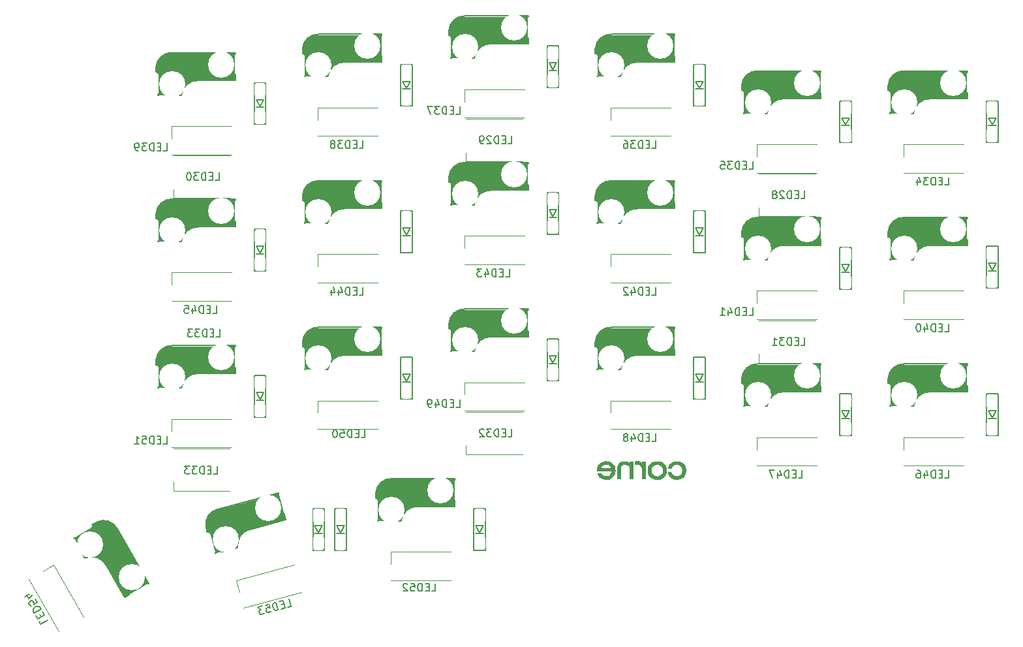
<source format=gbo>
G04 #@! TF.GenerationSoftware,KiCad,Pcbnew,(5.1.10)-1*
G04 #@! TF.CreationDate,2021-11-26T09:38:35+07:00*
G04 #@! TF.ProjectId,corne-cherry,636f726e-652d-4636-9865-7272792e6b69,3.0.1*
G04 #@! TF.SameCoordinates,Original*
G04 #@! TF.FileFunction,Legend,Bot*
G04 #@! TF.FilePolarity,Positive*
%FSLAX46Y46*%
G04 Gerber Fmt 4.6, Leading zero omitted, Abs format (unit mm)*
G04 Created by KiCad (PCBNEW (5.1.10)-1) date 2021-11-26 09:38:35*
%MOMM*%
%LPD*%
G01*
G04 APERTURE LIST*
%ADD10C,0.150000*%
%ADD11C,0.400000*%
%ADD12C,0.500000*%
%ADD13C,3.500000*%
%ADD14C,1.000000*%
%ADD15C,3.000000*%
%ADD16C,0.800000*%
%ADD17C,0.300000*%
%ADD18C,0.010000*%
%ADD19C,0.120000*%
%ADD20C,3.400000*%
%ADD21C,2.300000*%
%ADD22C,4.500000*%
%ADD23C,2.600000*%
%ADD24C,4.700000*%
%ADD25O,1.797000X2.178000*%
%ADD26C,2.400000*%
%ADD27O,2.900000X2.100000*%
%ADD28C,1.600000*%
%ADD29C,1.924000*%
G04 APERTURE END LIST*
D10*
X199166500Y-80167000D02*
X198166500Y-80167000D01*
X198666500Y-80067000D02*
X199166500Y-79167000D01*
X198166500Y-79167000D02*
X198666500Y-80067000D01*
X199166500Y-79167000D02*
X198166500Y-79167000D01*
X199416500Y-76967000D02*
X197916500Y-76967000D01*
X199416500Y-82367000D02*
X197916500Y-82367000D01*
X199416500Y-76967000D02*
X199416500Y-82367000D01*
X197916500Y-82367000D02*
X197916500Y-76967000D01*
X130766500Y-114042000D02*
X129766500Y-114042000D01*
X130266500Y-113942000D02*
X130766500Y-113042000D01*
X129766500Y-113042000D02*
X130266500Y-113942000D01*
X130766500Y-113042000D02*
X129766500Y-113042000D01*
X131016500Y-110842000D02*
X129516500Y-110842000D01*
X131016500Y-116242000D02*
X129516500Y-116242000D01*
X131016500Y-110842000D02*
X131016500Y-116242000D01*
X129516500Y-116242000D02*
X129516500Y-110842000D01*
X199166500Y-61167000D02*
X198166500Y-61167000D01*
X198666500Y-61067000D02*
X199166500Y-60167000D01*
X198166500Y-60167000D02*
X198666500Y-61067000D01*
X199166500Y-60167000D02*
X198166500Y-60167000D01*
X199416500Y-57967000D02*
X197916500Y-57967000D01*
X199416500Y-63367000D02*
X197916500Y-63367000D01*
X199416500Y-57967000D02*
X199416500Y-63367000D01*
X197916500Y-63367000D02*
X197916500Y-57967000D01*
X142166500Y-75417000D02*
X141166500Y-75417000D01*
X141666500Y-75317000D02*
X142166500Y-74417000D01*
X141166500Y-74417000D02*
X141666500Y-75317000D01*
X142166500Y-74417000D02*
X141166500Y-74417000D01*
X142416500Y-72217000D02*
X140916500Y-72217000D01*
X142416500Y-77617000D02*
X140916500Y-77617000D01*
X142416500Y-72217000D02*
X142416500Y-77617000D01*
X140916500Y-77617000D02*
X140916500Y-72217000D01*
X123159500Y-77797000D02*
X122159500Y-77797000D01*
X122659500Y-77697000D02*
X123159500Y-76797000D01*
X122159500Y-76797000D02*
X122659500Y-77697000D01*
X123159500Y-76797000D02*
X122159500Y-76797000D01*
X123409500Y-74597000D02*
X121909500Y-74597000D01*
X123409500Y-79997000D02*
X121909500Y-79997000D01*
X123409500Y-74597000D02*
X123409500Y-79997000D01*
X121909500Y-79997000D02*
X121909500Y-74597000D01*
X218166500Y-99167000D02*
X217166500Y-99167000D01*
X217666500Y-99067000D02*
X218166500Y-98167000D01*
X217166500Y-98167000D02*
X217666500Y-99067000D01*
X218166500Y-98167000D02*
X217166500Y-98167000D01*
X218416500Y-95967000D02*
X216916500Y-95967000D01*
X218416500Y-101367000D02*
X216916500Y-101367000D01*
X218416500Y-95967000D02*
X218416500Y-101367000D01*
X216916500Y-101367000D02*
X216916500Y-95967000D01*
X161166500Y-92042000D02*
X160166500Y-92042000D01*
X160666500Y-91942000D02*
X161166500Y-91042000D01*
X160166500Y-91042000D02*
X160666500Y-91942000D01*
X161166500Y-91042000D02*
X160166500Y-91042000D01*
X161416500Y-88842000D02*
X159916500Y-88842000D01*
X161416500Y-94242000D02*
X159916500Y-94242000D01*
X161416500Y-88842000D02*
X161416500Y-94242000D01*
X159916500Y-94242000D02*
X159916500Y-88842000D01*
X180166500Y-75417000D02*
X179166500Y-75417000D01*
X179666500Y-75317000D02*
X180166500Y-74417000D01*
X179166500Y-74417000D02*
X179666500Y-75317000D01*
X180166500Y-74417000D02*
X179166500Y-74417000D01*
X180416500Y-72217000D02*
X178916500Y-72217000D01*
X180416500Y-77617000D02*
X178916500Y-77617000D01*
X180416500Y-72217000D02*
X180416500Y-77617000D01*
X178916500Y-77617000D02*
X178916500Y-72217000D01*
X218166500Y-61167000D02*
X217166500Y-61167000D01*
X217666500Y-61067000D02*
X218166500Y-60167000D01*
X217166500Y-60167000D02*
X217666500Y-61067000D01*
X218166500Y-60167000D02*
X217166500Y-60167000D01*
X218416500Y-57967000D02*
X216916500Y-57967000D01*
X218416500Y-63367000D02*
X216916500Y-63367000D01*
X218416500Y-57967000D02*
X218416500Y-63367000D01*
X216916500Y-63367000D02*
X216916500Y-57967000D01*
X180166500Y-56417000D02*
X179166500Y-56417000D01*
X179666500Y-56317000D02*
X180166500Y-55417000D01*
X179166500Y-55417000D02*
X179666500Y-56317000D01*
X180166500Y-55417000D02*
X179166500Y-55417000D01*
X180416500Y-53217000D02*
X178916500Y-53217000D01*
X180416500Y-58617000D02*
X178916500Y-58617000D01*
X180416500Y-53217000D02*
X180416500Y-58617000D01*
X178916500Y-58617000D02*
X178916500Y-53217000D01*
X180166500Y-94417000D02*
X179166500Y-94417000D01*
X179666500Y-94317000D02*
X180166500Y-93417000D01*
X179166500Y-93417000D02*
X179666500Y-94317000D01*
X180166500Y-93417000D02*
X179166500Y-93417000D01*
X180416500Y-91217000D02*
X178916500Y-91217000D01*
X180416500Y-96617000D02*
X178916500Y-96617000D01*
X180416500Y-91217000D02*
X180416500Y-96617000D01*
X178916500Y-96617000D02*
X178916500Y-91217000D01*
X142166500Y-94417000D02*
X141166500Y-94417000D01*
X141666500Y-94317000D02*
X142166500Y-93417000D01*
X141166500Y-93417000D02*
X141666500Y-94317000D01*
X142166500Y-93417000D02*
X141166500Y-93417000D01*
X142416500Y-91217000D02*
X140916500Y-91217000D01*
X142416500Y-96617000D02*
X140916500Y-96617000D01*
X142416500Y-91217000D02*
X142416500Y-96617000D01*
X140916500Y-96617000D02*
X140916500Y-91217000D01*
X123159500Y-58797000D02*
X122159500Y-58797000D01*
X122659500Y-58697000D02*
X123159500Y-57797000D01*
X122159500Y-57797000D02*
X122659500Y-58697000D01*
X123159500Y-57797000D02*
X122159500Y-57797000D01*
X123409500Y-55597000D02*
X121909500Y-55597000D01*
X123409500Y-60997000D02*
X121909500Y-60997000D01*
X123409500Y-55597000D02*
X123409500Y-60997000D01*
X121909500Y-60997000D02*
X121909500Y-55597000D01*
X142166500Y-56417000D02*
X141166500Y-56417000D01*
X141666500Y-56317000D02*
X142166500Y-55417000D01*
X141166500Y-55417000D02*
X141666500Y-56317000D01*
X142166500Y-55417000D02*
X141166500Y-55417000D01*
X142416500Y-53217000D02*
X140916500Y-53217000D01*
X142416500Y-58617000D02*
X140916500Y-58617000D01*
X142416500Y-53217000D02*
X142416500Y-58617000D01*
X140916500Y-58617000D02*
X140916500Y-53217000D01*
X161166500Y-73042000D02*
X160166500Y-73042000D01*
X160666500Y-72942000D02*
X161166500Y-72042000D01*
X160166500Y-72042000D02*
X160666500Y-72942000D01*
X161166500Y-72042000D02*
X160166500Y-72042000D01*
X161416500Y-69842000D02*
X159916500Y-69842000D01*
X161416500Y-75242000D02*
X159916500Y-75242000D01*
X161416500Y-69842000D02*
X161416500Y-75242000D01*
X159916500Y-75242000D02*
X159916500Y-69842000D01*
X199166500Y-99167000D02*
X198166500Y-99167000D01*
X198666500Y-99067000D02*
X199166500Y-98167000D01*
X198166500Y-98167000D02*
X198666500Y-99067000D01*
X199166500Y-98167000D02*
X198166500Y-98167000D01*
X199416500Y-95967000D02*
X197916500Y-95967000D01*
X199416500Y-101367000D02*
X197916500Y-101367000D01*
X199416500Y-95967000D02*
X199416500Y-101367000D01*
X197916500Y-101367000D02*
X197916500Y-95967000D01*
X123159500Y-96797000D02*
X122159500Y-96797000D01*
X122659500Y-96697000D02*
X123159500Y-95797000D01*
X122159500Y-95797000D02*
X122659500Y-96697000D01*
X123159500Y-95797000D02*
X122159500Y-95797000D01*
X123409500Y-93597000D02*
X121909500Y-93597000D01*
X123409500Y-98997000D02*
X121909500Y-98997000D01*
X123409500Y-93597000D02*
X123409500Y-98997000D01*
X121909500Y-98997000D02*
X121909500Y-93597000D01*
X151666500Y-114027000D02*
X150666500Y-114027000D01*
X151166500Y-113927000D02*
X151666500Y-113027000D01*
X150666500Y-113027000D02*
X151166500Y-113927000D01*
X151666500Y-113027000D02*
X150666500Y-113027000D01*
X151916500Y-110827000D02*
X150416500Y-110827000D01*
X151916500Y-116227000D02*
X150416500Y-116227000D01*
X151916500Y-110827000D02*
X151916500Y-116227000D01*
X150416500Y-116227000D02*
X150416500Y-110827000D01*
X218166500Y-80017000D02*
X217166500Y-80017000D01*
X217666500Y-79917000D02*
X218166500Y-79017000D01*
X217166500Y-79017000D02*
X217666500Y-79917000D01*
X218166500Y-79017000D02*
X217166500Y-79017000D01*
X218416500Y-76817000D02*
X216916500Y-76817000D01*
X218416500Y-82217000D02*
X216916500Y-82217000D01*
X218416500Y-76817000D02*
X218416500Y-82217000D01*
X216916500Y-82217000D02*
X216916500Y-76817000D01*
X133616500Y-114042000D02*
X132616500Y-114042000D01*
X133116500Y-113942000D02*
X133616500Y-113042000D01*
X132616500Y-113042000D02*
X133116500Y-113942000D01*
X133616500Y-113042000D02*
X132616500Y-113042000D01*
X133866500Y-110842000D02*
X132366500Y-110842000D01*
X133866500Y-116242000D02*
X132366500Y-116242000D01*
X133866500Y-110842000D02*
X133866500Y-116242000D01*
X132366500Y-116242000D02*
X132366500Y-110842000D01*
D11*
X138316500Y-68517000D02*
X137066500Y-68517000D01*
D12*
X128616500Y-73617000D02*
X131066500Y-73617000D01*
D10*
X138466500Y-68317000D02*
X130266499Y-68317000D01*
X133666500Y-71917000D02*
X138466500Y-71917000D01*
X128416500Y-73817000D02*
X131446500Y-73817000D01*
X128166500Y-70217000D02*
X128166500Y-70967000D01*
X128416500Y-69367000D02*
X128416500Y-73817000D01*
X128166500Y-70967000D02*
X128366500Y-70967000D01*
X138446500Y-70917000D02*
X138446500Y-68667000D01*
X138466500Y-71917000D02*
X138466500Y-68317000D01*
D13*
X136666500Y-70117000D02*
X129966500Y-70117000D01*
D14*
X137966500Y-68917000D02*
X137966500Y-71417000D01*
D12*
X138266500Y-71667000D02*
X136966500Y-71617000D01*
D15*
X129896500Y-69817000D02*
X129896500Y-72057000D01*
D16*
X128766500Y-73317000D02*
X128766500Y-71517001D01*
D17*
X128266500Y-70867000D02*
X128266500Y-70217000D01*
D10*
X131450182Y-73795529D02*
G75*
G02*
X133666500Y-71917000I2151318J-291471D01*
G01*
X128166500Y-70217001D02*
G75*
G02*
X130266499Y-68317000I2000000J-99999D01*
G01*
D14*
X131050182Y-73395529D02*
G75*
G02*
X133266500Y-71517000I2151318J-291471D01*
G01*
D11*
X119309500Y-51897000D02*
X118059500Y-51897000D01*
D12*
X109609500Y-56997000D02*
X112059500Y-56997000D01*
D10*
X119459500Y-51697000D02*
X111259499Y-51697000D01*
X114659500Y-55297000D02*
X119459500Y-55297000D01*
X109409500Y-57197000D02*
X112439500Y-57197000D01*
X109159500Y-53597000D02*
X109159500Y-54347000D01*
X109409500Y-52747000D02*
X109409500Y-57197000D01*
X109159500Y-54347000D02*
X109359500Y-54347000D01*
X119439500Y-54297000D02*
X119439500Y-52047000D01*
X119459500Y-55297000D02*
X119459500Y-51697000D01*
D13*
X117659500Y-53497000D02*
X110959500Y-53497000D01*
D14*
X118959500Y-52297000D02*
X118959500Y-54797000D01*
D12*
X119259500Y-55047000D02*
X117959500Y-54997000D01*
D15*
X110889500Y-53197000D02*
X110889500Y-55437000D01*
D16*
X109759500Y-56697000D02*
X109759500Y-54897001D01*
D17*
X109259500Y-54247000D02*
X109259500Y-53597000D01*
D10*
X112443182Y-57175529D02*
G75*
G02*
X114659500Y-55297000I2151318J-291471D01*
G01*
X109159500Y-53597001D02*
G75*
G02*
X111259499Y-51697000I2000000J-99999D01*
G01*
D14*
X112043182Y-56775529D02*
G75*
G02*
X114259500Y-54897000I2151318J-291471D01*
G01*
D11*
X195316500Y-73267000D02*
X194066500Y-73267000D01*
D12*
X185616500Y-78367000D02*
X188066500Y-78367000D01*
D10*
X195466500Y-73067000D02*
X187266499Y-73067000D01*
X190666500Y-76667000D02*
X195466500Y-76667000D01*
X185416500Y-78567000D02*
X188446500Y-78567000D01*
X185166500Y-74967000D02*
X185166500Y-75717000D01*
X185416500Y-74117000D02*
X185416500Y-78567000D01*
X185166500Y-75717000D02*
X185366500Y-75717000D01*
X195446500Y-75667000D02*
X195446500Y-73417000D01*
X195466500Y-76667000D02*
X195466500Y-73067000D01*
D13*
X193666500Y-74867000D02*
X186966500Y-74867000D01*
D14*
X194966500Y-73667000D02*
X194966500Y-76167000D01*
D12*
X195266500Y-76417000D02*
X193966500Y-76367000D01*
D15*
X186896500Y-74567000D02*
X186896500Y-76807000D01*
D16*
X185766500Y-78067000D02*
X185766500Y-76267001D01*
D17*
X185266500Y-75617000D02*
X185266500Y-74967000D01*
D10*
X188450182Y-78545529D02*
G75*
G02*
X190666500Y-76667000I2151318J-291471D01*
G01*
X185166500Y-74967001D02*
G75*
G02*
X187266499Y-73067000I2000000J-99999D01*
G01*
D14*
X188050182Y-78145529D02*
G75*
G02*
X190266500Y-76267000I2151318J-291471D01*
G01*
D11*
X214316500Y-92267000D02*
X213066500Y-92267000D01*
D12*
X204616500Y-97367000D02*
X207066500Y-97367000D01*
D10*
X214466500Y-92067000D02*
X206266499Y-92067000D01*
X209666500Y-95667000D02*
X214466500Y-95667000D01*
X204416500Y-97567000D02*
X207446500Y-97567000D01*
X204166500Y-93967000D02*
X204166500Y-94717000D01*
X204416500Y-93117000D02*
X204416500Y-97567000D01*
X204166500Y-94717000D02*
X204366500Y-94717000D01*
X214446500Y-94667000D02*
X214446500Y-92417000D01*
X214466500Y-95667000D02*
X214466500Y-92067000D01*
D13*
X212666500Y-93867000D02*
X205966500Y-93867000D01*
D14*
X213966500Y-92667000D02*
X213966500Y-95167000D01*
D12*
X214266500Y-95417000D02*
X212966500Y-95367000D01*
D15*
X205896500Y-93567000D02*
X205896500Y-95807000D01*
D16*
X204766500Y-97067000D02*
X204766500Y-95267001D01*
D17*
X204266500Y-94617000D02*
X204266500Y-93967000D01*
D10*
X207450182Y-97545529D02*
G75*
G02*
X209666500Y-95667000I2151318J-291471D01*
G01*
X204166500Y-93967001D02*
G75*
G02*
X206266499Y-92067000I2000000J-99999D01*
G01*
D14*
X207050182Y-97145529D02*
G75*
G02*
X209266500Y-95267000I2151318J-291471D01*
G01*
D11*
X195316500Y-54267000D02*
X194066500Y-54267000D01*
D12*
X185616500Y-59367000D02*
X188066500Y-59367000D01*
D10*
X195466500Y-54067000D02*
X187266499Y-54067000D01*
X190666500Y-57667000D02*
X195466500Y-57667000D01*
X185416500Y-59567000D02*
X188446500Y-59567000D01*
X185166500Y-55967000D02*
X185166500Y-56717000D01*
X185416500Y-55117000D02*
X185416500Y-59567000D01*
X185166500Y-56717000D02*
X185366500Y-56717000D01*
X195446500Y-56667000D02*
X195446500Y-54417000D01*
X195466500Y-57667000D02*
X195466500Y-54067000D01*
D13*
X193666500Y-55867000D02*
X186966500Y-55867000D01*
D14*
X194966500Y-54667000D02*
X194966500Y-57167000D01*
D12*
X195266500Y-57417000D02*
X193966500Y-57367000D01*
D15*
X186896500Y-55567000D02*
X186896500Y-57807000D01*
D16*
X185766500Y-59067000D02*
X185766500Y-57267001D01*
D17*
X185266500Y-56617000D02*
X185266500Y-55967000D01*
D10*
X188450182Y-59545529D02*
G75*
G02*
X190666500Y-57667000I2151318J-291471D01*
G01*
X185166500Y-55967001D02*
G75*
G02*
X187266499Y-54067000I2000000J-99999D01*
G01*
D14*
X188050182Y-59145529D02*
G75*
G02*
X190266500Y-57267000I2151318J-291471D01*
G01*
D11*
X176316500Y-49517000D02*
X175066500Y-49517000D01*
D12*
X166616500Y-54617000D02*
X169066500Y-54617000D01*
D10*
X176466500Y-49317000D02*
X168266499Y-49317000D01*
X171666500Y-52917000D02*
X176466500Y-52917000D01*
X166416500Y-54817000D02*
X169446500Y-54817000D01*
X166166500Y-51217000D02*
X166166500Y-51967000D01*
X166416500Y-50367000D02*
X166416500Y-54817000D01*
X166166500Y-51967000D02*
X166366500Y-51967000D01*
X176446500Y-51917000D02*
X176446500Y-49667000D01*
X176466500Y-52917000D02*
X176466500Y-49317000D01*
D13*
X174666500Y-51117000D02*
X167966500Y-51117000D01*
D14*
X175966500Y-49917000D02*
X175966500Y-52417000D01*
D12*
X176266500Y-52667000D02*
X174966500Y-52617000D01*
D15*
X167896500Y-50817000D02*
X167896500Y-53057000D01*
D16*
X166766500Y-54317000D02*
X166766500Y-52517001D01*
D17*
X166266500Y-51867000D02*
X166266500Y-51217000D01*
D10*
X169450182Y-54795529D02*
G75*
G02*
X171666500Y-52917000I2151318J-291471D01*
G01*
X166166500Y-51217001D02*
G75*
G02*
X168266499Y-49317000I2000000J-99999D01*
G01*
D14*
X169050182Y-54395529D02*
G75*
G02*
X171266500Y-52517000I2151318J-291471D01*
G01*
D11*
X176316500Y-68517000D02*
X175066500Y-68517000D01*
D12*
X166616500Y-73617000D02*
X169066500Y-73617000D01*
D10*
X176466500Y-68317000D02*
X168266499Y-68317000D01*
X171666500Y-71917000D02*
X176466500Y-71917000D01*
X166416500Y-73817000D02*
X169446500Y-73817000D01*
X166166500Y-70217000D02*
X166166500Y-70967000D01*
X166416500Y-69367000D02*
X166416500Y-73817000D01*
X166166500Y-70967000D02*
X166366500Y-70967000D01*
X176446500Y-70917000D02*
X176446500Y-68667000D01*
X176466500Y-71917000D02*
X176466500Y-68317000D01*
D13*
X174666500Y-70117000D02*
X167966500Y-70117000D01*
D14*
X175966500Y-68917000D02*
X175966500Y-71417000D01*
D12*
X176266500Y-71667000D02*
X174966500Y-71617000D01*
D15*
X167896500Y-69817000D02*
X167896500Y-72057000D01*
D16*
X166766500Y-73317000D02*
X166766500Y-71517001D01*
D17*
X166266500Y-70867000D02*
X166266500Y-70217000D01*
D10*
X169450182Y-73795529D02*
G75*
G02*
X171666500Y-71917000I2151318J-291471D01*
G01*
X166166500Y-70217001D02*
G75*
G02*
X168266499Y-68317000I2000000J-99999D01*
G01*
D14*
X169050182Y-73395529D02*
G75*
G02*
X171266500Y-71517000I2151318J-291471D01*
G01*
D11*
X214316500Y-73267000D02*
X213066500Y-73267000D01*
D12*
X204616500Y-78367000D02*
X207066500Y-78367000D01*
D10*
X214466500Y-73067000D02*
X206266499Y-73067000D01*
X209666500Y-76667000D02*
X214466500Y-76667000D01*
X204416500Y-78567000D02*
X207446500Y-78567000D01*
X204166500Y-74967000D02*
X204166500Y-75717000D01*
X204416500Y-74117000D02*
X204416500Y-78567000D01*
X204166500Y-75717000D02*
X204366500Y-75717000D01*
X214446500Y-75667000D02*
X214446500Y-73417000D01*
X214466500Y-76667000D02*
X214466500Y-73067000D01*
D13*
X212666500Y-74867000D02*
X205966500Y-74867000D01*
D14*
X213966500Y-73667000D02*
X213966500Y-76167000D01*
D12*
X214266500Y-76417000D02*
X212966500Y-76367000D01*
D15*
X205896500Y-74567000D02*
X205896500Y-76807000D01*
D16*
X204766500Y-78067000D02*
X204766500Y-76267001D01*
D17*
X204266500Y-75617000D02*
X204266500Y-74967000D01*
D10*
X207450182Y-78545529D02*
G75*
G02*
X209666500Y-76667000I2151318J-291471D01*
G01*
X204166500Y-74967001D02*
G75*
G02*
X206266499Y-73067000I2000000J-99999D01*
G01*
D14*
X207050182Y-78145529D02*
G75*
G02*
X209266500Y-76267000I2151318J-291471D01*
G01*
D11*
X157316500Y-66142000D02*
X156066500Y-66142000D01*
D12*
X147616500Y-71242000D02*
X150066500Y-71242000D01*
D10*
X157466500Y-65942000D02*
X149266499Y-65942000D01*
X152666500Y-69542000D02*
X157466500Y-69542000D01*
X147416500Y-71442000D02*
X150446500Y-71442000D01*
X147166500Y-67842000D02*
X147166500Y-68592000D01*
X147416500Y-66992000D02*
X147416500Y-71442000D01*
X147166500Y-68592000D02*
X147366500Y-68592000D01*
X157446500Y-68542000D02*
X157446500Y-66292000D01*
X157466500Y-69542000D02*
X157466500Y-65942000D01*
D13*
X155666500Y-67742000D02*
X148966500Y-67742000D01*
D14*
X156966500Y-66542000D02*
X156966500Y-69042000D01*
D12*
X157266500Y-69292000D02*
X155966500Y-69242000D01*
D15*
X148896500Y-67442000D02*
X148896500Y-69682000D01*
D16*
X147766500Y-70942000D02*
X147766500Y-69142001D01*
D17*
X147266500Y-68492000D02*
X147266500Y-67842000D01*
D10*
X150450182Y-71420529D02*
G75*
G02*
X152666500Y-69542000I2151318J-291471D01*
G01*
X147166500Y-67842001D02*
G75*
G02*
X149266499Y-65942000I2000000J-99999D01*
G01*
D14*
X150050182Y-71020529D02*
G75*
G02*
X152266500Y-69142000I2151318J-291471D01*
G01*
D11*
X138316500Y-87517000D02*
X137066500Y-87517000D01*
D12*
X128616500Y-92617000D02*
X131066500Y-92617000D01*
D10*
X138466500Y-87317000D02*
X130266499Y-87317000D01*
X133666500Y-90917000D02*
X138466500Y-90917000D01*
X128416500Y-92817000D02*
X131446500Y-92817000D01*
X128166500Y-89217000D02*
X128166500Y-89967000D01*
X128416500Y-88367000D02*
X128416500Y-92817000D01*
X128166500Y-89967000D02*
X128366500Y-89967000D01*
X138446500Y-89917000D02*
X138446500Y-87667000D01*
X138466500Y-90917000D02*
X138466500Y-87317000D01*
D13*
X136666500Y-89117000D02*
X129966500Y-89117000D01*
D14*
X137966500Y-87917000D02*
X137966500Y-90417000D01*
D12*
X138266500Y-90667000D02*
X136966500Y-90617000D01*
D15*
X129896500Y-88817000D02*
X129896500Y-91057000D01*
D16*
X128766500Y-92317000D02*
X128766500Y-90517001D01*
D17*
X128266500Y-89867000D02*
X128266500Y-89217000D01*
D10*
X131450182Y-92795529D02*
G75*
G02*
X133666500Y-90917000I2151318J-291471D01*
G01*
X128166500Y-89217001D02*
G75*
G02*
X130266499Y-87317000I2000000J-99999D01*
G01*
D14*
X131050182Y-92395529D02*
G75*
G02*
X133266500Y-90517000I2151318J-291471D01*
G01*
D11*
X157316500Y-47142000D02*
X156066500Y-47142000D01*
D12*
X147616500Y-52242000D02*
X150066500Y-52242000D01*
D10*
X157466500Y-46942000D02*
X149266499Y-46942000D01*
X152666500Y-50542000D02*
X157466500Y-50542000D01*
X147416500Y-52442000D02*
X150446500Y-52442000D01*
X147166500Y-48842000D02*
X147166500Y-49592000D01*
X147416500Y-47992000D02*
X147416500Y-52442000D01*
X147166500Y-49592000D02*
X147366500Y-49592000D01*
X157446500Y-49542000D02*
X157446500Y-47292000D01*
X157466500Y-50542000D02*
X157466500Y-46942000D01*
D13*
X155666500Y-48742000D02*
X148966500Y-48742000D01*
D14*
X156966500Y-47542000D02*
X156966500Y-50042000D01*
D12*
X157266500Y-50292000D02*
X155966500Y-50242000D01*
D15*
X148896500Y-48442000D02*
X148896500Y-50682000D01*
D16*
X147766500Y-51942000D02*
X147766500Y-50142001D01*
D17*
X147266500Y-49492000D02*
X147266500Y-48842000D01*
D10*
X150450182Y-52420529D02*
G75*
G02*
X152666500Y-50542000I2151318J-291471D01*
G01*
X147166500Y-48842001D02*
G75*
G02*
X149266499Y-46942000I2000000J-99999D01*
G01*
D14*
X150050182Y-52020529D02*
G75*
G02*
X152266500Y-50142000I2151318J-291471D01*
G01*
D11*
X147816500Y-107142000D02*
X146566500Y-107142000D01*
D12*
X138116500Y-112242000D02*
X140566500Y-112242000D01*
D10*
X147966500Y-106942000D02*
X139766499Y-106942000D01*
X143166500Y-110542000D02*
X147966500Y-110542000D01*
X137916500Y-112442000D02*
X140946500Y-112442000D01*
X137666500Y-108842000D02*
X137666500Y-109592000D01*
X137916500Y-107992000D02*
X137916500Y-112442000D01*
X137666500Y-109592000D02*
X137866500Y-109592000D01*
X147946500Y-109542000D02*
X147946500Y-107292000D01*
X147966500Y-110542000D02*
X147966500Y-106942000D01*
D13*
X146166500Y-108742000D02*
X139466500Y-108742000D01*
D14*
X147466500Y-107542000D02*
X147466500Y-110042000D01*
D12*
X147766500Y-110292000D02*
X146466500Y-110242000D01*
D15*
X139396500Y-108442000D02*
X139396500Y-110682000D01*
D16*
X138266500Y-111942000D02*
X138266500Y-110142001D01*
D17*
X137766500Y-109492000D02*
X137766500Y-108842000D01*
D10*
X140950182Y-112420529D02*
G75*
G02*
X143166500Y-110542000I2151318J-291471D01*
G01*
X137666500Y-108842001D02*
G75*
G02*
X139766499Y-106942000I2000000J-99999D01*
G01*
D14*
X140550182Y-112020529D02*
G75*
G02*
X142766500Y-110142000I2151318J-291471D01*
G01*
D11*
X125015243Y-109010094D02*
X123807836Y-109333618D01*
D12*
X116965739Y-116446860D02*
X119332258Y-115812754D01*
D10*
X125108368Y-108778086D02*
X117187775Y-110900402D01*
X121403673Y-113497750D02*
X126040117Y-112255419D01*
X116824318Y-116691809D02*
X119751073Y-115907587D01*
X115651088Y-113279181D02*
X115845202Y-114003625D01*
X115672573Y-112393439D02*
X116824318Y-116691809D01*
X115845202Y-114003625D02*
X116038388Y-113951862D01*
X125761979Y-111294669D02*
X125179636Y-109121336D01*
X126040117Y-112255419D02*
X125108368Y-108778086D01*
D13*
X123835576Y-110982627D02*
X117363873Y-112716714D01*
D14*
X124780696Y-109487051D02*
X125427744Y-111901865D01*
D12*
X125782227Y-112065701D02*
X124513582Y-112353870D01*
D15*
X117218612Y-112445054D02*
X117798367Y-114608728D01*
D16*
X117032983Y-116118260D02*
X116567109Y-114379594D01*
D17*
X115915913Y-113881151D02*
X115747681Y-113253299D01*
D10*
X119749073Y-115885895D02*
G75*
G02*
X121403673Y-113497750I2153452J275263D01*
G01*
X115651089Y-113279182D02*
G75*
G02*
X117187775Y-110900402I1957733J421047D01*
G01*
D14*
X119259174Y-115603053D02*
G75*
G02*
X120913775Y-113214907I2153453J275263D01*
G01*
D11*
X176316500Y-87517000D02*
X175066500Y-87517000D01*
D12*
X166616500Y-92617000D02*
X169066500Y-92617000D01*
D10*
X176466500Y-87317000D02*
X168266499Y-87317000D01*
X171666500Y-90917000D02*
X176466500Y-90917000D01*
X166416500Y-92817000D02*
X169446500Y-92817000D01*
X166166500Y-89217000D02*
X166166500Y-89967000D01*
X166416500Y-88367000D02*
X166416500Y-92817000D01*
X166166500Y-89967000D02*
X166366500Y-89967000D01*
X176446500Y-89917000D02*
X176446500Y-87667000D01*
X176466500Y-90917000D02*
X176466500Y-87317000D01*
D13*
X174666500Y-89117000D02*
X167966500Y-89117000D01*
D14*
X175966500Y-87917000D02*
X175966500Y-90417000D01*
D12*
X176266500Y-90667000D02*
X174966500Y-90617000D01*
D15*
X167896500Y-88817000D02*
X167896500Y-91057000D01*
D16*
X166766500Y-92317000D02*
X166766500Y-90517001D01*
D17*
X166266500Y-89867000D02*
X166266500Y-89217000D01*
D10*
X169450182Y-92795529D02*
G75*
G02*
X171666500Y-90917000I2151318J-291471D01*
G01*
X166166500Y-89217001D02*
G75*
G02*
X168266499Y-87317000I2000000J-99999D01*
G01*
D14*
X169050182Y-92395529D02*
G75*
G02*
X171266500Y-90517000I2151318J-291471D01*
G01*
D18*
G36*
X176459951Y-104707988D02*
G01*
X176345252Y-104734102D01*
X176124150Y-104824639D01*
X175932707Y-104951036D01*
X175775778Y-105108988D01*
X175658218Y-105294188D01*
X175623563Y-105374254D01*
X175589536Y-105467731D01*
X175577917Y-105526761D01*
X175595202Y-105559261D01*
X175647888Y-105573149D01*
X175742471Y-105576343D01*
X175789431Y-105576400D01*
X176003361Y-105576399D01*
X176034267Y-105482754D01*
X176100857Y-105356894D01*
X176207362Y-105245503D01*
X176343537Y-105155012D01*
X176499136Y-105091854D01*
X176663915Y-105062461D01*
X176705801Y-105061142D01*
X176888131Y-105083910D01*
X177058435Y-105148221D01*
X177207984Y-105248089D01*
X177328047Y-105377526D01*
X177409895Y-105530547D01*
X177416093Y-105548267D01*
X177449644Y-105706924D01*
X177455427Y-105882402D01*
X177434741Y-106056327D01*
X177388887Y-106210322D01*
X177365825Y-106258531D01*
X177260096Y-106409138D01*
X177125221Y-106521303D01*
X176977898Y-106592915D01*
X176799211Y-106635926D01*
X176619741Y-106635773D01*
X176447928Y-106595785D01*
X176292210Y-106519291D01*
X176161026Y-106409622D01*
X176062816Y-106270106D01*
X176041233Y-106223389D01*
X175994600Y-106109990D01*
X175785050Y-106109895D01*
X175682332Y-106110561D01*
X175620216Y-106114620D01*
X175588505Y-106124992D01*
X175577003Y-106144594D01*
X175575500Y-106169887D01*
X175591025Y-106244902D01*
X175632576Y-106344781D01*
X175692622Y-106456252D01*
X175763631Y-106566041D01*
X175838071Y-106660876D01*
X175876962Y-106701119D01*
X176056736Y-106836131D01*
X176265593Y-106936811D01*
X176492440Y-106999913D01*
X176726182Y-107022194D01*
X176921700Y-107006664D01*
X177114913Y-106955943D01*
X177302549Y-106872877D01*
X177472240Y-106764860D01*
X177611617Y-106639289D01*
X177678511Y-106554165D01*
X177759840Y-106419841D01*
X177815730Y-106294887D01*
X177850309Y-106164138D01*
X177867707Y-106012430D01*
X177872086Y-105843100D01*
X177870581Y-105702194D01*
X177864879Y-105598188D01*
X177853202Y-105517236D01*
X177833770Y-105445494D01*
X177814149Y-105392197D01*
X177708503Y-105192543D01*
X177562238Y-105016026D01*
X177383124Y-104870316D01*
X177178931Y-104763085D01*
X177175700Y-104761802D01*
X177019717Y-104717914D01*
X176835745Y-104693892D01*
X176642813Y-104690372D01*
X176459951Y-104707988D01*
G37*
X176459951Y-104707988D02*
X176345252Y-104734102D01*
X176124150Y-104824639D01*
X175932707Y-104951036D01*
X175775778Y-105108988D01*
X175658218Y-105294188D01*
X175623563Y-105374254D01*
X175589536Y-105467731D01*
X175577917Y-105526761D01*
X175595202Y-105559261D01*
X175647888Y-105573149D01*
X175742471Y-105576343D01*
X175789431Y-105576400D01*
X176003361Y-105576399D01*
X176034267Y-105482754D01*
X176100857Y-105356894D01*
X176207362Y-105245503D01*
X176343537Y-105155012D01*
X176499136Y-105091854D01*
X176663915Y-105062461D01*
X176705801Y-105061142D01*
X176888131Y-105083910D01*
X177058435Y-105148221D01*
X177207984Y-105248089D01*
X177328047Y-105377526D01*
X177409895Y-105530547D01*
X177416093Y-105548267D01*
X177449644Y-105706924D01*
X177455427Y-105882402D01*
X177434741Y-106056327D01*
X177388887Y-106210322D01*
X177365825Y-106258531D01*
X177260096Y-106409138D01*
X177125221Y-106521303D01*
X176977898Y-106592915D01*
X176799211Y-106635926D01*
X176619741Y-106635773D01*
X176447928Y-106595785D01*
X176292210Y-106519291D01*
X176161026Y-106409622D01*
X176062816Y-106270106D01*
X176041233Y-106223389D01*
X175994600Y-106109990D01*
X175785050Y-106109895D01*
X175682332Y-106110561D01*
X175620216Y-106114620D01*
X175588505Y-106124992D01*
X175577003Y-106144594D01*
X175575500Y-106169887D01*
X175591025Y-106244902D01*
X175632576Y-106344781D01*
X175692622Y-106456252D01*
X175763631Y-106566041D01*
X175838071Y-106660876D01*
X175876962Y-106701119D01*
X176056736Y-106836131D01*
X176265593Y-106936811D01*
X176492440Y-106999913D01*
X176726182Y-107022194D01*
X176921700Y-107006664D01*
X177114913Y-106955943D01*
X177302549Y-106872877D01*
X177472240Y-106764860D01*
X177611617Y-106639289D01*
X177678511Y-106554165D01*
X177759840Y-106419841D01*
X177815730Y-106294887D01*
X177850309Y-106164138D01*
X177867707Y-106012430D01*
X177872086Y-105843100D01*
X177870581Y-105702194D01*
X177864879Y-105598188D01*
X177853202Y-105517236D01*
X177833770Y-105445494D01*
X177814149Y-105392197D01*
X177708503Y-105192543D01*
X177562238Y-105016026D01*
X177383124Y-104870316D01*
X177178931Y-104763085D01*
X177175700Y-104761802D01*
X177019717Y-104717914D01*
X176835745Y-104693892D01*
X176642813Y-104690372D01*
X176459951Y-104707988D01*
G36*
X174077014Y-104693840D02*
G01*
X173823560Y-104729111D01*
X173595475Y-104805807D01*
X173395825Y-104921865D01*
X173227675Y-105075222D01*
X173094092Y-105263816D01*
X173029544Y-105398600D01*
X172997982Y-105512705D01*
X172977715Y-105660371D01*
X172968970Y-105825580D01*
X172971975Y-105992313D01*
X172986957Y-106144551D01*
X173014144Y-106266275D01*
X173017095Y-106274900D01*
X173113481Y-106472172D01*
X173252725Y-106648574D01*
X173429321Y-106798769D01*
X173637759Y-106917421D01*
X173712660Y-106948770D01*
X173844679Y-106985019D01*
X174007665Y-107008467D01*
X174183219Y-107018287D01*
X174352940Y-107013650D01*
X174498426Y-106993729D01*
X174531247Y-106985599D01*
X174745147Y-106903401D01*
X174939879Y-106785093D01*
X175106845Y-106637635D01*
X175237444Y-106467986D01*
X175288318Y-106372895D01*
X175326663Y-106270102D01*
X175360849Y-106145876D01*
X175380901Y-106042628D01*
X175388252Y-105901224D01*
X174963926Y-105901224D01*
X174949591Y-106048866D01*
X174929459Y-106130207D01*
X174876206Y-106242941D01*
X174795805Y-106358333D01*
X174701822Y-106459702D01*
X174607826Y-106530365D01*
X174601042Y-106534020D01*
X174404302Y-106610118D01*
X174199311Y-106640463D01*
X173995896Y-106624243D01*
X173883336Y-106593468D01*
X173706056Y-106506347D01*
X173561590Y-106382677D01*
X173454413Y-106226341D01*
X173449980Y-106217466D01*
X173396990Y-106061401D01*
X173375007Y-105884298D01*
X173384361Y-105705017D01*
X173425379Y-105542421D01*
X173437711Y-105512900D01*
X173535042Y-105353906D01*
X173662739Y-105229092D01*
X173813436Y-105138623D01*
X173979764Y-105082666D01*
X174154358Y-105061386D01*
X174329851Y-105074949D01*
X174498876Y-105123522D01*
X174654066Y-105207270D01*
X174788055Y-105326360D01*
X174893035Y-105480101D01*
X174934581Y-105597807D01*
X174958567Y-105744526D01*
X174963926Y-105901224D01*
X175388252Y-105901224D01*
X175393762Y-105795236D01*
X175361350Y-105560693D01*
X175286150Y-105344052D01*
X175170643Y-105150365D01*
X175017313Y-104984687D01*
X174828640Y-104852069D01*
X174784581Y-104828803D01*
X174610295Y-104754053D01*
X174438970Y-104709281D01*
X174253095Y-104691147D01*
X174077014Y-104693840D01*
G37*
X174077014Y-104693840D02*
X173823560Y-104729111D01*
X173595475Y-104805807D01*
X173395825Y-104921865D01*
X173227675Y-105075222D01*
X173094092Y-105263816D01*
X173029544Y-105398600D01*
X172997982Y-105512705D01*
X172977715Y-105660371D01*
X172968970Y-105825580D01*
X172971975Y-105992313D01*
X172986957Y-106144551D01*
X173014144Y-106266275D01*
X173017095Y-106274900D01*
X173113481Y-106472172D01*
X173252725Y-106648574D01*
X173429321Y-106798769D01*
X173637759Y-106917421D01*
X173712660Y-106948770D01*
X173844679Y-106985019D01*
X174007665Y-107008467D01*
X174183219Y-107018287D01*
X174352940Y-107013650D01*
X174498426Y-106993729D01*
X174531247Y-106985599D01*
X174745147Y-106903401D01*
X174939879Y-106785093D01*
X175106845Y-106637635D01*
X175237444Y-106467986D01*
X175288318Y-106372895D01*
X175326663Y-106270102D01*
X175360849Y-106145876D01*
X175380901Y-106042628D01*
X175388252Y-105901224D01*
X174963926Y-105901224D01*
X174949591Y-106048866D01*
X174929459Y-106130207D01*
X174876206Y-106242941D01*
X174795805Y-106358333D01*
X174701822Y-106459702D01*
X174607826Y-106530365D01*
X174601042Y-106534020D01*
X174404302Y-106610118D01*
X174199311Y-106640463D01*
X173995896Y-106624243D01*
X173883336Y-106593468D01*
X173706056Y-106506347D01*
X173561590Y-106382677D01*
X173454413Y-106226341D01*
X173449980Y-106217466D01*
X173396990Y-106061401D01*
X173375007Y-105884298D01*
X173384361Y-105705017D01*
X173425379Y-105542421D01*
X173437711Y-105512900D01*
X173535042Y-105353906D01*
X173662739Y-105229092D01*
X173813436Y-105138623D01*
X173979764Y-105082666D01*
X174154358Y-105061386D01*
X174329851Y-105074949D01*
X174498876Y-105123522D01*
X174654066Y-105207270D01*
X174788055Y-105326360D01*
X174893035Y-105480101D01*
X174934581Y-105597807D01*
X174958567Y-105744526D01*
X174963926Y-105901224D01*
X175388252Y-105901224D01*
X175393762Y-105795236D01*
X175361350Y-105560693D01*
X175286150Y-105344052D01*
X175170643Y-105150365D01*
X175017313Y-104984687D01*
X174828640Y-104852069D01*
X174784581Y-104828803D01*
X174610295Y-104754053D01*
X174438970Y-104709281D01*
X174253095Y-104691147D01*
X174077014Y-104693840D01*
G36*
X167285470Y-104710406D02*
G01*
X167063106Y-104776705D01*
X166864867Y-104882213D01*
X166694921Y-105022847D01*
X166557441Y-105194524D01*
X166456596Y-105393162D01*
X166396557Y-105614678D01*
X166380700Y-105810336D01*
X166380700Y-105957400D01*
X168285700Y-105957400D01*
X168285700Y-106030498D01*
X168262783Y-106153649D01*
X168199345Y-106281172D01*
X168103357Y-106402298D01*
X167982789Y-106506256D01*
X167893612Y-106560239D01*
X167757758Y-106611647D01*
X167597096Y-106636683D01*
X167584128Y-106637596D01*
X167401871Y-106635127D01*
X167248197Y-106598329D01*
X167110505Y-106522614D01*
X166995807Y-106423419D01*
X166859987Y-106287600D01*
X166656732Y-106287600D01*
X166556189Y-106288246D01*
X166496967Y-106292122D01*
X166469590Y-106302133D01*
X166464581Y-106321182D01*
X166470270Y-106344750D01*
X166508583Y-106430398D01*
X166573501Y-106533086D01*
X166653226Y-106636606D01*
X166735956Y-106724746D01*
X166766143Y-106751173D01*
X166965010Y-106880773D01*
X167187698Y-106970237D01*
X167424404Y-107017509D01*
X167665327Y-107020535D01*
X167876643Y-106984004D01*
X168097755Y-106899879D01*
X168292575Y-106776023D01*
X168456175Y-106617554D01*
X168583626Y-106429590D01*
X168669999Y-106217249D01*
X168689156Y-106140299D01*
X168719692Y-105890242D01*
X168705959Y-105650661D01*
X168693778Y-105601800D01*
X168284443Y-105601800D01*
X167561172Y-105601800D01*
X167348586Y-105601528D01*
X167181501Y-105600521D01*
X167054621Y-105598494D01*
X166962649Y-105595158D01*
X166900288Y-105590229D01*
X166862241Y-105583420D01*
X166843212Y-105574444D01*
X166837903Y-105563014D01*
X166837900Y-105562688D01*
X166858277Y-105480758D01*
X166912975Y-105385173D01*
X166992348Y-105287722D01*
X167086752Y-105200195D01*
X167186539Y-105134383D01*
X167189597Y-105132826D01*
X167328653Y-105085277D01*
X167492767Y-105064014D01*
X167663572Y-105068960D01*
X167822702Y-105100039D01*
X167914440Y-105135844D01*
X168060974Y-105237486D01*
X168179851Y-105378797D01*
X168260235Y-105538127D01*
X168284443Y-105601800D01*
X168693778Y-105601800D01*
X168650133Y-105426735D01*
X168554394Y-105223643D01*
X168420921Y-105046563D01*
X168251892Y-104900672D01*
X168139001Y-104832689D01*
X167944397Y-104748746D01*
X167747074Y-104701901D01*
X167527787Y-104687400D01*
X167285470Y-104710406D01*
G37*
X167285470Y-104710406D02*
X167063106Y-104776705D01*
X166864867Y-104882213D01*
X166694921Y-105022847D01*
X166557441Y-105194524D01*
X166456596Y-105393162D01*
X166396557Y-105614678D01*
X166380700Y-105810336D01*
X166380700Y-105957400D01*
X168285700Y-105957400D01*
X168285700Y-106030498D01*
X168262783Y-106153649D01*
X168199345Y-106281172D01*
X168103357Y-106402298D01*
X167982789Y-106506256D01*
X167893612Y-106560239D01*
X167757758Y-106611647D01*
X167597096Y-106636683D01*
X167584128Y-106637596D01*
X167401871Y-106635127D01*
X167248197Y-106598329D01*
X167110505Y-106522614D01*
X166995807Y-106423419D01*
X166859987Y-106287600D01*
X166656732Y-106287600D01*
X166556189Y-106288246D01*
X166496967Y-106292122D01*
X166469590Y-106302133D01*
X166464581Y-106321182D01*
X166470270Y-106344750D01*
X166508583Y-106430398D01*
X166573501Y-106533086D01*
X166653226Y-106636606D01*
X166735956Y-106724746D01*
X166766143Y-106751173D01*
X166965010Y-106880773D01*
X167187698Y-106970237D01*
X167424404Y-107017509D01*
X167665327Y-107020535D01*
X167876643Y-106984004D01*
X168097755Y-106899879D01*
X168292575Y-106776023D01*
X168456175Y-106617554D01*
X168583626Y-106429590D01*
X168669999Y-106217249D01*
X168689156Y-106140299D01*
X168719692Y-105890242D01*
X168705959Y-105650661D01*
X168693778Y-105601800D01*
X168284443Y-105601800D01*
X167561172Y-105601800D01*
X167348586Y-105601528D01*
X167181501Y-105600521D01*
X167054621Y-105598494D01*
X166962649Y-105595158D01*
X166900288Y-105590229D01*
X166862241Y-105583420D01*
X166843212Y-105574444D01*
X166837903Y-105563014D01*
X166837900Y-105562688D01*
X166858277Y-105480758D01*
X166912975Y-105385173D01*
X166992348Y-105287722D01*
X167086752Y-105200195D01*
X167186539Y-105134383D01*
X167189597Y-105132826D01*
X167328653Y-105085277D01*
X167492767Y-105064014D01*
X167663572Y-105068960D01*
X167822702Y-105100039D01*
X167914440Y-105135844D01*
X168060974Y-105237486D01*
X168179851Y-105378797D01*
X168260235Y-105538127D01*
X168284443Y-105601800D01*
X168693778Y-105601800D01*
X168650133Y-105426735D01*
X168554394Y-105223643D01*
X168420921Y-105046563D01*
X168251892Y-104900672D01*
X168139001Y-104832689D01*
X167944397Y-104748746D01*
X167747074Y-104701901D01*
X167527787Y-104687400D01*
X167285470Y-104710406D01*
G36*
X171479763Y-104677436D02*
G01*
X171333700Y-104693961D01*
X171333700Y-105064729D01*
X171467050Y-105051068D01*
X171651149Y-105056139D01*
X171820548Y-105107922D01*
X171969119Y-105203056D01*
X172090734Y-105338179D01*
X172139611Y-105419869D01*
X172222700Y-105580838D01*
X172222700Y-106973400D01*
X172654500Y-106973400D01*
X172654500Y-104710745D01*
X172444950Y-104718122D01*
X172235400Y-104725500D01*
X172210000Y-104947358D01*
X172159231Y-104890946D01*
X172041054Y-104794357D01*
X171889202Y-104723267D01*
X171715958Y-104681536D01*
X171533610Y-104673025D01*
X171479763Y-104677436D01*
G37*
X171479763Y-104677436D02*
X171333700Y-104693961D01*
X171333700Y-105064729D01*
X171467050Y-105051068D01*
X171651149Y-105056139D01*
X171820548Y-105107922D01*
X171969119Y-105203056D01*
X172090734Y-105338179D01*
X172139611Y-105419869D01*
X172222700Y-105580838D01*
X172222700Y-106973400D01*
X172654500Y-106973400D01*
X172654500Y-104710745D01*
X172444950Y-104718122D01*
X172235400Y-104725500D01*
X172210000Y-104947358D01*
X172159231Y-104890946D01*
X172041054Y-104794357D01*
X171889202Y-104723267D01*
X171715958Y-104681536D01*
X171533610Y-104673025D01*
X171479763Y-104677436D01*
G36*
X169817509Y-104700791D02*
G01*
X169723425Y-104704451D01*
X169653010Y-104713455D01*
X169592699Y-104730181D01*
X169528930Y-104757005D01*
X169474749Y-104783171D01*
X169303702Y-104891513D01*
X169170452Y-105030673D01*
X169073121Y-105203378D01*
X169009832Y-105412354D01*
X168998425Y-105474800D01*
X168991136Y-105545770D01*
X168984597Y-105658525D01*
X168979097Y-105804049D01*
X168974926Y-105973330D01*
X168972373Y-106157353D01*
X168971692Y-106306650D01*
X168971500Y-106973400D01*
X169403300Y-106973400D01*
X169403300Y-106254110D01*
X169403907Y-106025457D01*
X169405900Y-105841758D01*
X169409537Y-105697177D01*
X169415078Y-105585882D01*
X169422781Y-105502037D01*
X169432905Y-105439809D01*
X169440803Y-105408534D01*
X169505563Y-105270307D01*
X169606470Y-105167106D01*
X169741897Y-105099984D01*
X169910220Y-105069999D01*
X169964688Y-105068400D01*
X170127159Y-105078817D01*
X170257138Y-105113694D01*
X170369236Y-105178472D01*
X170449140Y-105248726D01*
X170503327Y-105305731D01*
X170546709Y-105361501D01*
X170580477Y-105422365D01*
X170605821Y-105494652D01*
X170623933Y-105584689D01*
X170636004Y-105698805D01*
X170643223Y-105843327D01*
X170646783Y-106024585D01*
X170647874Y-106248907D01*
X170647900Y-106304910D01*
X170647900Y-106973400D01*
X171079700Y-106973400D01*
X171079700Y-104712800D01*
X170647900Y-104712800D01*
X170647900Y-104970707D01*
X170565636Y-104888442D01*
X170479248Y-104812836D01*
X170388545Y-104759569D01*
X170282522Y-104725282D01*
X170150176Y-104706616D01*
X169980505Y-104700211D01*
X169948826Y-104700100D01*
X169817509Y-104700791D01*
G37*
X169817509Y-104700791D02*
X169723425Y-104704451D01*
X169653010Y-104713455D01*
X169592699Y-104730181D01*
X169528930Y-104757005D01*
X169474749Y-104783171D01*
X169303702Y-104891513D01*
X169170452Y-105030673D01*
X169073121Y-105203378D01*
X169009832Y-105412354D01*
X168998425Y-105474800D01*
X168991136Y-105545770D01*
X168984597Y-105658525D01*
X168979097Y-105804049D01*
X168974926Y-105973330D01*
X168972373Y-106157353D01*
X168971692Y-106306650D01*
X168971500Y-106973400D01*
X169403300Y-106973400D01*
X169403300Y-106254110D01*
X169403907Y-106025457D01*
X169405900Y-105841758D01*
X169409537Y-105697177D01*
X169415078Y-105585882D01*
X169422781Y-105502037D01*
X169432905Y-105439809D01*
X169440803Y-105408534D01*
X169505563Y-105270307D01*
X169606470Y-105167106D01*
X169741897Y-105099984D01*
X169910220Y-105069999D01*
X169964688Y-105068400D01*
X170127159Y-105078817D01*
X170257138Y-105113694D01*
X170369236Y-105178472D01*
X170449140Y-105248726D01*
X170503327Y-105305731D01*
X170546709Y-105361501D01*
X170580477Y-105422365D01*
X170605821Y-105494652D01*
X170623933Y-105584689D01*
X170636004Y-105698805D01*
X170643223Y-105843327D01*
X170646783Y-106024585D01*
X170647874Y-106248907D01*
X170647900Y-106304910D01*
X170647900Y-106973400D01*
X171079700Y-106973400D01*
X171079700Y-104712800D01*
X170647900Y-104712800D01*
X170647900Y-104970707D01*
X170565636Y-104888442D01*
X170479248Y-104812836D01*
X170388545Y-104759569D01*
X170282522Y-104725282D01*
X170150176Y-104706616D01*
X169980505Y-104700211D01*
X169948826Y-104700100D01*
X169817509Y-104700791D01*
D11*
X138316500Y-49517000D02*
X137066500Y-49517000D01*
D12*
X128616500Y-54617000D02*
X131066500Y-54617000D01*
D10*
X138466500Y-49317000D02*
X130266499Y-49317000D01*
X133666500Y-52917000D02*
X138466500Y-52917000D01*
X128416500Y-54817000D02*
X131446500Y-54817000D01*
X128166500Y-51217000D02*
X128166500Y-51967000D01*
X128416500Y-50367000D02*
X128416500Y-54817000D01*
X128166500Y-51967000D02*
X128366500Y-51967000D01*
X138446500Y-51917000D02*
X138446500Y-49667000D01*
X138466500Y-52917000D02*
X138466500Y-49317000D01*
D13*
X136666500Y-51117000D02*
X129966500Y-51117000D01*
D14*
X137966500Y-49917000D02*
X137966500Y-52417000D01*
D12*
X138266500Y-52667000D02*
X136966500Y-52617000D01*
D15*
X129896500Y-50817000D02*
X129896500Y-53057000D01*
D16*
X128766500Y-54317000D02*
X128766500Y-52517001D01*
D17*
X128266500Y-51867000D02*
X128266500Y-51217000D01*
D10*
X131450182Y-54795529D02*
G75*
G02*
X133666500Y-52917000I2151318J-291471D01*
G01*
X128166500Y-51217001D02*
G75*
G02*
X130266499Y-49317000I2000000J-99999D01*
G01*
D14*
X131050182Y-54395529D02*
G75*
G02*
X133266500Y-52517000I2151318J-291471D01*
G01*
D10*
X161166500Y-54042000D02*
X160166500Y-54042000D01*
X160666500Y-53942000D02*
X161166500Y-53042000D01*
X160166500Y-53042000D02*
X160666500Y-53942000D01*
X161166500Y-53042000D02*
X160166500Y-53042000D01*
X161416500Y-50842000D02*
X159916500Y-50842000D01*
X161416500Y-56242000D02*
X159916500Y-56242000D01*
X161416500Y-50842000D02*
X161416500Y-56242000D01*
X159916500Y-56242000D02*
X159916500Y-50842000D01*
D19*
X194709500Y-67422000D02*
X187409500Y-67422000D01*
X194709500Y-72922000D02*
X187409500Y-72922000D01*
X187409500Y-72922000D02*
X187409500Y-71772000D01*
D11*
X107984063Y-120522608D02*
X107359063Y-119440076D01*
D12*
X98717333Y-114672162D02*
X99942333Y-116793924D01*
D10*
X108232268Y-120552512D02*
X104132267Y-113451103D01*
X102714576Y-118195590D02*
X105114576Y-122352512D01*
X98444128Y-114598956D02*
X99959128Y-117223013D01*
X101436819Y-112582450D02*
X100787300Y-112957450D01*
X102297941Y-112373956D02*
X98444128Y-114598956D01*
X100787300Y-112957450D02*
X100887300Y-113130655D01*
X105970602Y-121835191D02*
X107919159Y-120710191D01*
X105114576Y-122352512D02*
X108232268Y-120552512D01*
D13*
X105773422Y-119893666D02*
X102423422Y-114091296D01*
D14*
X107462652Y-120419499D02*
X105297589Y-121669499D01*
D12*
X105231083Y-122054307D02*
X104624384Y-120903474D01*
D15*
X102648230Y-113880674D02*
X100708333Y-115000674D01*
D16*
X99052141Y-114652065D02*
X100610986Y-113752066D01*
D17*
X100923903Y-112994053D02*
X101486819Y-112669053D01*
D10*
X99979563Y-117215467D02*
G75*
G02*
X102714576Y-118195590I823238J-2008831D01*
G01*
X101436819Y-112582451D02*
G75*
G02*
X104132267Y-113451103I913398J-1782050D01*
G01*
D14*
X100125973Y-116669057D02*
G75*
G02*
X102860986Y-117649180I823238J-2008831D01*
G01*
D11*
X214316500Y-54267000D02*
X213066500Y-54267000D01*
D12*
X204616500Y-59367000D02*
X207066500Y-59367000D01*
D10*
X214466500Y-54067000D02*
X206266499Y-54067000D01*
X209666500Y-57667000D02*
X214466500Y-57667000D01*
X204416500Y-59567000D02*
X207446500Y-59567000D01*
X204166500Y-55967000D02*
X204166500Y-56717000D01*
X204416500Y-55117000D02*
X204416500Y-59567000D01*
X204166500Y-56717000D02*
X204366500Y-56717000D01*
X214446500Y-56667000D02*
X214446500Y-54417000D01*
X214466500Y-57667000D02*
X214466500Y-54067000D01*
D13*
X212666500Y-55867000D02*
X205966500Y-55867000D01*
D14*
X213966500Y-54667000D02*
X213966500Y-57167000D01*
D12*
X214266500Y-57417000D02*
X212966500Y-57367000D01*
D15*
X205896500Y-55567000D02*
X205896500Y-57807000D01*
D16*
X204766500Y-59067000D02*
X204766500Y-57267001D01*
D17*
X204266500Y-56617000D02*
X204266500Y-55967000D01*
D10*
X207450182Y-59545529D02*
G75*
G02*
X209666500Y-57667000I2151318J-291471D01*
G01*
X204166500Y-55967001D02*
G75*
G02*
X206266499Y-54067000I2000000J-99999D01*
G01*
D14*
X207050182Y-59145529D02*
G75*
G02*
X209266500Y-57267000I2151318J-291471D01*
G01*
D19*
X194709500Y-86422000D02*
X187409500Y-86422000D01*
X194709500Y-91922000D02*
X187409500Y-91922000D01*
X187409500Y-91922000D02*
X187409500Y-90772000D01*
X118709500Y-65047000D02*
X111409500Y-65047000D01*
X118709500Y-70547000D02*
X111409500Y-70547000D01*
X111409500Y-70547000D02*
X111409500Y-69397000D01*
X118709500Y-103047000D02*
X111409500Y-103047000D01*
X118709500Y-108547000D02*
X111409500Y-108547000D01*
X111409500Y-108547000D02*
X111409500Y-107397000D01*
X156709500Y-60297000D02*
X149409500Y-60297000D01*
X156709500Y-65797000D02*
X149409500Y-65797000D01*
X149409500Y-65797000D02*
X149409500Y-64647000D01*
X156709500Y-98297000D02*
X149409500Y-98297000D01*
X156709500Y-103797000D02*
X149409500Y-103797000D01*
X149409500Y-103797000D02*
X149409500Y-102647000D01*
X130159500Y-77822000D02*
X137959500Y-77822000D01*
X137959500Y-81522000D02*
X130159500Y-81522000D01*
X130159500Y-79422000D02*
X130159500Y-77822000D01*
X149159500Y-75447000D02*
X156959500Y-75447000D01*
X156959500Y-79147000D02*
X149159500Y-79147000D01*
X149159500Y-77047000D02*
X149159500Y-75447000D01*
X111159500Y-80197000D02*
X118959500Y-80197000D01*
X118959500Y-83897000D02*
X111159500Y-83897000D01*
X111159500Y-81797000D02*
X111159500Y-80197000D01*
X206159500Y-101572000D02*
X213959500Y-101572000D01*
X213959500Y-105272000D02*
X206159500Y-105272000D01*
X206159500Y-103172000D02*
X206159500Y-101572000D01*
X168159500Y-96822000D02*
X175959500Y-96822000D01*
X175959500Y-100522000D02*
X168159500Y-100522000D01*
X168159500Y-98422000D02*
X168159500Y-96822000D01*
X149159500Y-94447000D02*
X156959500Y-94447000D01*
X156959500Y-98147000D02*
X149159500Y-98147000D01*
X149159500Y-96047000D02*
X149159500Y-94447000D01*
X187159500Y-101572000D02*
X194959500Y-101572000D01*
X194959500Y-105272000D02*
X187159500Y-105272000D01*
X187159500Y-103172000D02*
X187159500Y-101572000D01*
X130159500Y-96822000D02*
X137959500Y-96822000D01*
X137959500Y-100522000D02*
X130159500Y-100522000D01*
X130159500Y-98422000D02*
X130159500Y-96822000D01*
X111159500Y-99197000D02*
X118959500Y-99197000D01*
X118959500Y-102897000D02*
X111159500Y-102897000D01*
X111159500Y-100797000D02*
X111159500Y-99197000D01*
X139659500Y-116447000D02*
X147459500Y-116447000D01*
X147459500Y-120147000D02*
X139659500Y-120147000D01*
X139659500Y-118047000D02*
X139659500Y-116447000D01*
X119549964Y-120102579D02*
X127084185Y-118083791D01*
X128041816Y-121657717D02*
X120507595Y-123676505D01*
X119964075Y-121648061D02*
X119549964Y-120102579D01*
X149159500Y-56447000D02*
X156959500Y-56447000D01*
X156959500Y-60147000D02*
X149159500Y-60147000D01*
X149159500Y-58047000D02*
X149159500Y-56447000D01*
X168159500Y-58822000D02*
X175959500Y-58822000D01*
X175959500Y-62522000D02*
X168159500Y-62522000D01*
X168159500Y-60422000D02*
X168159500Y-58822000D01*
X130159500Y-58822000D02*
X137959500Y-58822000D01*
X137959500Y-62522000D02*
X130159500Y-62522000D01*
X130159500Y-60422000D02*
X130159500Y-58822000D01*
X111159500Y-61197000D02*
X118959500Y-61197000D01*
X118959500Y-64897000D02*
X111159500Y-64897000D01*
X111159500Y-62797000D02*
X111159500Y-61197000D01*
X206159500Y-82572000D02*
X213959500Y-82572000D01*
X213959500Y-86272000D02*
X206159500Y-86272000D01*
X206159500Y-84172000D02*
X206159500Y-82572000D01*
X187159500Y-82572000D02*
X194959500Y-82572000D01*
X194959500Y-86272000D02*
X187159500Y-86272000D01*
X187159500Y-84172000D02*
X187159500Y-82572000D01*
X206159500Y-63572000D02*
X213959500Y-63572000D01*
X213959500Y-67272000D02*
X206159500Y-67272000D01*
X206159500Y-65172000D02*
X206159500Y-63572000D01*
X168159500Y-77822000D02*
X175959500Y-77822000D01*
X175959500Y-81522000D02*
X168159500Y-81522000D01*
X168159500Y-79422000D02*
X168159500Y-77822000D01*
D11*
X119316500Y-70892000D02*
X118066500Y-70892000D01*
D12*
X109616500Y-75992000D02*
X112066500Y-75992000D01*
D10*
X119466500Y-70692000D02*
X111266499Y-70692000D01*
X114666500Y-74292000D02*
X119466500Y-74292000D01*
X109416500Y-76192000D02*
X112446500Y-76192000D01*
X109166500Y-72592000D02*
X109166500Y-73342000D01*
X109416500Y-71742000D02*
X109416500Y-76192000D01*
X109166500Y-73342000D02*
X109366500Y-73342000D01*
X119446500Y-73292000D02*
X119446500Y-71042000D01*
X119466500Y-74292000D02*
X119466500Y-70692000D01*
D13*
X117666500Y-72492000D02*
X110966500Y-72492000D01*
D14*
X118966500Y-71292000D02*
X118966500Y-73792000D01*
D12*
X119266500Y-74042000D02*
X117966500Y-73992000D01*
D15*
X110896500Y-72192000D02*
X110896500Y-74432000D01*
D16*
X109766500Y-75692000D02*
X109766500Y-73892001D01*
D17*
X109266500Y-73242000D02*
X109266500Y-72592000D01*
D10*
X112450182Y-76170529D02*
G75*
G02*
X114666500Y-74292000I2151318J-291471D01*
G01*
X109166500Y-72592001D02*
G75*
G02*
X111266499Y-70692000I2000000J-99999D01*
G01*
D14*
X112050182Y-75770529D02*
G75*
G02*
X114266500Y-73892000I2151318J-291471D01*
G01*
D11*
X119316500Y-89892000D02*
X118066500Y-89892000D01*
D12*
X109616500Y-94992000D02*
X112066500Y-94992000D01*
D10*
X119466500Y-89692000D02*
X111266499Y-89692000D01*
X114666500Y-93292000D02*
X119466500Y-93292000D01*
X109416500Y-95192000D02*
X112446500Y-95192000D01*
X109166500Y-91592000D02*
X109166500Y-92342000D01*
X109416500Y-90742000D02*
X109416500Y-95192000D01*
X109166500Y-92342000D02*
X109366500Y-92342000D01*
X119446500Y-92292000D02*
X119446500Y-90042000D01*
X119466500Y-93292000D02*
X119466500Y-89692000D01*
D13*
X117666500Y-91492000D02*
X110966500Y-91492000D01*
D14*
X118966500Y-90292000D02*
X118966500Y-92792000D01*
D12*
X119266500Y-93042000D02*
X117966500Y-92992000D01*
D15*
X110896500Y-91192000D02*
X110896500Y-93432000D01*
D16*
X109766500Y-94692000D02*
X109766500Y-92892001D01*
D17*
X109266500Y-92242000D02*
X109266500Y-91592000D01*
D10*
X112450182Y-95170529D02*
G75*
G02*
X114666500Y-93292000I2151318J-291471D01*
G01*
X109166500Y-91592001D02*
G75*
G02*
X111266499Y-89692000I2000000J-99999D01*
G01*
D14*
X112050182Y-94770529D02*
G75*
G02*
X114266500Y-92892000I2151318J-291471D01*
G01*
D11*
X195316500Y-92267000D02*
X194066500Y-92267000D01*
D12*
X185616500Y-97367000D02*
X188066500Y-97367000D01*
D10*
X195466500Y-92067000D02*
X187266499Y-92067000D01*
X190666500Y-95667000D02*
X195466500Y-95667000D01*
X185416500Y-97567000D02*
X188446500Y-97567000D01*
X185166500Y-93967000D02*
X185166500Y-94717000D01*
X185416500Y-93117000D02*
X185416500Y-97567000D01*
X185166500Y-94717000D02*
X185366500Y-94717000D01*
X195446500Y-94667000D02*
X195446500Y-92417000D01*
X195466500Y-95667000D02*
X195466500Y-92067000D01*
D13*
X193666500Y-93867000D02*
X186966500Y-93867000D01*
D14*
X194966500Y-92667000D02*
X194966500Y-95167000D01*
D12*
X195266500Y-95417000D02*
X193966500Y-95367000D01*
D15*
X186896500Y-93567000D02*
X186896500Y-95807000D01*
D16*
X185766500Y-97067000D02*
X185766500Y-95267001D01*
D17*
X185266500Y-94617000D02*
X185266500Y-93967000D01*
D10*
X188450182Y-97545529D02*
G75*
G02*
X190666500Y-95667000I2151318J-291471D01*
G01*
X185166500Y-93967001D02*
G75*
G02*
X187266499Y-92067000I2000000J-99999D01*
G01*
D14*
X188050182Y-97145529D02*
G75*
G02*
X190266500Y-95267000I2151318J-291471D01*
G01*
D11*
X157316500Y-85142000D02*
X156066500Y-85142000D01*
D12*
X147616500Y-90242000D02*
X150066500Y-90242000D01*
D10*
X157466500Y-84942000D02*
X149266499Y-84942000D01*
X152666500Y-88542000D02*
X157466500Y-88542000D01*
X147416500Y-90442000D02*
X150446500Y-90442000D01*
X147166500Y-86842000D02*
X147166500Y-87592000D01*
X147416500Y-85992000D02*
X147416500Y-90442000D01*
X147166500Y-87592000D02*
X147366500Y-87592000D01*
X157446500Y-87542000D02*
X157446500Y-85292000D01*
X157466500Y-88542000D02*
X157466500Y-84942000D01*
D13*
X155666500Y-86742000D02*
X148966500Y-86742000D01*
D14*
X156966500Y-85542000D02*
X156966500Y-88042000D01*
D12*
X157266500Y-88292000D02*
X155966500Y-88242000D01*
D15*
X148896500Y-86442000D02*
X148896500Y-88682000D01*
D16*
X147766500Y-89942000D02*
X147766500Y-88142001D01*
D17*
X147266500Y-87492000D02*
X147266500Y-86842000D01*
D10*
X150450182Y-90420529D02*
G75*
G02*
X152666500Y-88542000I2151318J-291471D01*
G01*
X147166500Y-86842001D02*
G75*
G02*
X149266499Y-84942000I2000000J-99999D01*
G01*
D14*
X150050182Y-90020529D02*
G75*
G02*
X152266500Y-88142000I2151318J-291471D01*
G01*
D19*
X95855026Y-118114501D02*
X99755026Y-124869499D01*
X96550732Y-126719499D02*
X92650732Y-119964501D01*
X94469385Y-118914501D02*
X95855026Y-118114501D01*
X187159500Y-63572000D02*
X194959500Y-63572000D01*
X194959500Y-67272000D02*
X187159500Y-67272000D01*
X187159500Y-65172000D02*
X187159500Y-63572000D01*
D10*
X192854738Y-70634380D02*
X193330928Y-70634380D01*
X193330928Y-69634380D01*
X192521404Y-70110571D02*
X192188071Y-70110571D01*
X192045214Y-70634380D02*
X192521404Y-70634380D01*
X192521404Y-69634380D01*
X192045214Y-69634380D01*
X191616642Y-70634380D02*
X191616642Y-69634380D01*
X191378547Y-69634380D01*
X191235690Y-69682000D01*
X191140452Y-69777238D01*
X191092833Y-69872476D01*
X191045214Y-70062952D01*
X191045214Y-70205809D01*
X191092833Y-70396285D01*
X191140452Y-70491523D01*
X191235690Y-70586761D01*
X191378547Y-70634380D01*
X191616642Y-70634380D01*
X190664261Y-69729619D02*
X190616642Y-69682000D01*
X190521404Y-69634380D01*
X190283309Y-69634380D01*
X190188071Y-69682000D01*
X190140452Y-69729619D01*
X190092833Y-69824857D01*
X190092833Y-69920095D01*
X190140452Y-70062952D01*
X190711880Y-70634380D01*
X190092833Y-70634380D01*
X189521404Y-70062952D02*
X189616642Y-70015333D01*
X189664261Y-69967714D01*
X189711880Y-69872476D01*
X189711880Y-69824857D01*
X189664261Y-69729619D01*
X189616642Y-69682000D01*
X189521404Y-69634380D01*
X189330928Y-69634380D01*
X189235690Y-69682000D01*
X189188071Y-69729619D01*
X189140452Y-69824857D01*
X189140452Y-69872476D01*
X189188071Y-69967714D01*
X189235690Y-70015333D01*
X189330928Y-70062952D01*
X189521404Y-70062952D01*
X189616642Y-70110571D01*
X189664261Y-70158190D01*
X189711880Y-70253428D01*
X189711880Y-70443904D01*
X189664261Y-70539142D01*
X189616642Y-70586761D01*
X189521404Y-70634380D01*
X189330928Y-70634380D01*
X189235690Y-70586761D01*
X189188071Y-70539142D01*
X189140452Y-70443904D01*
X189140452Y-70253428D01*
X189188071Y-70158190D01*
X189235690Y-70110571D01*
X189330928Y-70062952D01*
X192854738Y-89634380D02*
X193330928Y-89634380D01*
X193330928Y-88634380D01*
X192521404Y-89110571D02*
X192188071Y-89110571D01*
X192045214Y-89634380D02*
X192521404Y-89634380D01*
X192521404Y-88634380D01*
X192045214Y-88634380D01*
X191616642Y-89634380D02*
X191616642Y-88634380D01*
X191378547Y-88634380D01*
X191235690Y-88682000D01*
X191140452Y-88777238D01*
X191092833Y-88872476D01*
X191045214Y-89062952D01*
X191045214Y-89205809D01*
X191092833Y-89396285D01*
X191140452Y-89491523D01*
X191235690Y-89586761D01*
X191378547Y-89634380D01*
X191616642Y-89634380D01*
X190711880Y-88634380D02*
X190092833Y-88634380D01*
X190426166Y-89015333D01*
X190283309Y-89015333D01*
X190188071Y-89062952D01*
X190140452Y-89110571D01*
X190092833Y-89205809D01*
X190092833Y-89443904D01*
X190140452Y-89539142D01*
X190188071Y-89586761D01*
X190283309Y-89634380D01*
X190569023Y-89634380D01*
X190664261Y-89586761D01*
X190711880Y-89539142D01*
X189140452Y-89634380D02*
X189711880Y-89634380D01*
X189426166Y-89634380D02*
X189426166Y-88634380D01*
X189521404Y-88777238D01*
X189616642Y-88872476D01*
X189711880Y-88920095D01*
X116854738Y-68259380D02*
X117330928Y-68259380D01*
X117330928Y-67259380D01*
X116521404Y-67735571D02*
X116188071Y-67735571D01*
X116045214Y-68259380D02*
X116521404Y-68259380D01*
X116521404Y-67259380D01*
X116045214Y-67259380D01*
X115616642Y-68259380D02*
X115616642Y-67259380D01*
X115378547Y-67259380D01*
X115235690Y-67307000D01*
X115140452Y-67402238D01*
X115092833Y-67497476D01*
X115045214Y-67687952D01*
X115045214Y-67830809D01*
X115092833Y-68021285D01*
X115140452Y-68116523D01*
X115235690Y-68211761D01*
X115378547Y-68259380D01*
X115616642Y-68259380D01*
X114711880Y-67259380D02*
X114092833Y-67259380D01*
X114426166Y-67640333D01*
X114283309Y-67640333D01*
X114188071Y-67687952D01*
X114140452Y-67735571D01*
X114092833Y-67830809D01*
X114092833Y-68068904D01*
X114140452Y-68164142D01*
X114188071Y-68211761D01*
X114283309Y-68259380D01*
X114569023Y-68259380D01*
X114664261Y-68211761D01*
X114711880Y-68164142D01*
X113473785Y-67259380D02*
X113378547Y-67259380D01*
X113283309Y-67307000D01*
X113235690Y-67354619D01*
X113188071Y-67449857D01*
X113140452Y-67640333D01*
X113140452Y-67878428D01*
X113188071Y-68068904D01*
X113235690Y-68164142D01*
X113283309Y-68211761D01*
X113378547Y-68259380D01*
X113473785Y-68259380D01*
X113569023Y-68211761D01*
X113616642Y-68164142D01*
X113664261Y-68068904D01*
X113711880Y-67878428D01*
X113711880Y-67640333D01*
X113664261Y-67449857D01*
X113616642Y-67354619D01*
X113569023Y-67307000D01*
X113473785Y-67259380D01*
X116974738Y-88561880D02*
X117450928Y-88561880D01*
X117450928Y-87561880D01*
X116641404Y-88038071D02*
X116308071Y-88038071D01*
X116165214Y-88561880D02*
X116641404Y-88561880D01*
X116641404Y-87561880D01*
X116165214Y-87561880D01*
X115736642Y-88561880D02*
X115736642Y-87561880D01*
X115498547Y-87561880D01*
X115355690Y-87609500D01*
X115260452Y-87704738D01*
X115212833Y-87799976D01*
X115165214Y-87990452D01*
X115165214Y-88133309D01*
X115212833Y-88323785D01*
X115260452Y-88419023D01*
X115355690Y-88514261D01*
X115498547Y-88561880D01*
X115736642Y-88561880D01*
X114831880Y-87561880D02*
X114212833Y-87561880D01*
X114546166Y-87942833D01*
X114403309Y-87942833D01*
X114308071Y-87990452D01*
X114260452Y-88038071D01*
X114212833Y-88133309D01*
X114212833Y-88371404D01*
X114260452Y-88466642D01*
X114308071Y-88514261D01*
X114403309Y-88561880D01*
X114689023Y-88561880D01*
X114784261Y-88514261D01*
X114831880Y-88466642D01*
X113879500Y-87561880D02*
X113260452Y-87561880D01*
X113593785Y-87942833D01*
X113450928Y-87942833D01*
X113355690Y-87990452D01*
X113308071Y-88038071D01*
X113260452Y-88133309D01*
X113260452Y-88371404D01*
X113308071Y-88466642D01*
X113355690Y-88514261D01*
X113450928Y-88561880D01*
X113736642Y-88561880D01*
X113831880Y-88514261D01*
X113879500Y-88466642D01*
X116614738Y-106324380D02*
X117090928Y-106324380D01*
X117090928Y-105324380D01*
X116281404Y-105800571D02*
X115948071Y-105800571D01*
X115805214Y-106324380D02*
X116281404Y-106324380D01*
X116281404Y-105324380D01*
X115805214Y-105324380D01*
X115376642Y-106324380D02*
X115376642Y-105324380D01*
X115138547Y-105324380D01*
X114995690Y-105372000D01*
X114900452Y-105467238D01*
X114852833Y-105562476D01*
X114805214Y-105752952D01*
X114805214Y-105895809D01*
X114852833Y-106086285D01*
X114900452Y-106181523D01*
X114995690Y-106276761D01*
X115138547Y-106324380D01*
X115376642Y-106324380D01*
X114471880Y-105324380D02*
X113852833Y-105324380D01*
X114186166Y-105705333D01*
X114043309Y-105705333D01*
X113948071Y-105752952D01*
X113900452Y-105800571D01*
X113852833Y-105895809D01*
X113852833Y-106133904D01*
X113900452Y-106229142D01*
X113948071Y-106276761D01*
X114043309Y-106324380D01*
X114329023Y-106324380D01*
X114424261Y-106276761D01*
X114471880Y-106229142D01*
X113519500Y-105324380D02*
X112900452Y-105324380D01*
X113233785Y-105705333D01*
X113090928Y-105705333D01*
X112995690Y-105752952D01*
X112948071Y-105800571D01*
X112900452Y-105895809D01*
X112900452Y-106133904D01*
X112948071Y-106229142D01*
X112995690Y-106276761D01*
X113090928Y-106324380D01*
X113376642Y-106324380D01*
X113471880Y-106276761D01*
X113519500Y-106229142D01*
X154854738Y-63509380D02*
X155330928Y-63509380D01*
X155330928Y-62509380D01*
X154521404Y-62985571D02*
X154188071Y-62985571D01*
X154045214Y-63509380D02*
X154521404Y-63509380D01*
X154521404Y-62509380D01*
X154045214Y-62509380D01*
X153616642Y-63509380D02*
X153616642Y-62509380D01*
X153378547Y-62509380D01*
X153235690Y-62557000D01*
X153140452Y-62652238D01*
X153092833Y-62747476D01*
X153045214Y-62937952D01*
X153045214Y-63080809D01*
X153092833Y-63271285D01*
X153140452Y-63366523D01*
X153235690Y-63461761D01*
X153378547Y-63509380D01*
X153616642Y-63509380D01*
X152664261Y-62604619D02*
X152616642Y-62557000D01*
X152521404Y-62509380D01*
X152283309Y-62509380D01*
X152188071Y-62557000D01*
X152140452Y-62604619D01*
X152092833Y-62699857D01*
X152092833Y-62795095D01*
X152140452Y-62937952D01*
X152711880Y-63509380D01*
X152092833Y-63509380D01*
X151616642Y-63509380D02*
X151426166Y-63509380D01*
X151330928Y-63461761D01*
X151283309Y-63414142D01*
X151188071Y-63271285D01*
X151140452Y-63080809D01*
X151140452Y-62699857D01*
X151188071Y-62604619D01*
X151235690Y-62557000D01*
X151330928Y-62509380D01*
X151521404Y-62509380D01*
X151616642Y-62557000D01*
X151664261Y-62604619D01*
X151711880Y-62699857D01*
X151711880Y-62937952D01*
X151664261Y-63033190D01*
X151616642Y-63080809D01*
X151521404Y-63128428D01*
X151330928Y-63128428D01*
X151235690Y-63080809D01*
X151188071Y-63033190D01*
X151140452Y-62937952D01*
X154854738Y-101509380D02*
X155330928Y-101509380D01*
X155330928Y-100509380D01*
X154521404Y-100985571D02*
X154188071Y-100985571D01*
X154045214Y-101509380D02*
X154521404Y-101509380D01*
X154521404Y-100509380D01*
X154045214Y-100509380D01*
X153616642Y-101509380D02*
X153616642Y-100509380D01*
X153378547Y-100509380D01*
X153235690Y-100557000D01*
X153140452Y-100652238D01*
X153092833Y-100747476D01*
X153045214Y-100937952D01*
X153045214Y-101080809D01*
X153092833Y-101271285D01*
X153140452Y-101366523D01*
X153235690Y-101461761D01*
X153378547Y-101509380D01*
X153616642Y-101509380D01*
X152711880Y-100509380D02*
X152092833Y-100509380D01*
X152426166Y-100890333D01*
X152283309Y-100890333D01*
X152188071Y-100937952D01*
X152140452Y-100985571D01*
X152092833Y-101080809D01*
X152092833Y-101318904D01*
X152140452Y-101414142D01*
X152188071Y-101461761D01*
X152283309Y-101509380D01*
X152569023Y-101509380D01*
X152664261Y-101461761D01*
X152711880Y-101414142D01*
X151711880Y-100604619D02*
X151664261Y-100557000D01*
X151569023Y-100509380D01*
X151330928Y-100509380D01*
X151235690Y-100557000D01*
X151188071Y-100604619D01*
X151140452Y-100699857D01*
X151140452Y-100795095D01*
X151188071Y-100937952D01*
X151759500Y-101509380D01*
X151140452Y-101509380D01*
X135534738Y-83111880D02*
X136010928Y-83111880D01*
X136010928Y-82111880D01*
X135201404Y-82588071D02*
X134868071Y-82588071D01*
X134725214Y-83111880D02*
X135201404Y-83111880D01*
X135201404Y-82111880D01*
X134725214Y-82111880D01*
X134296642Y-83111880D02*
X134296642Y-82111880D01*
X134058547Y-82111880D01*
X133915690Y-82159500D01*
X133820452Y-82254738D01*
X133772833Y-82349976D01*
X133725214Y-82540452D01*
X133725214Y-82683309D01*
X133772833Y-82873785D01*
X133820452Y-82969023D01*
X133915690Y-83064261D01*
X134058547Y-83111880D01*
X134296642Y-83111880D01*
X132868071Y-82445214D02*
X132868071Y-83111880D01*
X133106166Y-82064261D02*
X133344261Y-82778547D01*
X132725214Y-82778547D01*
X131915690Y-82445214D02*
X131915690Y-83111880D01*
X132153785Y-82064261D02*
X132391880Y-82778547D01*
X131772833Y-82778547D01*
X154534738Y-80736880D02*
X155010928Y-80736880D01*
X155010928Y-79736880D01*
X154201404Y-80213071D02*
X153868071Y-80213071D01*
X153725214Y-80736880D02*
X154201404Y-80736880D01*
X154201404Y-79736880D01*
X153725214Y-79736880D01*
X153296642Y-80736880D02*
X153296642Y-79736880D01*
X153058547Y-79736880D01*
X152915690Y-79784500D01*
X152820452Y-79879738D01*
X152772833Y-79974976D01*
X152725214Y-80165452D01*
X152725214Y-80308309D01*
X152772833Y-80498785D01*
X152820452Y-80594023D01*
X152915690Y-80689261D01*
X153058547Y-80736880D01*
X153296642Y-80736880D01*
X151868071Y-80070214D02*
X151868071Y-80736880D01*
X152106166Y-79689261D02*
X152344261Y-80403547D01*
X151725214Y-80403547D01*
X151439500Y-79736880D02*
X150820452Y-79736880D01*
X151153785Y-80117833D01*
X151010928Y-80117833D01*
X150915690Y-80165452D01*
X150868071Y-80213071D01*
X150820452Y-80308309D01*
X150820452Y-80546404D01*
X150868071Y-80641642D01*
X150915690Y-80689261D01*
X151010928Y-80736880D01*
X151296642Y-80736880D01*
X151391880Y-80689261D01*
X151439500Y-80641642D01*
X116534738Y-85486880D02*
X117010928Y-85486880D01*
X117010928Y-84486880D01*
X116201404Y-84963071D02*
X115868071Y-84963071D01*
X115725214Y-85486880D02*
X116201404Y-85486880D01*
X116201404Y-84486880D01*
X115725214Y-84486880D01*
X115296642Y-85486880D02*
X115296642Y-84486880D01*
X115058547Y-84486880D01*
X114915690Y-84534500D01*
X114820452Y-84629738D01*
X114772833Y-84724976D01*
X114725214Y-84915452D01*
X114725214Y-85058309D01*
X114772833Y-85248785D01*
X114820452Y-85344023D01*
X114915690Y-85439261D01*
X115058547Y-85486880D01*
X115296642Y-85486880D01*
X113868071Y-84820214D02*
X113868071Y-85486880D01*
X114106166Y-84439261D02*
X114344261Y-85153547D01*
X113725214Y-85153547D01*
X112868071Y-84486880D02*
X113344261Y-84486880D01*
X113391880Y-84963071D01*
X113344261Y-84915452D01*
X113249023Y-84867833D01*
X113010928Y-84867833D01*
X112915690Y-84915452D01*
X112868071Y-84963071D01*
X112820452Y-85058309D01*
X112820452Y-85296404D01*
X112868071Y-85391642D01*
X112915690Y-85439261D01*
X113010928Y-85486880D01*
X113249023Y-85486880D01*
X113344261Y-85439261D01*
X113391880Y-85391642D01*
X211534738Y-106861880D02*
X212010928Y-106861880D01*
X212010928Y-105861880D01*
X211201404Y-106338071D02*
X210868071Y-106338071D01*
X210725214Y-106861880D02*
X211201404Y-106861880D01*
X211201404Y-105861880D01*
X210725214Y-105861880D01*
X210296642Y-106861880D02*
X210296642Y-105861880D01*
X210058547Y-105861880D01*
X209915690Y-105909500D01*
X209820452Y-106004738D01*
X209772833Y-106099976D01*
X209725214Y-106290452D01*
X209725214Y-106433309D01*
X209772833Y-106623785D01*
X209820452Y-106719023D01*
X209915690Y-106814261D01*
X210058547Y-106861880D01*
X210296642Y-106861880D01*
X208868071Y-106195214D02*
X208868071Y-106861880D01*
X209106166Y-105814261D02*
X209344261Y-106528547D01*
X208725214Y-106528547D01*
X207915690Y-105861880D02*
X208106166Y-105861880D01*
X208201404Y-105909500D01*
X208249023Y-105957119D01*
X208344261Y-106099976D01*
X208391880Y-106290452D01*
X208391880Y-106671404D01*
X208344261Y-106766642D01*
X208296642Y-106814261D01*
X208201404Y-106861880D01*
X208010928Y-106861880D01*
X207915690Y-106814261D01*
X207868071Y-106766642D01*
X207820452Y-106671404D01*
X207820452Y-106433309D01*
X207868071Y-106338071D01*
X207915690Y-106290452D01*
X208010928Y-106242833D01*
X208201404Y-106242833D01*
X208296642Y-106290452D01*
X208344261Y-106338071D01*
X208391880Y-106433309D01*
X173534738Y-102111880D02*
X174010928Y-102111880D01*
X174010928Y-101111880D01*
X173201404Y-101588071D02*
X172868071Y-101588071D01*
X172725214Y-102111880D02*
X173201404Y-102111880D01*
X173201404Y-101111880D01*
X172725214Y-101111880D01*
X172296642Y-102111880D02*
X172296642Y-101111880D01*
X172058547Y-101111880D01*
X171915690Y-101159500D01*
X171820452Y-101254738D01*
X171772833Y-101349976D01*
X171725214Y-101540452D01*
X171725214Y-101683309D01*
X171772833Y-101873785D01*
X171820452Y-101969023D01*
X171915690Y-102064261D01*
X172058547Y-102111880D01*
X172296642Y-102111880D01*
X170868071Y-101445214D02*
X170868071Y-102111880D01*
X171106166Y-101064261D02*
X171344261Y-101778547D01*
X170725214Y-101778547D01*
X170201404Y-101540452D02*
X170296642Y-101492833D01*
X170344261Y-101445214D01*
X170391880Y-101349976D01*
X170391880Y-101302357D01*
X170344261Y-101207119D01*
X170296642Y-101159500D01*
X170201404Y-101111880D01*
X170010928Y-101111880D01*
X169915690Y-101159500D01*
X169868071Y-101207119D01*
X169820452Y-101302357D01*
X169820452Y-101349976D01*
X169868071Y-101445214D01*
X169915690Y-101492833D01*
X170010928Y-101540452D01*
X170201404Y-101540452D01*
X170296642Y-101588071D01*
X170344261Y-101635690D01*
X170391880Y-101730928D01*
X170391880Y-101921404D01*
X170344261Y-102016642D01*
X170296642Y-102064261D01*
X170201404Y-102111880D01*
X170010928Y-102111880D01*
X169915690Y-102064261D01*
X169868071Y-102016642D01*
X169820452Y-101921404D01*
X169820452Y-101730928D01*
X169868071Y-101635690D01*
X169915690Y-101588071D01*
X170010928Y-101540452D01*
X148104738Y-97666880D02*
X148580928Y-97666880D01*
X148580928Y-96666880D01*
X147771404Y-97143071D02*
X147438071Y-97143071D01*
X147295214Y-97666880D02*
X147771404Y-97666880D01*
X147771404Y-96666880D01*
X147295214Y-96666880D01*
X146866642Y-97666880D02*
X146866642Y-96666880D01*
X146628547Y-96666880D01*
X146485690Y-96714500D01*
X146390452Y-96809738D01*
X146342833Y-96904976D01*
X146295214Y-97095452D01*
X146295214Y-97238309D01*
X146342833Y-97428785D01*
X146390452Y-97524023D01*
X146485690Y-97619261D01*
X146628547Y-97666880D01*
X146866642Y-97666880D01*
X145438071Y-97000214D02*
X145438071Y-97666880D01*
X145676166Y-96619261D02*
X145914261Y-97333547D01*
X145295214Y-97333547D01*
X144866642Y-97666880D02*
X144676166Y-97666880D01*
X144580928Y-97619261D01*
X144533309Y-97571642D01*
X144438071Y-97428785D01*
X144390452Y-97238309D01*
X144390452Y-96857357D01*
X144438071Y-96762119D01*
X144485690Y-96714500D01*
X144580928Y-96666880D01*
X144771404Y-96666880D01*
X144866642Y-96714500D01*
X144914261Y-96762119D01*
X144961880Y-96857357D01*
X144961880Y-97095452D01*
X144914261Y-97190690D01*
X144866642Y-97238309D01*
X144771404Y-97285928D01*
X144580928Y-97285928D01*
X144485690Y-97238309D01*
X144438071Y-97190690D01*
X144390452Y-97095452D01*
X192534738Y-106861880D02*
X193010928Y-106861880D01*
X193010928Y-105861880D01*
X192201404Y-106338071D02*
X191868071Y-106338071D01*
X191725214Y-106861880D02*
X192201404Y-106861880D01*
X192201404Y-105861880D01*
X191725214Y-105861880D01*
X191296642Y-106861880D02*
X191296642Y-105861880D01*
X191058547Y-105861880D01*
X190915690Y-105909500D01*
X190820452Y-106004738D01*
X190772833Y-106099976D01*
X190725214Y-106290452D01*
X190725214Y-106433309D01*
X190772833Y-106623785D01*
X190820452Y-106719023D01*
X190915690Y-106814261D01*
X191058547Y-106861880D01*
X191296642Y-106861880D01*
X189868071Y-106195214D02*
X189868071Y-106861880D01*
X190106166Y-105814261D02*
X190344261Y-106528547D01*
X189725214Y-106528547D01*
X189439500Y-105861880D02*
X188772833Y-105861880D01*
X189201404Y-106861880D01*
X135810128Y-101604380D02*
X136286318Y-101604380D01*
X136286318Y-100604380D01*
X135476794Y-101080571D02*
X135143461Y-101080571D01*
X135000604Y-101604380D02*
X135476794Y-101604380D01*
X135476794Y-100604380D01*
X135000604Y-100604380D01*
X134572032Y-101604380D02*
X134572032Y-100604380D01*
X134333937Y-100604380D01*
X134191080Y-100652000D01*
X134095842Y-100747238D01*
X134048223Y-100842476D01*
X134000604Y-101032952D01*
X134000604Y-101175809D01*
X134048223Y-101366285D01*
X134095842Y-101461523D01*
X134191080Y-101556761D01*
X134333937Y-101604380D01*
X134572032Y-101604380D01*
X133095842Y-100604380D02*
X133572032Y-100604380D01*
X133619651Y-101080571D01*
X133572032Y-101032952D01*
X133476794Y-100985333D01*
X133238699Y-100985333D01*
X133143461Y-101032952D01*
X133095842Y-101080571D01*
X133048223Y-101175809D01*
X133048223Y-101413904D01*
X133095842Y-101509142D01*
X133143461Y-101556761D01*
X133238699Y-101604380D01*
X133476794Y-101604380D01*
X133572032Y-101556761D01*
X133619651Y-101509142D01*
X132429175Y-100604380D02*
X132333937Y-100604380D01*
X132238699Y-100652000D01*
X132191080Y-100699619D01*
X132143461Y-100794857D01*
X132095842Y-100985333D01*
X132095842Y-101223428D01*
X132143461Y-101413904D01*
X132191080Y-101509142D01*
X132238699Y-101556761D01*
X132333937Y-101604380D01*
X132429175Y-101604380D01*
X132524413Y-101556761D01*
X132572032Y-101509142D01*
X132619651Y-101413904D01*
X132667270Y-101223428D01*
X132667270Y-100985333D01*
X132619651Y-100794857D01*
X132572032Y-100699619D01*
X132524413Y-100652000D01*
X132429175Y-100604380D01*
X110104738Y-102416880D02*
X110580928Y-102416880D01*
X110580928Y-101416880D01*
X109771404Y-101893071D02*
X109438071Y-101893071D01*
X109295214Y-102416880D02*
X109771404Y-102416880D01*
X109771404Y-101416880D01*
X109295214Y-101416880D01*
X108866642Y-102416880D02*
X108866642Y-101416880D01*
X108628547Y-101416880D01*
X108485690Y-101464500D01*
X108390452Y-101559738D01*
X108342833Y-101654976D01*
X108295214Y-101845452D01*
X108295214Y-101988309D01*
X108342833Y-102178785D01*
X108390452Y-102274023D01*
X108485690Y-102369261D01*
X108628547Y-102416880D01*
X108866642Y-102416880D01*
X107390452Y-101416880D02*
X107866642Y-101416880D01*
X107914261Y-101893071D01*
X107866642Y-101845452D01*
X107771404Y-101797833D01*
X107533309Y-101797833D01*
X107438071Y-101845452D01*
X107390452Y-101893071D01*
X107342833Y-101988309D01*
X107342833Y-102226404D01*
X107390452Y-102321642D01*
X107438071Y-102369261D01*
X107533309Y-102416880D01*
X107771404Y-102416880D01*
X107866642Y-102369261D01*
X107914261Y-102321642D01*
X106390452Y-102416880D02*
X106961880Y-102416880D01*
X106676166Y-102416880D02*
X106676166Y-101416880D01*
X106771404Y-101559738D01*
X106866642Y-101654976D01*
X106961880Y-101702595D01*
X144928284Y-121526610D02*
X145404474Y-121526610D01*
X145404474Y-120526610D01*
X144594950Y-121002801D02*
X144261617Y-121002801D01*
X144118760Y-121526610D02*
X144594950Y-121526610D01*
X144594950Y-120526610D01*
X144118760Y-120526610D01*
X143690188Y-121526610D02*
X143690188Y-120526610D01*
X143452093Y-120526610D01*
X143309236Y-120574230D01*
X143213998Y-120669468D01*
X143166379Y-120764706D01*
X143118760Y-120955182D01*
X143118760Y-121098039D01*
X143166379Y-121288515D01*
X143213998Y-121383753D01*
X143309236Y-121478991D01*
X143452093Y-121526610D01*
X143690188Y-121526610D01*
X142213998Y-120526610D02*
X142690188Y-120526610D01*
X142737807Y-121002801D01*
X142690188Y-120955182D01*
X142594950Y-120907563D01*
X142356855Y-120907563D01*
X142261617Y-120955182D01*
X142213998Y-121002801D01*
X142166379Y-121098039D01*
X142166379Y-121336134D01*
X142213998Y-121431372D01*
X142261617Y-121478991D01*
X142356855Y-121526610D01*
X142594950Y-121526610D01*
X142690188Y-121478991D01*
X142737807Y-121431372D01*
X141785426Y-120621849D02*
X141737807Y-120574230D01*
X141642569Y-120526610D01*
X141404474Y-120526610D01*
X141309236Y-120574230D01*
X141261617Y-120621849D01*
X141213998Y-120717087D01*
X141213998Y-120812325D01*
X141261617Y-120955182D01*
X141833046Y-121526610D01*
X141213998Y-121526610D01*
X126217466Y-123633588D02*
X126677431Y-123510341D01*
X126418612Y-122544415D01*
X125759919Y-123213900D02*
X125437944Y-123300173D01*
X125435526Y-123843108D02*
X125895491Y-123719861D01*
X125636672Y-122753935D01*
X125176707Y-122877182D01*
X125021558Y-123954031D02*
X124762739Y-122988105D01*
X124532756Y-123049728D01*
X124407092Y-123132699D01*
X124339748Y-123249341D01*
X124318401Y-123353659D01*
X124321704Y-123549970D01*
X124358678Y-123687959D01*
X124453973Y-123859620D01*
X124524619Y-123939288D01*
X124641261Y-124006632D01*
X124791575Y-124015654D01*
X125021558Y-123954031D01*
X123336848Y-123370171D02*
X123796813Y-123246924D01*
X123966057Y-123694564D01*
X123907735Y-123660892D01*
X123803418Y-123639545D01*
X123573435Y-123701169D01*
X123493767Y-123771814D01*
X123460095Y-123830136D01*
X123438748Y-123934453D01*
X123500372Y-124164436D01*
X123571018Y-124244104D01*
X123629339Y-124277776D01*
X123733657Y-124299123D01*
X123963639Y-124237499D01*
X124043307Y-124166853D01*
X124076979Y-124108532D01*
X122968877Y-123468769D02*
X122370922Y-123628990D01*
X122791495Y-123910689D01*
X122653506Y-123947663D01*
X122573838Y-124018309D01*
X122540166Y-124076630D01*
X122518819Y-124180948D01*
X122580443Y-124410930D01*
X122651089Y-124490598D01*
X122709410Y-124524270D01*
X122813727Y-124545617D01*
X123089706Y-124471669D01*
X123169374Y-124401023D01*
X123203046Y-124342702D01*
X148104738Y-59666880D02*
X148580928Y-59666880D01*
X148580928Y-58666880D01*
X147771404Y-59143071D02*
X147438071Y-59143071D01*
X147295214Y-59666880D02*
X147771404Y-59666880D01*
X147771404Y-58666880D01*
X147295214Y-58666880D01*
X146866642Y-59666880D02*
X146866642Y-58666880D01*
X146628547Y-58666880D01*
X146485690Y-58714500D01*
X146390452Y-58809738D01*
X146342833Y-58904976D01*
X146295214Y-59095452D01*
X146295214Y-59238309D01*
X146342833Y-59428785D01*
X146390452Y-59524023D01*
X146485690Y-59619261D01*
X146628547Y-59666880D01*
X146866642Y-59666880D01*
X145961880Y-58666880D02*
X145342833Y-58666880D01*
X145676166Y-59047833D01*
X145533309Y-59047833D01*
X145438071Y-59095452D01*
X145390452Y-59143071D01*
X145342833Y-59238309D01*
X145342833Y-59476404D01*
X145390452Y-59571642D01*
X145438071Y-59619261D01*
X145533309Y-59666880D01*
X145819023Y-59666880D01*
X145914261Y-59619261D01*
X145961880Y-59571642D01*
X145009500Y-58666880D02*
X144342833Y-58666880D01*
X144771404Y-59666880D01*
X173534738Y-64111880D02*
X174010928Y-64111880D01*
X174010928Y-63111880D01*
X173201404Y-63588071D02*
X172868071Y-63588071D01*
X172725214Y-64111880D02*
X173201404Y-64111880D01*
X173201404Y-63111880D01*
X172725214Y-63111880D01*
X172296642Y-64111880D02*
X172296642Y-63111880D01*
X172058547Y-63111880D01*
X171915690Y-63159500D01*
X171820452Y-63254738D01*
X171772833Y-63349976D01*
X171725214Y-63540452D01*
X171725214Y-63683309D01*
X171772833Y-63873785D01*
X171820452Y-63969023D01*
X171915690Y-64064261D01*
X172058547Y-64111880D01*
X172296642Y-64111880D01*
X171391880Y-63111880D02*
X170772833Y-63111880D01*
X171106166Y-63492833D01*
X170963309Y-63492833D01*
X170868071Y-63540452D01*
X170820452Y-63588071D01*
X170772833Y-63683309D01*
X170772833Y-63921404D01*
X170820452Y-64016642D01*
X170868071Y-64064261D01*
X170963309Y-64111880D01*
X171249023Y-64111880D01*
X171344261Y-64064261D01*
X171391880Y-64016642D01*
X169915690Y-63111880D02*
X170106166Y-63111880D01*
X170201404Y-63159500D01*
X170249023Y-63207119D01*
X170344261Y-63349976D01*
X170391880Y-63540452D01*
X170391880Y-63921404D01*
X170344261Y-64016642D01*
X170296642Y-64064261D01*
X170201404Y-64111880D01*
X170010928Y-64111880D01*
X169915690Y-64064261D01*
X169868071Y-64016642D01*
X169820452Y-63921404D01*
X169820452Y-63683309D01*
X169868071Y-63588071D01*
X169915690Y-63540452D01*
X170010928Y-63492833D01*
X170201404Y-63492833D01*
X170296642Y-63540452D01*
X170344261Y-63588071D01*
X170391880Y-63683309D01*
X135534738Y-64111880D02*
X136010928Y-64111880D01*
X136010928Y-63111880D01*
X135201404Y-63588071D02*
X134868071Y-63588071D01*
X134725214Y-64111880D02*
X135201404Y-64111880D01*
X135201404Y-63111880D01*
X134725214Y-63111880D01*
X134296642Y-64111880D02*
X134296642Y-63111880D01*
X134058547Y-63111880D01*
X133915690Y-63159500D01*
X133820452Y-63254738D01*
X133772833Y-63349976D01*
X133725214Y-63540452D01*
X133725214Y-63683309D01*
X133772833Y-63873785D01*
X133820452Y-63969023D01*
X133915690Y-64064261D01*
X134058547Y-64111880D01*
X134296642Y-64111880D01*
X133391880Y-63111880D02*
X132772833Y-63111880D01*
X133106166Y-63492833D01*
X132963309Y-63492833D01*
X132868071Y-63540452D01*
X132820452Y-63588071D01*
X132772833Y-63683309D01*
X132772833Y-63921404D01*
X132820452Y-64016642D01*
X132868071Y-64064261D01*
X132963309Y-64111880D01*
X133249023Y-64111880D01*
X133344261Y-64064261D01*
X133391880Y-64016642D01*
X132201404Y-63540452D02*
X132296642Y-63492833D01*
X132344261Y-63445214D01*
X132391880Y-63349976D01*
X132391880Y-63302357D01*
X132344261Y-63207119D01*
X132296642Y-63159500D01*
X132201404Y-63111880D01*
X132010928Y-63111880D01*
X131915690Y-63159500D01*
X131868071Y-63207119D01*
X131820452Y-63302357D01*
X131820452Y-63349976D01*
X131868071Y-63445214D01*
X131915690Y-63492833D01*
X132010928Y-63540452D01*
X132201404Y-63540452D01*
X132296642Y-63588071D01*
X132344261Y-63635690D01*
X132391880Y-63730928D01*
X132391880Y-63921404D01*
X132344261Y-64016642D01*
X132296642Y-64064261D01*
X132201404Y-64111880D01*
X132010928Y-64111880D01*
X131915690Y-64064261D01*
X131868071Y-64016642D01*
X131820452Y-63921404D01*
X131820452Y-63730928D01*
X131868071Y-63635690D01*
X131915690Y-63588071D01*
X132010928Y-63540452D01*
X110104738Y-64416880D02*
X110580928Y-64416880D01*
X110580928Y-63416880D01*
X109771404Y-63893071D02*
X109438071Y-63893071D01*
X109295214Y-64416880D02*
X109771404Y-64416880D01*
X109771404Y-63416880D01*
X109295214Y-63416880D01*
X108866642Y-64416880D02*
X108866642Y-63416880D01*
X108628547Y-63416880D01*
X108485690Y-63464500D01*
X108390452Y-63559738D01*
X108342833Y-63654976D01*
X108295214Y-63845452D01*
X108295214Y-63988309D01*
X108342833Y-64178785D01*
X108390452Y-64274023D01*
X108485690Y-64369261D01*
X108628547Y-64416880D01*
X108866642Y-64416880D01*
X107961880Y-63416880D02*
X107342833Y-63416880D01*
X107676166Y-63797833D01*
X107533309Y-63797833D01*
X107438071Y-63845452D01*
X107390452Y-63893071D01*
X107342833Y-63988309D01*
X107342833Y-64226404D01*
X107390452Y-64321642D01*
X107438071Y-64369261D01*
X107533309Y-64416880D01*
X107819023Y-64416880D01*
X107914261Y-64369261D01*
X107961880Y-64321642D01*
X106866642Y-64416880D02*
X106676166Y-64416880D01*
X106580928Y-64369261D01*
X106533309Y-64321642D01*
X106438071Y-64178785D01*
X106390452Y-63988309D01*
X106390452Y-63607357D01*
X106438071Y-63512119D01*
X106485690Y-63464500D01*
X106580928Y-63416880D01*
X106771404Y-63416880D01*
X106866642Y-63464500D01*
X106914261Y-63512119D01*
X106961880Y-63607357D01*
X106961880Y-63845452D01*
X106914261Y-63940690D01*
X106866642Y-63988309D01*
X106771404Y-64035928D01*
X106580928Y-64035928D01*
X106485690Y-63988309D01*
X106438071Y-63940690D01*
X106390452Y-63845452D01*
X211534738Y-87861880D02*
X212010928Y-87861880D01*
X212010928Y-86861880D01*
X211201404Y-87338071D02*
X210868071Y-87338071D01*
X210725214Y-87861880D02*
X211201404Y-87861880D01*
X211201404Y-86861880D01*
X210725214Y-86861880D01*
X210296642Y-87861880D02*
X210296642Y-86861880D01*
X210058547Y-86861880D01*
X209915690Y-86909500D01*
X209820452Y-87004738D01*
X209772833Y-87099976D01*
X209725214Y-87290452D01*
X209725214Y-87433309D01*
X209772833Y-87623785D01*
X209820452Y-87719023D01*
X209915690Y-87814261D01*
X210058547Y-87861880D01*
X210296642Y-87861880D01*
X208868071Y-87195214D02*
X208868071Y-87861880D01*
X209106166Y-86814261D02*
X209344261Y-87528547D01*
X208725214Y-87528547D01*
X208153785Y-86861880D02*
X208058547Y-86861880D01*
X207963309Y-86909500D01*
X207915690Y-86957119D01*
X207868071Y-87052357D01*
X207820452Y-87242833D01*
X207820452Y-87480928D01*
X207868071Y-87671404D01*
X207915690Y-87766642D01*
X207963309Y-87814261D01*
X208058547Y-87861880D01*
X208153785Y-87861880D01*
X208249023Y-87814261D01*
X208296642Y-87766642D01*
X208344261Y-87671404D01*
X208391880Y-87480928D01*
X208391880Y-87242833D01*
X208344261Y-87052357D01*
X208296642Y-86957119D01*
X208249023Y-86909500D01*
X208153785Y-86861880D01*
X186104738Y-85791880D02*
X186580928Y-85791880D01*
X186580928Y-84791880D01*
X185771404Y-85268071D02*
X185438071Y-85268071D01*
X185295214Y-85791880D02*
X185771404Y-85791880D01*
X185771404Y-84791880D01*
X185295214Y-84791880D01*
X184866642Y-85791880D02*
X184866642Y-84791880D01*
X184628547Y-84791880D01*
X184485690Y-84839500D01*
X184390452Y-84934738D01*
X184342833Y-85029976D01*
X184295214Y-85220452D01*
X184295214Y-85363309D01*
X184342833Y-85553785D01*
X184390452Y-85649023D01*
X184485690Y-85744261D01*
X184628547Y-85791880D01*
X184866642Y-85791880D01*
X183438071Y-85125214D02*
X183438071Y-85791880D01*
X183676166Y-84744261D02*
X183914261Y-85458547D01*
X183295214Y-85458547D01*
X182390452Y-85791880D02*
X182961880Y-85791880D01*
X182676166Y-85791880D02*
X182676166Y-84791880D01*
X182771404Y-84934738D01*
X182866642Y-85029976D01*
X182961880Y-85077595D01*
X211534738Y-68861880D02*
X212010928Y-68861880D01*
X212010928Y-67861880D01*
X211201404Y-68338071D02*
X210868071Y-68338071D01*
X210725214Y-68861880D02*
X211201404Y-68861880D01*
X211201404Y-67861880D01*
X210725214Y-67861880D01*
X210296642Y-68861880D02*
X210296642Y-67861880D01*
X210058547Y-67861880D01*
X209915690Y-67909500D01*
X209820452Y-68004738D01*
X209772833Y-68099976D01*
X209725214Y-68290452D01*
X209725214Y-68433309D01*
X209772833Y-68623785D01*
X209820452Y-68719023D01*
X209915690Y-68814261D01*
X210058547Y-68861880D01*
X210296642Y-68861880D01*
X209391880Y-67861880D02*
X208772833Y-67861880D01*
X209106166Y-68242833D01*
X208963309Y-68242833D01*
X208868071Y-68290452D01*
X208820452Y-68338071D01*
X208772833Y-68433309D01*
X208772833Y-68671404D01*
X208820452Y-68766642D01*
X208868071Y-68814261D01*
X208963309Y-68861880D01*
X209249023Y-68861880D01*
X209344261Y-68814261D01*
X209391880Y-68766642D01*
X207915690Y-68195214D02*
X207915690Y-68861880D01*
X208153785Y-67814261D02*
X208391880Y-68528547D01*
X207772833Y-68528547D01*
X173534738Y-83111880D02*
X174010928Y-83111880D01*
X174010928Y-82111880D01*
X173201404Y-82588071D02*
X172868071Y-82588071D01*
X172725214Y-83111880D02*
X173201404Y-83111880D01*
X173201404Y-82111880D01*
X172725214Y-82111880D01*
X172296642Y-83111880D02*
X172296642Y-82111880D01*
X172058547Y-82111880D01*
X171915690Y-82159500D01*
X171820452Y-82254738D01*
X171772833Y-82349976D01*
X171725214Y-82540452D01*
X171725214Y-82683309D01*
X171772833Y-82873785D01*
X171820452Y-82969023D01*
X171915690Y-83064261D01*
X172058547Y-83111880D01*
X172296642Y-83111880D01*
X170868071Y-82445214D02*
X170868071Y-83111880D01*
X171106166Y-82064261D02*
X171344261Y-82778547D01*
X170725214Y-82778547D01*
X170391880Y-82207119D02*
X170344261Y-82159500D01*
X170249023Y-82111880D01*
X170010928Y-82111880D01*
X169915690Y-82159500D01*
X169868071Y-82207119D01*
X169820452Y-82302357D01*
X169820452Y-82397595D01*
X169868071Y-82540452D01*
X170439500Y-83111880D01*
X169820452Y-83111880D01*
X93961473Y-125414534D02*
X94199568Y-125826927D01*
X95065594Y-125326927D01*
X94248439Y-124863954D02*
X94081772Y-124575279D01*
X93556711Y-124713466D02*
X93794806Y-125125859D01*
X94660832Y-124625859D01*
X94422737Y-124213466D01*
X93342426Y-124342312D02*
X94208451Y-123842312D01*
X94089403Y-123636115D01*
X93976735Y-123536207D01*
X93846638Y-123501347D01*
X93740350Y-123507727D01*
X93551583Y-123561726D01*
X93427865Y-123633154D01*
X93286717Y-123769632D01*
X93228048Y-123858490D01*
X93193189Y-123988588D01*
X93223378Y-124136115D01*
X93342426Y-124342312D01*
X93470356Y-122563893D02*
X93708451Y-122976286D01*
X93319867Y-123255621D01*
X93337297Y-123190572D01*
X93330917Y-123084284D01*
X93211870Y-122878087D01*
X93123011Y-122819418D01*
X93057963Y-122801989D01*
X92951675Y-122808368D01*
X92745478Y-122927416D01*
X92686809Y-123016274D01*
X92669379Y-123081323D01*
X92675759Y-123187611D01*
X92794806Y-123393808D01*
X92883665Y-123452477D01*
X92948714Y-123469907D01*
X92729300Y-121947013D02*
X92151949Y-122280347D01*
X93178262Y-121962734D02*
X92678720Y-122526073D01*
X92369196Y-121989962D01*
X186104738Y-66791880D02*
X186580928Y-66791880D01*
X186580928Y-65791880D01*
X185771404Y-66268071D02*
X185438071Y-66268071D01*
X185295214Y-66791880D02*
X185771404Y-66791880D01*
X185771404Y-65791880D01*
X185295214Y-65791880D01*
X184866642Y-66791880D02*
X184866642Y-65791880D01*
X184628547Y-65791880D01*
X184485690Y-65839500D01*
X184390452Y-65934738D01*
X184342833Y-66029976D01*
X184295214Y-66220452D01*
X184295214Y-66363309D01*
X184342833Y-66553785D01*
X184390452Y-66649023D01*
X184485690Y-66744261D01*
X184628547Y-66791880D01*
X184866642Y-66791880D01*
X183961880Y-65791880D02*
X183342833Y-65791880D01*
X183676166Y-66172833D01*
X183533309Y-66172833D01*
X183438071Y-66220452D01*
X183390452Y-66268071D01*
X183342833Y-66363309D01*
X183342833Y-66601404D01*
X183390452Y-66696642D01*
X183438071Y-66744261D01*
X183533309Y-66791880D01*
X183819023Y-66791880D01*
X183914261Y-66744261D01*
X183961880Y-66696642D01*
X182438071Y-65791880D02*
X182914261Y-65791880D01*
X182961880Y-66268071D01*
X182914261Y-66220452D01*
X182819023Y-66172833D01*
X182580928Y-66172833D01*
X182485690Y-66220452D01*
X182438071Y-66268071D01*
X182390452Y-66363309D01*
X182390452Y-66601404D01*
X182438071Y-66696642D01*
X182485690Y-66744261D01*
X182580928Y-66791880D01*
X182819023Y-66791880D01*
X182914261Y-66744261D01*
X182961880Y-66696642D01*
%LPC*%
G36*
G01*
X199166500Y-78792000D02*
X198166500Y-78792000D01*
G75*
G02*
X197966500Y-78592000I0J200000D01*
G01*
X197966500Y-77192000D01*
G75*
G02*
X198166500Y-76992000I200000J0D01*
G01*
X199166500Y-76992000D01*
G75*
G02*
X199366500Y-77192000I0J-200000D01*
G01*
X199366500Y-78592000D01*
G75*
G02*
X199166500Y-78792000I-200000J0D01*
G01*
G37*
G36*
G01*
X199166500Y-82342000D02*
X198166500Y-82342000D01*
G75*
G02*
X197966500Y-82142000I0J200000D01*
G01*
X197966500Y-80742000D01*
G75*
G02*
X198166500Y-80542000I200000J0D01*
G01*
X199166500Y-80542000D01*
G75*
G02*
X199366500Y-80742000I0J-200000D01*
G01*
X199366500Y-82142000D01*
G75*
G02*
X199166500Y-82342000I-200000J0D01*
G01*
G37*
G36*
G01*
X130766500Y-112667000D02*
X129766500Y-112667000D01*
G75*
G02*
X129566500Y-112467000I0J200000D01*
G01*
X129566500Y-111067000D01*
G75*
G02*
X129766500Y-110867000I200000J0D01*
G01*
X130766500Y-110867000D01*
G75*
G02*
X130966500Y-111067000I0J-200000D01*
G01*
X130966500Y-112467000D01*
G75*
G02*
X130766500Y-112667000I-200000J0D01*
G01*
G37*
G36*
G01*
X130766500Y-116217000D02*
X129766500Y-116217000D01*
G75*
G02*
X129566500Y-116017000I0J200000D01*
G01*
X129566500Y-114617000D01*
G75*
G02*
X129766500Y-114417000I200000J0D01*
G01*
X130766500Y-114417000D01*
G75*
G02*
X130966500Y-114617000I0J-200000D01*
G01*
X130966500Y-116017000D01*
G75*
G02*
X130766500Y-116217000I-200000J0D01*
G01*
G37*
G36*
G01*
X199166500Y-59792000D02*
X198166500Y-59792000D01*
G75*
G02*
X197966500Y-59592000I0J200000D01*
G01*
X197966500Y-58192000D01*
G75*
G02*
X198166500Y-57992000I200000J0D01*
G01*
X199166500Y-57992000D01*
G75*
G02*
X199366500Y-58192000I0J-200000D01*
G01*
X199366500Y-59592000D01*
G75*
G02*
X199166500Y-59792000I-200000J0D01*
G01*
G37*
G36*
G01*
X199166500Y-63342000D02*
X198166500Y-63342000D01*
G75*
G02*
X197966500Y-63142000I0J200000D01*
G01*
X197966500Y-61742000D01*
G75*
G02*
X198166500Y-61542000I200000J0D01*
G01*
X199166500Y-61542000D01*
G75*
G02*
X199366500Y-61742000I0J-200000D01*
G01*
X199366500Y-63142000D01*
G75*
G02*
X199166500Y-63342000I-200000J0D01*
G01*
G37*
G36*
G01*
X142166500Y-74042000D02*
X141166500Y-74042000D01*
G75*
G02*
X140966500Y-73842000I0J200000D01*
G01*
X140966500Y-72442000D01*
G75*
G02*
X141166500Y-72242000I200000J0D01*
G01*
X142166500Y-72242000D01*
G75*
G02*
X142366500Y-72442000I0J-200000D01*
G01*
X142366500Y-73842000D01*
G75*
G02*
X142166500Y-74042000I-200000J0D01*
G01*
G37*
G36*
G01*
X142166500Y-77592000D02*
X141166500Y-77592000D01*
G75*
G02*
X140966500Y-77392000I0J200000D01*
G01*
X140966500Y-75992000D01*
G75*
G02*
X141166500Y-75792000I200000J0D01*
G01*
X142166500Y-75792000D01*
G75*
G02*
X142366500Y-75992000I0J-200000D01*
G01*
X142366500Y-77392000D01*
G75*
G02*
X142166500Y-77592000I-200000J0D01*
G01*
G37*
G36*
G01*
X123159500Y-76422000D02*
X122159500Y-76422000D01*
G75*
G02*
X121959500Y-76222000I0J200000D01*
G01*
X121959500Y-74822000D01*
G75*
G02*
X122159500Y-74622000I200000J0D01*
G01*
X123159500Y-74622000D01*
G75*
G02*
X123359500Y-74822000I0J-200000D01*
G01*
X123359500Y-76222000D01*
G75*
G02*
X123159500Y-76422000I-200000J0D01*
G01*
G37*
G36*
G01*
X123159500Y-79972000D02*
X122159500Y-79972000D01*
G75*
G02*
X121959500Y-79772000I0J200000D01*
G01*
X121959500Y-78372000D01*
G75*
G02*
X122159500Y-78172000I200000J0D01*
G01*
X123159500Y-78172000D01*
G75*
G02*
X123359500Y-78372000I0J-200000D01*
G01*
X123359500Y-79772000D01*
G75*
G02*
X123159500Y-79972000I-200000J0D01*
G01*
G37*
G36*
G01*
X218166500Y-97792000D02*
X217166500Y-97792000D01*
G75*
G02*
X216966500Y-97592000I0J200000D01*
G01*
X216966500Y-96192000D01*
G75*
G02*
X217166500Y-95992000I200000J0D01*
G01*
X218166500Y-95992000D01*
G75*
G02*
X218366500Y-96192000I0J-200000D01*
G01*
X218366500Y-97592000D01*
G75*
G02*
X218166500Y-97792000I-200000J0D01*
G01*
G37*
G36*
G01*
X218166500Y-101342000D02*
X217166500Y-101342000D01*
G75*
G02*
X216966500Y-101142000I0J200000D01*
G01*
X216966500Y-99742000D01*
G75*
G02*
X217166500Y-99542000I200000J0D01*
G01*
X218166500Y-99542000D01*
G75*
G02*
X218366500Y-99742000I0J-200000D01*
G01*
X218366500Y-101142000D01*
G75*
G02*
X218166500Y-101342000I-200000J0D01*
G01*
G37*
G36*
G01*
X161166500Y-90667000D02*
X160166500Y-90667000D01*
G75*
G02*
X159966500Y-90467000I0J200000D01*
G01*
X159966500Y-89067000D01*
G75*
G02*
X160166500Y-88867000I200000J0D01*
G01*
X161166500Y-88867000D01*
G75*
G02*
X161366500Y-89067000I0J-200000D01*
G01*
X161366500Y-90467000D01*
G75*
G02*
X161166500Y-90667000I-200000J0D01*
G01*
G37*
G36*
G01*
X161166500Y-94217000D02*
X160166500Y-94217000D01*
G75*
G02*
X159966500Y-94017000I0J200000D01*
G01*
X159966500Y-92617000D01*
G75*
G02*
X160166500Y-92417000I200000J0D01*
G01*
X161166500Y-92417000D01*
G75*
G02*
X161366500Y-92617000I0J-200000D01*
G01*
X161366500Y-94017000D01*
G75*
G02*
X161166500Y-94217000I-200000J0D01*
G01*
G37*
G36*
G01*
X180166500Y-74042000D02*
X179166500Y-74042000D01*
G75*
G02*
X178966500Y-73842000I0J200000D01*
G01*
X178966500Y-72442000D01*
G75*
G02*
X179166500Y-72242000I200000J0D01*
G01*
X180166500Y-72242000D01*
G75*
G02*
X180366500Y-72442000I0J-200000D01*
G01*
X180366500Y-73842000D01*
G75*
G02*
X180166500Y-74042000I-200000J0D01*
G01*
G37*
G36*
G01*
X180166500Y-77592000D02*
X179166500Y-77592000D01*
G75*
G02*
X178966500Y-77392000I0J200000D01*
G01*
X178966500Y-75992000D01*
G75*
G02*
X179166500Y-75792000I200000J0D01*
G01*
X180166500Y-75792000D01*
G75*
G02*
X180366500Y-75992000I0J-200000D01*
G01*
X180366500Y-77392000D01*
G75*
G02*
X180166500Y-77592000I-200000J0D01*
G01*
G37*
G36*
G01*
X218166500Y-59792000D02*
X217166500Y-59792000D01*
G75*
G02*
X216966500Y-59592000I0J200000D01*
G01*
X216966500Y-58192000D01*
G75*
G02*
X217166500Y-57992000I200000J0D01*
G01*
X218166500Y-57992000D01*
G75*
G02*
X218366500Y-58192000I0J-200000D01*
G01*
X218366500Y-59592000D01*
G75*
G02*
X218166500Y-59792000I-200000J0D01*
G01*
G37*
G36*
G01*
X218166500Y-63342000D02*
X217166500Y-63342000D01*
G75*
G02*
X216966500Y-63142000I0J200000D01*
G01*
X216966500Y-61742000D01*
G75*
G02*
X217166500Y-61542000I200000J0D01*
G01*
X218166500Y-61542000D01*
G75*
G02*
X218366500Y-61742000I0J-200000D01*
G01*
X218366500Y-63142000D01*
G75*
G02*
X218166500Y-63342000I-200000J0D01*
G01*
G37*
G36*
G01*
X180166500Y-55042000D02*
X179166500Y-55042000D01*
G75*
G02*
X178966500Y-54842000I0J200000D01*
G01*
X178966500Y-53442000D01*
G75*
G02*
X179166500Y-53242000I200000J0D01*
G01*
X180166500Y-53242000D01*
G75*
G02*
X180366500Y-53442000I0J-200000D01*
G01*
X180366500Y-54842000D01*
G75*
G02*
X180166500Y-55042000I-200000J0D01*
G01*
G37*
G36*
G01*
X180166500Y-58592000D02*
X179166500Y-58592000D01*
G75*
G02*
X178966500Y-58392000I0J200000D01*
G01*
X178966500Y-56992000D01*
G75*
G02*
X179166500Y-56792000I200000J0D01*
G01*
X180166500Y-56792000D01*
G75*
G02*
X180366500Y-56992000I0J-200000D01*
G01*
X180366500Y-58392000D01*
G75*
G02*
X180166500Y-58592000I-200000J0D01*
G01*
G37*
G36*
G01*
X180166500Y-93042000D02*
X179166500Y-93042000D01*
G75*
G02*
X178966500Y-92842000I0J200000D01*
G01*
X178966500Y-91442000D01*
G75*
G02*
X179166500Y-91242000I200000J0D01*
G01*
X180166500Y-91242000D01*
G75*
G02*
X180366500Y-91442000I0J-200000D01*
G01*
X180366500Y-92842000D01*
G75*
G02*
X180166500Y-93042000I-200000J0D01*
G01*
G37*
G36*
G01*
X180166500Y-96592000D02*
X179166500Y-96592000D01*
G75*
G02*
X178966500Y-96392000I0J200000D01*
G01*
X178966500Y-94992000D01*
G75*
G02*
X179166500Y-94792000I200000J0D01*
G01*
X180166500Y-94792000D01*
G75*
G02*
X180366500Y-94992000I0J-200000D01*
G01*
X180366500Y-96392000D01*
G75*
G02*
X180166500Y-96592000I-200000J0D01*
G01*
G37*
G36*
G01*
X142166500Y-93042000D02*
X141166500Y-93042000D01*
G75*
G02*
X140966500Y-92842000I0J200000D01*
G01*
X140966500Y-91442000D01*
G75*
G02*
X141166500Y-91242000I200000J0D01*
G01*
X142166500Y-91242000D01*
G75*
G02*
X142366500Y-91442000I0J-200000D01*
G01*
X142366500Y-92842000D01*
G75*
G02*
X142166500Y-93042000I-200000J0D01*
G01*
G37*
G36*
G01*
X142166500Y-96592000D02*
X141166500Y-96592000D01*
G75*
G02*
X140966500Y-96392000I0J200000D01*
G01*
X140966500Y-94992000D01*
G75*
G02*
X141166500Y-94792000I200000J0D01*
G01*
X142166500Y-94792000D01*
G75*
G02*
X142366500Y-94992000I0J-200000D01*
G01*
X142366500Y-96392000D01*
G75*
G02*
X142166500Y-96592000I-200000J0D01*
G01*
G37*
G36*
G01*
X123159500Y-57422000D02*
X122159500Y-57422000D01*
G75*
G02*
X121959500Y-57222000I0J200000D01*
G01*
X121959500Y-55822000D01*
G75*
G02*
X122159500Y-55622000I200000J0D01*
G01*
X123159500Y-55622000D01*
G75*
G02*
X123359500Y-55822000I0J-200000D01*
G01*
X123359500Y-57222000D01*
G75*
G02*
X123159500Y-57422000I-200000J0D01*
G01*
G37*
G36*
G01*
X123159500Y-60972000D02*
X122159500Y-60972000D01*
G75*
G02*
X121959500Y-60772000I0J200000D01*
G01*
X121959500Y-59372000D01*
G75*
G02*
X122159500Y-59172000I200000J0D01*
G01*
X123159500Y-59172000D01*
G75*
G02*
X123359500Y-59372000I0J-200000D01*
G01*
X123359500Y-60772000D01*
G75*
G02*
X123159500Y-60972000I-200000J0D01*
G01*
G37*
G36*
G01*
X142166500Y-55042000D02*
X141166500Y-55042000D01*
G75*
G02*
X140966500Y-54842000I0J200000D01*
G01*
X140966500Y-53442000D01*
G75*
G02*
X141166500Y-53242000I200000J0D01*
G01*
X142166500Y-53242000D01*
G75*
G02*
X142366500Y-53442000I0J-200000D01*
G01*
X142366500Y-54842000D01*
G75*
G02*
X142166500Y-55042000I-200000J0D01*
G01*
G37*
G36*
G01*
X142166500Y-58592000D02*
X141166500Y-58592000D01*
G75*
G02*
X140966500Y-58392000I0J200000D01*
G01*
X140966500Y-56992000D01*
G75*
G02*
X141166500Y-56792000I200000J0D01*
G01*
X142166500Y-56792000D01*
G75*
G02*
X142366500Y-56992000I0J-200000D01*
G01*
X142366500Y-58392000D01*
G75*
G02*
X142166500Y-58592000I-200000J0D01*
G01*
G37*
G36*
G01*
X161166500Y-71667000D02*
X160166500Y-71667000D01*
G75*
G02*
X159966500Y-71467000I0J200000D01*
G01*
X159966500Y-70067000D01*
G75*
G02*
X160166500Y-69867000I200000J0D01*
G01*
X161166500Y-69867000D01*
G75*
G02*
X161366500Y-70067000I0J-200000D01*
G01*
X161366500Y-71467000D01*
G75*
G02*
X161166500Y-71667000I-200000J0D01*
G01*
G37*
G36*
G01*
X161166500Y-75217000D02*
X160166500Y-75217000D01*
G75*
G02*
X159966500Y-75017000I0J200000D01*
G01*
X159966500Y-73617000D01*
G75*
G02*
X160166500Y-73417000I200000J0D01*
G01*
X161166500Y-73417000D01*
G75*
G02*
X161366500Y-73617000I0J-200000D01*
G01*
X161366500Y-75017000D01*
G75*
G02*
X161166500Y-75217000I-200000J0D01*
G01*
G37*
G36*
G01*
X199166500Y-97792000D02*
X198166500Y-97792000D01*
G75*
G02*
X197966500Y-97592000I0J200000D01*
G01*
X197966500Y-96192000D01*
G75*
G02*
X198166500Y-95992000I200000J0D01*
G01*
X199166500Y-95992000D01*
G75*
G02*
X199366500Y-96192000I0J-200000D01*
G01*
X199366500Y-97592000D01*
G75*
G02*
X199166500Y-97792000I-200000J0D01*
G01*
G37*
G36*
G01*
X199166500Y-101342000D02*
X198166500Y-101342000D01*
G75*
G02*
X197966500Y-101142000I0J200000D01*
G01*
X197966500Y-99742000D01*
G75*
G02*
X198166500Y-99542000I200000J0D01*
G01*
X199166500Y-99542000D01*
G75*
G02*
X199366500Y-99742000I0J-200000D01*
G01*
X199366500Y-101142000D01*
G75*
G02*
X199166500Y-101342000I-200000J0D01*
G01*
G37*
G36*
G01*
X123159500Y-95422000D02*
X122159500Y-95422000D01*
G75*
G02*
X121959500Y-95222000I0J200000D01*
G01*
X121959500Y-93822000D01*
G75*
G02*
X122159500Y-93622000I200000J0D01*
G01*
X123159500Y-93622000D01*
G75*
G02*
X123359500Y-93822000I0J-200000D01*
G01*
X123359500Y-95222000D01*
G75*
G02*
X123159500Y-95422000I-200000J0D01*
G01*
G37*
G36*
G01*
X123159500Y-98972000D02*
X122159500Y-98972000D01*
G75*
G02*
X121959500Y-98772000I0J200000D01*
G01*
X121959500Y-97372000D01*
G75*
G02*
X122159500Y-97172000I200000J0D01*
G01*
X123159500Y-97172000D01*
G75*
G02*
X123359500Y-97372000I0J-200000D01*
G01*
X123359500Y-98772000D01*
G75*
G02*
X123159500Y-98972000I-200000J0D01*
G01*
G37*
G36*
G01*
X151666500Y-112652000D02*
X150666500Y-112652000D01*
G75*
G02*
X150466500Y-112452000I0J200000D01*
G01*
X150466500Y-111052000D01*
G75*
G02*
X150666500Y-110852000I200000J0D01*
G01*
X151666500Y-110852000D01*
G75*
G02*
X151866500Y-111052000I0J-200000D01*
G01*
X151866500Y-112452000D01*
G75*
G02*
X151666500Y-112652000I-200000J0D01*
G01*
G37*
G36*
G01*
X151666500Y-116202000D02*
X150666500Y-116202000D01*
G75*
G02*
X150466500Y-116002000I0J200000D01*
G01*
X150466500Y-114602000D01*
G75*
G02*
X150666500Y-114402000I200000J0D01*
G01*
X151666500Y-114402000D01*
G75*
G02*
X151866500Y-114602000I0J-200000D01*
G01*
X151866500Y-116002000D01*
G75*
G02*
X151666500Y-116202000I-200000J0D01*
G01*
G37*
G36*
G01*
X218166500Y-78642000D02*
X217166500Y-78642000D01*
G75*
G02*
X216966500Y-78442000I0J200000D01*
G01*
X216966500Y-77042000D01*
G75*
G02*
X217166500Y-76842000I200000J0D01*
G01*
X218166500Y-76842000D01*
G75*
G02*
X218366500Y-77042000I0J-200000D01*
G01*
X218366500Y-78442000D01*
G75*
G02*
X218166500Y-78642000I-200000J0D01*
G01*
G37*
G36*
G01*
X218166500Y-82192000D02*
X217166500Y-82192000D01*
G75*
G02*
X216966500Y-81992000I0J200000D01*
G01*
X216966500Y-80592000D01*
G75*
G02*
X217166500Y-80392000I200000J0D01*
G01*
X218166500Y-80392000D01*
G75*
G02*
X218366500Y-80592000I0J-200000D01*
G01*
X218366500Y-81992000D01*
G75*
G02*
X218166500Y-82192000I-200000J0D01*
G01*
G37*
G36*
G01*
X133616500Y-112667000D02*
X132616500Y-112667000D01*
G75*
G02*
X132416500Y-112467000I0J200000D01*
G01*
X132416500Y-111067000D01*
G75*
G02*
X132616500Y-110867000I200000J0D01*
G01*
X133616500Y-110867000D01*
G75*
G02*
X133816500Y-111067000I0J-200000D01*
G01*
X133816500Y-112467000D01*
G75*
G02*
X133616500Y-112667000I-200000J0D01*
G01*
G37*
G36*
G01*
X133616500Y-116217000D02*
X132616500Y-116217000D01*
G75*
G02*
X132416500Y-116017000I0J200000D01*
G01*
X132416500Y-114617000D01*
G75*
G02*
X132616500Y-114417000I200000J0D01*
G01*
X133616500Y-114417000D01*
G75*
G02*
X133816500Y-114617000I0J-200000D01*
G01*
X133816500Y-116017000D01*
G75*
G02*
X133616500Y-116217000I-200000J0D01*
G01*
G37*
D20*
X136606500Y-69837000D03*
X130256500Y-72377000D03*
G36*
G01*
X141383500Y-68587000D02*
X141383500Y-71087000D01*
G75*
G02*
X141183500Y-71287000I-200000J0D01*
G01*
X138633500Y-71287000D01*
G75*
G02*
X138433500Y-71087000I0J200000D01*
G01*
X138433500Y-68587000D01*
G75*
G02*
X138633500Y-68387000I200000J0D01*
G01*
X141183500Y-68387000D01*
G75*
G02*
X141383500Y-68587000I0J-200000D01*
G01*
G37*
D21*
X128986500Y-74917000D03*
X139146500Y-74917000D03*
D22*
X134066500Y-74917000D03*
G36*
G01*
X128456500Y-71127000D02*
X128456500Y-73627000D01*
G75*
G02*
X128256500Y-73827000I-200000J0D01*
G01*
X125706500Y-73827000D01*
G75*
G02*
X125506500Y-73627000I0J200000D01*
G01*
X125506500Y-71127000D01*
G75*
G02*
X125706500Y-70927000I200000J0D01*
G01*
X128256500Y-70927000D01*
G75*
G02*
X128456500Y-71127000I0J-200000D01*
G01*
G37*
D20*
X117599500Y-53217000D03*
X111249500Y-55757000D03*
G36*
G01*
X122376500Y-51967000D02*
X122376500Y-54467000D01*
G75*
G02*
X122176500Y-54667000I-200000J0D01*
G01*
X119626500Y-54667000D01*
G75*
G02*
X119426500Y-54467000I0J200000D01*
G01*
X119426500Y-51967000D01*
G75*
G02*
X119626500Y-51767000I200000J0D01*
G01*
X122176500Y-51767000D01*
G75*
G02*
X122376500Y-51967000I0J-200000D01*
G01*
G37*
D21*
X109979500Y-58297000D03*
X120139500Y-58297000D03*
D22*
X115059500Y-58297000D03*
G36*
G01*
X109449500Y-54507000D02*
X109449500Y-57007000D01*
G75*
G02*
X109249500Y-57207000I-200000J0D01*
G01*
X106699500Y-57207000D01*
G75*
G02*
X106499500Y-57007000I0J200000D01*
G01*
X106499500Y-54507000D01*
G75*
G02*
X106699500Y-54307000I200000J0D01*
G01*
X109249500Y-54307000D01*
G75*
G02*
X109449500Y-54507000I0J-200000D01*
G01*
G37*
D20*
X193606500Y-74587000D03*
X187256500Y-77127000D03*
G36*
G01*
X198383500Y-73337000D02*
X198383500Y-75837000D01*
G75*
G02*
X198183500Y-76037000I-200000J0D01*
G01*
X195633500Y-76037000D01*
G75*
G02*
X195433500Y-75837000I0J200000D01*
G01*
X195433500Y-73337000D01*
G75*
G02*
X195633500Y-73137000I200000J0D01*
G01*
X198183500Y-73137000D01*
G75*
G02*
X198383500Y-73337000I0J-200000D01*
G01*
G37*
D21*
X185986500Y-79667000D03*
X196146500Y-79667000D03*
D22*
X191066500Y-79667000D03*
G36*
G01*
X185456500Y-75877000D02*
X185456500Y-78377000D01*
G75*
G02*
X185256500Y-78577000I-200000J0D01*
G01*
X182706500Y-78577000D01*
G75*
G02*
X182506500Y-78377000I0J200000D01*
G01*
X182506500Y-75877000D01*
G75*
G02*
X182706500Y-75677000I200000J0D01*
G01*
X185256500Y-75677000D01*
G75*
G02*
X185456500Y-75877000I0J-200000D01*
G01*
G37*
D20*
X212606500Y-93587000D03*
X206256500Y-96127000D03*
G36*
G01*
X217383500Y-92337000D02*
X217383500Y-94837000D01*
G75*
G02*
X217183500Y-95037000I-200000J0D01*
G01*
X214633500Y-95037000D01*
G75*
G02*
X214433500Y-94837000I0J200000D01*
G01*
X214433500Y-92337000D01*
G75*
G02*
X214633500Y-92137000I200000J0D01*
G01*
X217183500Y-92137000D01*
G75*
G02*
X217383500Y-92337000I0J-200000D01*
G01*
G37*
D21*
X204986500Y-98667000D03*
X215146500Y-98667000D03*
D22*
X210066500Y-98667000D03*
G36*
G01*
X204456500Y-94877000D02*
X204456500Y-97377000D01*
G75*
G02*
X204256500Y-97577000I-200000J0D01*
G01*
X201706500Y-97577000D01*
G75*
G02*
X201506500Y-97377000I0J200000D01*
G01*
X201506500Y-94877000D01*
G75*
G02*
X201706500Y-94677000I200000J0D01*
G01*
X204256500Y-94677000D01*
G75*
G02*
X204456500Y-94877000I0J-200000D01*
G01*
G37*
D20*
X193606500Y-55587000D03*
X187256500Y-58127000D03*
G36*
G01*
X198383500Y-54337000D02*
X198383500Y-56837000D01*
G75*
G02*
X198183500Y-57037000I-200000J0D01*
G01*
X195633500Y-57037000D01*
G75*
G02*
X195433500Y-56837000I0J200000D01*
G01*
X195433500Y-54337000D01*
G75*
G02*
X195633500Y-54137000I200000J0D01*
G01*
X198183500Y-54137000D01*
G75*
G02*
X198383500Y-54337000I0J-200000D01*
G01*
G37*
D21*
X185986500Y-60667000D03*
X196146500Y-60667000D03*
D22*
X191066500Y-60667000D03*
G36*
G01*
X185456500Y-56877000D02*
X185456500Y-59377000D01*
G75*
G02*
X185256500Y-59577000I-200000J0D01*
G01*
X182706500Y-59577000D01*
G75*
G02*
X182506500Y-59377000I0J200000D01*
G01*
X182506500Y-56877000D01*
G75*
G02*
X182706500Y-56677000I200000J0D01*
G01*
X185256500Y-56677000D01*
G75*
G02*
X185456500Y-56877000I0J-200000D01*
G01*
G37*
D20*
X174606500Y-50837000D03*
X168256500Y-53377000D03*
G36*
G01*
X179383500Y-49587000D02*
X179383500Y-52087000D01*
G75*
G02*
X179183500Y-52287000I-200000J0D01*
G01*
X176633500Y-52287000D01*
G75*
G02*
X176433500Y-52087000I0J200000D01*
G01*
X176433500Y-49587000D01*
G75*
G02*
X176633500Y-49387000I200000J0D01*
G01*
X179183500Y-49387000D01*
G75*
G02*
X179383500Y-49587000I0J-200000D01*
G01*
G37*
D21*
X166986500Y-55917000D03*
X177146500Y-55917000D03*
D22*
X172066500Y-55917000D03*
G36*
G01*
X166456500Y-52127000D02*
X166456500Y-54627000D01*
G75*
G02*
X166256500Y-54827000I-200000J0D01*
G01*
X163706500Y-54827000D01*
G75*
G02*
X163506500Y-54627000I0J200000D01*
G01*
X163506500Y-52127000D01*
G75*
G02*
X163706500Y-51927000I200000J0D01*
G01*
X166256500Y-51927000D01*
G75*
G02*
X166456500Y-52127000I0J-200000D01*
G01*
G37*
D20*
X174606500Y-69837000D03*
X168256500Y-72377000D03*
G36*
G01*
X179383500Y-68587000D02*
X179383500Y-71087000D01*
G75*
G02*
X179183500Y-71287000I-200000J0D01*
G01*
X176633500Y-71287000D01*
G75*
G02*
X176433500Y-71087000I0J200000D01*
G01*
X176433500Y-68587000D01*
G75*
G02*
X176633500Y-68387000I200000J0D01*
G01*
X179183500Y-68387000D01*
G75*
G02*
X179383500Y-68587000I0J-200000D01*
G01*
G37*
D21*
X166986500Y-74917000D03*
X177146500Y-74917000D03*
D22*
X172066500Y-74917000D03*
G36*
G01*
X166456500Y-71127000D02*
X166456500Y-73627000D01*
G75*
G02*
X166256500Y-73827000I-200000J0D01*
G01*
X163706500Y-73827000D01*
G75*
G02*
X163506500Y-73627000I0J200000D01*
G01*
X163506500Y-71127000D01*
G75*
G02*
X163706500Y-70927000I200000J0D01*
G01*
X166256500Y-70927000D01*
G75*
G02*
X166456500Y-71127000I0J-200000D01*
G01*
G37*
D20*
X212606500Y-74587000D03*
X206256500Y-77127000D03*
G36*
G01*
X217383500Y-73337000D02*
X217383500Y-75837000D01*
G75*
G02*
X217183500Y-76037000I-200000J0D01*
G01*
X214633500Y-76037000D01*
G75*
G02*
X214433500Y-75837000I0J200000D01*
G01*
X214433500Y-73337000D01*
G75*
G02*
X214633500Y-73137000I200000J0D01*
G01*
X217183500Y-73137000D01*
G75*
G02*
X217383500Y-73337000I0J-200000D01*
G01*
G37*
D21*
X204986500Y-79667000D03*
X215146500Y-79667000D03*
D22*
X210066500Y-79667000D03*
G36*
G01*
X204456500Y-75877000D02*
X204456500Y-78377000D01*
G75*
G02*
X204256500Y-78577000I-200000J0D01*
G01*
X201706500Y-78577000D01*
G75*
G02*
X201506500Y-78377000I0J200000D01*
G01*
X201506500Y-75877000D01*
G75*
G02*
X201706500Y-75677000I200000J0D01*
G01*
X204256500Y-75677000D01*
G75*
G02*
X204456500Y-75877000I0J-200000D01*
G01*
G37*
D20*
X155606500Y-67462000D03*
X149256500Y-70002000D03*
G36*
G01*
X160383500Y-66212000D02*
X160383500Y-68712000D01*
G75*
G02*
X160183500Y-68912000I-200000J0D01*
G01*
X157633500Y-68912000D01*
G75*
G02*
X157433500Y-68712000I0J200000D01*
G01*
X157433500Y-66212000D01*
G75*
G02*
X157633500Y-66012000I200000J0D01*
G01*
X160183500Y-66012000D01*
G75*
G02*
X160383500Y-66212000I0J-200000D01*
G01*
G37*
D21*
X147986500Y-72542000D03*
X158146500Y-72542000D03*
D22*
X153066500Y-72542000D03*
G36*
G01*
X147456500Y-68752000D02*
X147456500Y-71252000D01*
G75*
G02*
X147256500Y-71452000I-200000J0D01*
G01*
X144706500Y-71452000D01*
G75*
G02*
X144506500Y-71252000I0J200000D01*
G01*
X144506500Y-68752000D01*
G75*
G02*
X144706500Y-68552000I200000J0D01*
G01*
X147256500Y-68552000D01*
G75*
G02*
X147456500Y-68752000I0J-200000D01*
G01*
G37*
D20*
X136606500Y-88837000D03*
X130256500Y-91377000D03*
G36*
G01*
X141383500Y-87587000D02*
X141383500Y-90087000D01*
G75*
G02*
X141183500Y-90287000I-200000J0D01*
G01*
X138633500Y-90287000D01*
G75*
G02*
X138433500Y-90087000I0J200000D01*
G01*
X138433500Y-87587000D01*
G75*
G02*
X138633500Y-87387000I200000J0D01*
G01*
X141183500Y-87387000D01*
G75*
G02*
X141383500Y-87587000I0J-200000D01*
G01*
G37*
D21*
X128986500Y-93917000D03*
X139146500Y-93917000D03*
D22*
X134066500Y-93917000D03*
G36*
G01*
X128456500Y-90127000D02*
X128456500Y-92627000D01*
G75*
G02*
X128256500Y-92827000I-200000J0D01*
G01*
X125706500Y-92827000D01*
G75*
G02*
X125506500Y-92627000I0J200000D01*
G01*
X125506500Y-90127000D01*
G75*
G02*
X125706500Y-89927000I200000J0D01*
G01*
X128256500Y-89927000D01*
G75*
G02*
X128456500Y-90127000I0J-200000D01*
G01*
G37*
D20*
X155606500Y-48462000D03*
X149256500Y-51002000D03*
G36*
G01*
X160383500Y-47212000D02*
X160383500Y-49712000D01*
G75*
G02*
X160183500Y-49912000I-200000J0D01*
G01*
X157633500Y-49912000D01*
G75*
G02*
X157433500Y-49712000I0J200000D01*
G01*
X157433500Y-47212000D01*
G75*
G02*
X157633500Y-47012000I200000J0D01*
G01*
X160183500Y-47012000D01*
G75*
G02*
X160383500Y-47212000I0J-200000D01*
G01*
G37*
D21*
X147986500Y-53542000D03*
X158146500Y-53542000D03*
D22*
X153066500Y-53542000D03*
G36*
G01*
X147456500Y-49752000D02*
X147456500Y-52252000D01*
G75*
G02*
X147256500Y-52452000I-200000J0D01*
G01*
X144706500Y-52452000D01*
G75*
G02*
X144506500Y-52252000I0J200000D01*
G01*
X144506500Y-49752000D01*
G75*
G02*
X144706500Y-49552000I200000J0D01*
G01*
X147256500Y-49552000D01*
G75*
G02*
X147456500Y-49752000I0J-200000D01*
G01*
G37*
D20*
X146106500Y-108462000D03*
X139756500Y-111002000D03*
G36*
G01*
X150883500Y-107212000D02*
X150883500Y-109712000D01*
G75*
G02*
X150683500Y-109912000I-200000J0D01*
G01*
X148133500Y-109912000D01*
G75*
G02*
X147933500Y-109712000I0J200000D01*
G01*
X147933500Y-107212000D01*
G75*
G02*
X148133500Y-107012000I200000J0D01*
G01*
X150683500Y-107012000D01*
G75*
G02*
X150883500Y-107212000I0J-200000D01*
G01*
G37*
D21*
X138486500Y-113542000D03*
X148646500Y-113542000D03*
D22*
X143566500Y-113542000D03*
G36*
G01*
X137956500Y-109752000D02*
X137956500Y-112252000D01*
G75*
G02*
X137756500Y-112452000I-200000J0D01*
G01*
X135206500Y-112452000D01*
G75*
G02*
X135006500Y-112252000I0J200000D01*
G01*
X135006500Y-109752000D01*
G75*
G02*
X135206500Y-109552000I200000J0D01*
G01*
X137756500Y-109552000D01*
G75*
G02*
X137956500Y-109752000I0J-200000D01*
G01*
G37*
D20*
X123705151Y-110727696D03*
X118228922Y-114824649D03*
G36*
G01*
X127995855Y-108283910D02*
X128642902Y-110698725D01*
G75*
G02*
X128501481Y-110943674I-193185J-51764D01*
G01*
X126038370Y-111603663D01*
G75*
G02*
X125793421Y-111462242I-51764J193185D01*
G01*
X125146374Y-109047427D01*
G75*
G02*
X125287795Y-108802478I193185J51764D01*
G01*
X127750906Y-108142489D01*
G75*
G02*
X127995855Y-108283910I51764J-193185D01*
G01*
G37*
D21*
X117659597Y-117606801D03*
X127473403Y-114977199D03*
D22*
X122566500Y-116292000D03*
G36*
G01*
X116166732Y-114083115D02*
X116813779Y-116497930D01*
G75*
G02*
X116672358Y-116742879I-193185J-51764D01*
G01*
X114209247Y-117402868D01*
G75*
G02*
X113964298Y-117261447I-51764J193185D01*
G01*
X113317251Y-114846632D01*
G75*
G02*
X113458672Y-114601683I193185J51764D01*
G01*
X115921783Y-113941694D01*
G75*
G02*
X116166732Y-114083115I51764J-193185D01*
G01*
G37*
D20*
X174606500Y-88837000D03*
X168256500Y-91377000D03*
G36*
G01*
X179383500Y-87587000D02*
X179383500Y-90087000D01*
G75*
G02*
X179183500Y-90287000I-200000J0D01*
G01*
X176633500Y-90287000D01*
G75*
G02*
X176433500Y-90087000I0J200000D01*
G01*
X176433500Y-87587000D01*
G75*
G02*
X176633500Y-87387000I200000J0D01*
G01*
X179183500Y-87387000D01*
G75*
G02*
X179383500Y-87587000I0J-200000D01*
G01*
G37*
D21*
X166986500Y-93917000D03*
X177146500Y-93917000D03*
D22*
X172066500Y-93917000D03*
G36*
G01*
X166456500Y-90127000D02*
X166456500Y-92627000D01*
G75*
G02*
X166256500Y-92827000I-200000J0D01*
G01*
X163706500Y-92827000D01*
G75*
G02*
X163506500Y-92627000I0J200000D01*
G01*
X163506500Y-90127000D01*
G75*
G02*
X163706500Y-89927000I200000J0D01*
G01*
X166256500Y-89927000D01*
G75*
G02*
X166456500Y-90127000I0J-200000D01*
G01*
G37*
D20*
X136606500Y-50837000D03*
X130256500Y-53377000D03*
G36*
G01*
X141383500Y-49587000D02*
X141383500Y-52087000D01*
G75*
G02*
X141183500Y-52287000I-200000J0D01*
G01*
X138633500Y-52287000D01*
G75*
G02*
X138433500Y-52087000I0J200000D01*
G01*
X138433500Y-49587000D01*
G75*
G02*
X138633500Y-49387000I200000J0D01*
G01*
X141183500Y-49387000D01*
G75*
G02*
X141383500Y-49587000I0J-200000D01*
G01*
G37*
D21*
X128986500Y-55917000D03*
X139146500Y-55917000D03*
D22*
X134066500Y-55917000D03*
G36*
G01*
X128456500Y-52127000D02*
X128456500Y-54627000D01*
G75*
G02*
X128256500Y-54827000I-200000J0D01*
G01*
X125706500Y-54827000D01*
G75*
G02*
X125506500Y-54627000I0J200000D01*
G01*
X125506500Y-52127000D01*
G75*
G02*
X125706500Y-51927000I200000J0D01*
G01*
X128256500Y-51927000D01*
G75*
G02*
X128456500Y-52127000I0J-200000D01*
G01*
G37*
D23*
X102302500Y-99156000D03*
D24*
X124596500Y-66667500D03*
X110841500Y-114037000D03*
X157407500Y-106422500D03*
X200551500Y-89157500D03*
X200551500Y-70157500D03*
D23*
X87870500Y-107677000D03*
G36*
G01*
X161166500Y-52667000D02*
X160166500Y-52667000D01*
G75*
G02*
X159966500Y-52467000I0J200000D01*
G01*
X159966500Y-51067000D01*
G75*
G02*
X160166500Y-50867000I200000J0D01*
G01*
X161166500Y-50867000D01*
G75*
G02*
X161366500Y-51067000I0J-200000D01*
G01*
X161366500Y-52467000D01*
G75*
G02*
X161166500Y-52667000I-200000J0D01*
G01*
G37*
G36*
G01*
X161166500Y-56217000D02*
X160166500Y-56217000D01*
G75*
G02*
X159966500Y-56017000I0J200000D01*
G01*
X159966500Y-54617000D01*
G75*
G02*
X160166500Y-54417000I200000J0D01*
G01*
X161166500Y-54417000D01*
G75*
G02*
X161366500Y-54617000I0J-200000D01*
G01*
X161366500Y-56017000D01*
G75*
G02*
X161166500Y-56217000I-200000J0D01*
G01*
G37*
G36*
G01*
X194459500Y-68072000D02*
X194459500Y-69072000D01*
G75*
G02*
X194259500Y-69272000I-200000J0D01*
G01*
X192759500Y-69272000D01*
G75*
G02*
X192559500Y-69072000I0J200000D01*
G01*
X192559500Y-68072000D01*
G75*
G02*
X192759500Y-67872000I200000J0D01*
G01*
X194259500Y-67872000D01*
G75*
G02*
X194459500Y-68072000I0J-200000D01*
G01*
G37*
G36*
G01*
X194459500Y-71272000D02*
X194459500Y-72272000D01*
G75*
G02*
X194259500Y-72472000I-200000J0D01*
G01*
X192759500Y-72472000D01*
G75*
G02*
X192559500Y-72272000I0J200000D01*
G01*
X192559500Y-71272000D01*
G75*
G02*
X192759500Y-71072000I200000J0D01*
G01*
X194259500Y-71072000D01*
G75*
G02*
X194459500Y-71272000I0J-200000D01*
G01*
G37*
G36*
G01*
X189559500Y-68072000D02*
X189559500Y-69072000D01*
G75*
G02*
X189359500Y-69272000I-200000J0D01*
G01*
X187859500Y-69272000D01*
G75*
G02*
X187659500Y-69072000I0J200000D01*
G01*
X187659500Y-68072000D01*
G75*
G02*
X187859500Y-67872000I200000J0D01*
G01*
X189359500Y-67872000D01*
G75*
G02*
X189559500Y-68072000I0J-200000D01*
G01*
G37*
G36*
G01*
X189559500Y-71272000D02*
X189559500Y-72272000D01*
G75*
G02*
X189359500Y-72472000I-200000J0D01*
G01*
X187859500Y-72472000D01*
G75*
G02*
X187659500Y-72272000I0J200000D01*
G01*
X187659500Y-71272000D01*
G75*
G02*
X187859500Y-71072000I200000J0D01*
G01*
X189359500Y-71072000D01*
G75*
G02*
X189559500Y-71272000I0J-200000D01*
G01*
G37*
D25*
X99249500Y-91912000D03*
X96709500Y-91912000D03*
X94169500Y-91912000D03*
X91629500Y-91912000D03*
D20*
X105985909Y-119701705D03*
X100611205Y-115472443D03*
G36*
G01*
X109456941Y-123213707D02*
X107291877Y-124463707D01*
G75*
G02*
X107018672Y-124390502I-100000J173205D01*
G01*
X105743672Y-122182138D01*
G75*
G02*
X105816877Y-121908933I173205J100000D01*
G01*
X107981941Y-120658933D01*
G75*
G02*
X108255146Y-120732138I100000J-173205D01*
G01*
X109530146Y-122940502D01*
G75*
G02*
X109456941Y-123213707I-173205J-100000D01*
G01*
G37*
D21*
X97776500Y-115642591D03*
X102856500Y-124441409D03*
D22*
X100316500Y-120042000D03*
G36*
G01*
X100793737Y-113288597D02*
X98628673Y-114538597D01*
G75*
G02*
X98355468Y-114465392I-100000J173205D01*
G01*
X97080468Y-112257028D01*
G75*
G02*
X97153673Y-111983823I173205J100000D01*
G01*
X99318737Y-110733823D01*
G75*
G02*
X99591942Y-110807028I100000J-173205D01*
G01*
X100866942Y-113015392D01*
G75*
G02*
X100793737Y-113288597I-173205J-100000D01*
G01*
G37*
D26*
X87756500Y-88164000D03*
X87756500Y-94664000D03*
D27*
X97789500Y-101262000D03*
X96289500Y-97062000D03*
X92289500Y-97062000D03*
X89289500Y-97062000D03*
D28*
X94489500Y-99162000D03*
X87489500Y-99162000D03*
D29*
X87830900Y-56804000D03*
X87830900Y-59344000D03*
X87830900Y-61884000D03*
X87830900Y-64424000D03*
X87830900Y-66964000D03*
X87830900Y-69504000D03*
X87830900Y-72044000D03*
X87830900Y-74584000D03*
X87830900Y-77124000D03*
X87830900Y-79664000D03*
X87830900Y-82204000D03*
X87830900Y-84744000D03*
X103050900Y-84744000D03*
X103050900Y-82204000D03*
X103050900Y-79664000D03*
X103050900Y-77124000D03*
X103050900Y-74584000D03*
X103050900Y-72044000D03*
X103050900Y-69504000D03*
X103050900Y-66964000D03*
X103050900Y-64424000D03*
X103050900Y-61884000D03*
X103050900Y-59344000D03*
X103050900Y-56804000D03*
D20*
X212606500Y-55587000D03*
X206256500Y-58127000D03*
G36*
G01*
X217383500Y-54337000D02*
X217383500Y-56837000D01*
G75*
G02*
X217183500Y-57037000I-200000J0D01*
G01*
X214633500Y-57037000D01*
G75*
G02*
X214433500Y-56837000I0J200000D01*
G01*
X214433500Y-54337000D01*
G75*
G02*
X214633500Y-54137000I200000J0D01*
G01*
X217183500Y-54137000D01*
G75*
G02*
X217383500Y-54337000I0J-200000D01*
G01*
G37*
D21*
X204986500Y-60667000D03*
X215146500Y-60667000D03*
D22*
X210066500Y-60667000D03*
G36*
G01*
X204456500Y-56877000D02*
X204456500Y-59377000D01*
G75*
G02*
X204256500Y-59577000I-200000J0D01*
G01*
X201706500Y-59577000D01*
G75*
G02*
X201506500Y-59377000I0J200000D01*
G01*
X201506500Y-56877000D01*
G75*
G02*
X201706500Y-56677000I200000J0D01*
G01*
X204256500Y-56677000D01*
G75*
G02*
X204456500Y-56877000I0J-200000D01*
G01*
G37*
G36*
G01*
X194459500Y-87072000D02*
X194459500Y-88072000D01*
G75*
G02*
X194259500Y-88272000I-200000J0D01*
G01*
X192759500Y-88272000D01*
G75*
G02*
X192559500Y-88072000I0J200000D01*
G01*
X192559500Y-87072000D01*
G75*
G02*
X192759500Y-86872000I200000J0D01*
G01*
X194259500Y-86872000D01*
G75*
G02*
X194459500Y-87072000I0J-200000D01*
G01*
G37*
G36*
G01*
X194459500Y-90272000D02*
X194459500Y-91272000D01*
G75*
G02*
X194259500Y-91472000I-200000J0D01*
G01*
X192759500Y-91472000D01*
G75*
G02*
X192559500Y-91272000I0J200000D01*
G01*
X192559500Y-90272000D01*
G75*
G02*
X192759500Y-90072000I200000J0D01*
G01*
X194259500Y-90072000D01*
G75*
G02*
X194459500Y-90272000I0J-200000D01*
G01*
G37*
G36*
G01*
X189559500Y-87072000D02*
X189559500Y-88072000D01*
G75*
G02*
X189359500Y-88272000I-200000J0D01*
G01*
X187859500Y-88272000D01*
G75*
G02*
X187659500Y-88072000I0J200000D01*
G01*
X187659500Y-87072000D01*
G75*
G02*
X187859500Y-86872000I200000J0D01*
G01*
X189359500Y-86872000D01*
G75*
G02*
X189559500Y-87072000I0J-200000D01*
G01*
G37*
G36*
G01*
X189559500Y-90272000D02*
X189559500Y-91272000D01*
G75*
G02*
X189359500Y-91472000I-200000J0D01*
G01*
X187859500Y-91472000D01*
G75*
G02*
X187659500Y-91272000I0J200000D01*
G01*
X187659500Y-90272000D01*
G75*
G02*
X187859500Y-90072000I200000J0D01*
G01*
X189359500Y-90072000D01*
G75*
G02*
X189559500Y-90272000I0J-200000D01*
G01*
G37*
G36*
G01*
X118459500Y-65697000D02*
X118459500Y-66697000D01*
G75*
G02*
X118259500Y-66897000I-200000J0D01*
G01*
X116759500Y-66897000D01*
G75*
G02*
X116559500Y-66697000I0J200000D01*
G01*
X116559500Y-65697000D01*
G75*
G02*
X116759500Y-65497000I200000J0D01*
G01*
X118259500Y-65497000D01*
G75*
G02*
X118459500Y-65697000I0J-200000D01*
G01*
G37*
G36*
G01*
X118459500Y-68897000D02*
X118459500Y-69897000D01*
G75*
G02*
X118259500Y-70097000I-200000J0D01*
G01*
X116759500Y-70097000D01*
G75*
G02*
X116559500Y-69897000I0J200000D01*
G01*
X116559500Y-68897000D01*
G75*
G02*
X116759500Y-68697000I200000J0D01*
G01*
X118259500Y-68697000D01*
G75*
G02*
X118459500Y-68897000I0J-200000D01*
G01*
G37*
G36*
G01*
X113559500Y-65697000D02*
X113559500Y-66697000D01*
G75*
G02*
X113359500Y-66897000I-200000J0D01*
G01*
X111859500Y-66897000D01*
G75*
G02*
X111659500Y-66697000I0J200000D01*
G01*
X111659500Y-65697000D01*
G75*
G02*
X111859500Y-65497000I200000J0D01*
G01*
X113359500Y-65497000D01*
G75*
G02*
X113559500Y-65697000I0J-200000D01*
G01*
G37*
G36*
G01*
X113559500Y-68897000D02*
X113559500Y-69897000D01*
G75*
G02*
X113359500Y-70097000I-200000J0D01*
G01*
X111859500Y-70097000D01*
G75*
G02*
X111659500Y-69897000I0J200000D01*
G01*
X111659500Y-68897000D01*
G75*
G02*
X111859500Y-68697000I200000J0D01*
G01*
X113359500Y-68697000D01*
G75*
G02*
X113559500Y-68897000I0J-200000D01*
G01*
G37*
G36*
G01*
X118459500Y-103697000D02*
X118459500Y-104697000D01*
G75*
G02*
X118259500Y-104897000I-200000J0D01*
G01*
X116759500Y-104897000D01*
G75*
G02*
X116559500Y-104697000I0J200000D01*
G01*
X116559500Y-103697000D01*
G75*
G02*
X116759500Y-103497000I200000J0D01*
G01*
X118259500Y-103497000D01*
G75*
G02*
X118459500Y-103697000I0J-200000D01*
G01*
G37*
G36*
G01*
X118459500Y-106897000D02*
X118459500Y-107897000D01*
G75*
G02*
X118259500Y-108097000I-200000J0D01*
G01*
X116759500Y-108097000D01*
G75*
G02*
X116559500Y-107897000I0J200000D01*
G01*
X116559500Y-106897000D01*
G75*
G02*
X116759500Y-106697000I200000J0D01*
G01*
X118259500Y-106697000D01*
G75*
G02*
X118459500Y-106897000I0J-200000D01*
G01*
G37*
G36*
G01*
X113559500Y-103697000D02*
X113559500Y-104697000D01*
G75*
G02*
X113359500Y-104897000I-200000J0D01*
G01*
X111859500Y-104897000D01*
G75*
G02*
X111659500Y-104697000I0J200000D01*
G01*
X111659500Y-103697000D01*
G75*
G02*
X111859500Y-103497000I200000J0D01*
G01*
X113359500Y-103497000D01*
G75*
G02*
X113559500Y-103697000I0J-200000D01*
G01*
G37*
G36*
G01*
X113559500Y-106897000D02*
X113559500Y-107897000D01*
G75*
G02*
X113359500Y-108097000I-200000J0D01*
G01*
X111859500Y-108097000D01*
G75*
G02*
X111659500Y-107897000I0J200000D01*
G01*
X111659500Y-106897000D01*
G75*
G02*
X111859500Y-106697000I200000J0D01*
G01*
X113359500Y-106697000D01*
G75*
G02*
X113559500Y-106897000I0J-200000D01*
G01*
G37*
G36*
G01*
X156459500Y-60947000D02*
X156459500Y-61947000D01*
G75*
G02*
X156259500Y-62147000I-200000J0D01*
G01*
X154759500Y-62147000D01*
G75*
G02*
X154559500Y-61947000I0J200000D01*
G01*
X154559500Y-60947000D01*
G75*
G02*
X154759500Y-60747000I200000J0D01*
G01*
X156259500Y-60747000D01*
G75*
G02*
X156459500Y-60947000I0J-200000D01*
G01*
G37*
G36*
G01*
X156459500Y-64147000D02*
X156459500Y-65147000D01*
G75*
G02*
X156259500Y-65347000I-200000J0D01*
G01*
X154759500Y-65347000D01*
G75*
G02*
X154559500Y-65147000I0J200000D01*
G01*
X154559500Y-64147000D01*
G75*
G02*
X154759500Y-63947000I200000J0D01*
G01*
X156259500Y-63947000D01*
G75*
G02*
X156459500Y-64147000I0J-200000D01*
G01*
G37*
G36*
G01*
X151559500Y-60947000D02*
X151559500Y-61947000D01*
G75*
G02*
X151359500Y-62147000I-200000J0D01*
G01*
X149859500Y-62147000D01*
G75*
G02*
X149659500Y-61947000I0J200000D01*
G01*
X149659500Y-60947000D01*
G75*
G02*
X149859500Y-60747000I200000J0D01*
G01*
X151359500Y-60747000D01*
G75*
G02*
X151559500Y-60947000I0J-200000D01*
G01*
G37*
G36*
G01*
X151559500Y-64147000D02*
X151559500Y-65147000D01*
G75*
G02*
X151359500Y-65347000I-200000J0D01*
G01*
X149859500Y-65347000D01*
G75*
G02*
X149659500Y-65147000I0J200000D01*
G01*
X149659500Y-64147000D01*
G75*
G02*
X149859500Y-63947000I200000J0D01*
G01*
X151359500Y-63947000D01*
G75*
G02*
X151559500Y-64147000I0J-200000D01*
G01*
G37*
G36*
G01*
X156459500Y-98947000D02*
X156459500Y-99947000D01*
G75*
G02*
X156259500Y-100147000I-200000J0D01*
G01*
X154759500Y-100147000D01*
G75*
G02*
X154559500Y-99947000I0J200000D01*
G01*
X154559500Y-98947000D01*
G75*
G02*
X154759500Y-98747000I200000J0D01*
G01*
X156259500Y-98747000D01*
G75*
G02*
X156459500Y-98947000I0J-200000D01*
G01*
G37*
G36*
G01*
X156459500Y-102147000D02*
X156459500Y-103147000D01*
G75*
G02*
X156259500Y-103347000I-200000J0D01*
G01*
X154759500Y-103347000D01*
G75*
G02*
X154559500Y-103147000I0J200000D01*
G01*
X154559500Y-102147000D01*
G75*
G02*
X154759500Y-101947000I200000J0D01*
G01*
X156259500Y-101947000D01*
G75*
G02*
X156459500Y-102147000I0J-200000D01*
G01*
G37*
G36*
G01*
X151559500Y-98947000D02*
X151559500Y-99947000D01*
G75*
G02*
X151359500Y-100147000I-200000J0D01*
G01*
X149859500Y-100147000D01*
G75*
G02*
X149659500Y-99947000I0J200000D01*
G01*
X149659500Y-98947000D01*
G75*
G02*
X149859500Y-98747000I200000J0D01*
G01*
X151359500Y-98747000D01*
G75*
G02*
X151559500Y-98947000I0J-200000D01*
G01*
G37*
G36*
G01*
X151559500Y-102147000D02*
X151559500Y-103147000D01*
G75*
G02*
X151359500Y-103347000I-200000J0D01*
G01*
X149859500Y-103347000D01*
G75*
G02*
X149659500Y-103147000I0J200000D01*
G01*
X149659500Y-102147000D01*
G75*
G02*
X149859500Y-101947000I200000J0D01*
G01*
X151359500Y-101947000D01*
G75*
G02*
X151559500Y-102147000I0J-200000D01*
G01*
G37*
G36*
G01*
X135759500Y-79472000D02*
X135759500Y-78472000D01*
G75*
G02*
X135959500Y-78272000I200000J0D01*
G01*
X137659500Y-78272000D01*
G75*
G02*
X137859500Y-78472000I0J-200000D01*
G01*
X137859500Y-79472000D01*
G75*
G02*
X137659500Y-79672000I-200000J0D01*
G01*
X135959500Y-79672000D01*
G75*
G02*
X135759500Y-79472000I0J200000D01*
G01*
G37*
G36*
G01*
X135759500Y-80872000D02*
X135759500Y-79872000D01*
G75*
G02*
X135959500Y-79672000I200000J0D01*
G01*
X137659500Y-79672000D01*
G75*
G02*
X137859500Y-79872000I0J-200000D01*
G01*
X137859500Y-80872000D01*
G75*
G02*
X137659500Y-81072000I-200000J0D01*
G01*
X135959500Y-81072000D01*
G75*
G02*
X135759500Y-80872000I0J200000D01*
G01*
G37*
G36*
G01*
X130259500Y-79472000D02*
X130259500Y-78472000D01*
G75*
G02*
X130459500Y-78272000I200000J0D01*
G01*
X132159500Y-78272000D01*
G75*
G02*
X132359500Y-78472000I0J-200000D01*
G01*
X132359500Y-79472000D01*
G75*
G02*
X132159500Y-79672000I-200000J0D01*
G01*
X130459500Y-79672000D01*
G75*
G02*
X130259500Y-79472000I0J200000D01*
G01*
G37*
G36*
G01*
X130259500Y-80872000D02*
X130259500Y-79872000D01*
G75*
G02*
X130459500Y-79672000I200000J0D01*
G01*
X132159500Y-79672000D01*
G75*
G02*
X132359500Y-79872000I0J-200000D01*
G01*
X132359500Y-80872000D01*
G75*
G02*
X132159500Y-81072000I-200000J0D01*
G01*
X130459500Y-81072000D01*
G75*
G02*
X130259500Y-80872000I0J200000D01*
G01*
G37*
G36*
G01*
X154759500Y-77097000D02*
X154759500Y-76097000D01*
G75*
G02*
X154959500Y-75897000I200000J0D01*
G01*
X156659500Y-75897000D01*
G75*
G02*
X156859500Y-76097000I0J-200000D01*
G01*
X156859500Y-77097000D01*
G75*
G02*
X156659500Y-77297000I-200000J0D01*
G01*
X154959500Y-77297000D01*
G75*
G02*
X154759500Y-77097000I0J200000D01*
G01*
G37*
G36*
G01*
X154759500Y-78497000D02*
X154759500Y-77497000D01*
G75*
G02*
X154959500Y-77297000I200000J0D01*
G01*
X156659500Y-77297000D01*
G75*
G02*
X156859500Y-77497000I0J-200000D01*
G01*
X156859500Y-78497000D01*
G75*
G02*
X156659500Y-78697000I-200000J0D01*
G01*
X154959500Y-78697000D01*
G75*
G02*
X154759500Y-78497000I0J200000D01*
G01*
G37*
G36*
G01*
X149259500Y-77097000D02*
X149259500Y-76097000D01*
G75*
G02*
X149459500Y-75897000I200000J0D01*
G01*
X151159500Y-75897000D01*
G75*
G02*
X151359500Y-76097000I0J-200000D01*
G01*
X151359500Y-77097000D01*
G75*
G02*
X151159500Y-77297000I-200000J0D01*
G01*
X149459500Y-77297000D01*
G75*
G02*
X149259500Y-77097000I0J200000D01*
G01*
G37*
G36*
G01*
X149259500Y-78497000D02*
X149259500Y-77497000D01*
G75*
G02*
X149459500Y-77297000I200000J0D01*
G01*
X151159500Y-77297000D01*
G75*
G02*
X151359500Y-77497000I0J-200000D01*
G01*
X151359500Y-78497000D01*
G75*
G02*
X151159500Y-78697000I-200000J0D01*
G01*
X149459500Y-78697000D01*
G75*
G02*
X149259500Y-78497000I0J200000D01*
G01*
G37*
G36*
G01*
X116759500Y-81847000D02*
X116759500Y-80847000D01*
G75*
G02*
X116959500Y-80647000I200000J0D01*
G01*
X118659500Y-80647000D01*
G75*
G02*
X118859500Y-80847000I0J-200000D01*
G01*
X118859500Y-81847000D01*
G75*
G02*
X118659500Y-82047000I-200000J0D01*
G01*
X116959500Y-82047000D01*
G75*
G02*
X116759500Y-81847000I0J200000D01*
G01*
G37*
G36*
G01*
X116759500Y-83247000D02*
X116759500Y-82247000D01*
G75*
G02*
X116959500Y-82047000I200000J0D01*
G01*
X118659500Y-82047000D01*
G75*
G02*
X118859500Y-82247000I0J-200000D01*
G01*
X118859500Y-83247000D01*
G75*
G02*
X118659500Y-83447000I-200000J0D01*
G01*
X116959500Y-83447000D01*
G75*
G02*
X116759500Y-83247000I0J200000D01*
G01*
G37*
G36*
G01*
X111259500Y-81847000D02*
X111259500Y-80847000D01*
G75*
G02*
X111459500Y-80647000I200000J0D01*
G01*
X113159500Y-80647000D01*
G75*
G02*
X113359500Y-80847000I0J-200000D01*
G01*
X113359500Y-81847000D01*
G75*
G02*
X113159500Y-82047000I-200000J0D01*
G01*
X111459500Y-82047000D01*
G75*
G02*
X111259500Y-81847000I0J200000D01*
G01*
G37*
G36*
G01*
X111259500Y-83247000D02*
X111259500Y-82247000D01*
G75*
G02*
X111459500Y-82047000I200000J0D01*
G01*
X113159500Y-82047000D01*
G75*
G02*
X113359500Y-82247000I0J-200000D01*
G01*
X113359500Y-83247000D01*
G75*
G02*
X113159500Y-83447000I-200000J0D01*
G01*
X111459500Y-83447000D01*
G75*
G02*
X111259500Y-83247000I0J200000D01*
G01*
G37*
G36*
G01*
X211759500Y-103222000D02*
X211759500Y-102222000D01*
G75*
G02*
X211959500Y-102022000I200000J0D01*
G01*
X213659500Y-102022000D01*
G75*
G02*
X213859500Y-102222000I0J-200000D01*
G01*
X213859500Y-103222000D01*
G75*
G02*
X213659500Y-103422000I-200000J0D01*
G01*
X211959500Y-103422000D01*
G75*
G02*
X211759500Y-103222000I0J200000D01*
G01*
G37*
G36*
G01*
X211759500Y-104622000D02*
X211759500Y-103622000D01*
G75*
G02*
X211959500Y-103422000I200000J0D01*
G01*
X213659500Y-103422000D01*
G75*
G02*
X213859500Y-103622000I0J-200000D01*
G01*
X213859500Y-104622000D01*
G75*
G02*
X213659500Y-104822000I-200000J0D01*
G01*
X211959500Y-104822000D01*
G75*
G02*
X211759500Y-104622000I0J200000D01*
G01*
G37*
G36*
G01*
X206259500Y-103222000D02*
X206259500Y-102222000D01*
G75*
G02*
X206459500Y-102022000I200000J0D01*
G01*
X208159500Y-102022000D01*
G75*
G02*
X208359500Y-102222000I0J-200000D01*
G01*
X208359500Y-103222000D01*
G75*
G02*
X208159500Y-103422000I-200000J0D01*
G01*
X206459500Y-103422000D01*
G75*
G02*
X206259500Y-103222000I0J200000D01*
G01*
G37*
G36*
G01*
X206259500Y-104622000D02*
X206259500Y-103622000D01*
G75*
G02*
X206459500Y-103422000I200000J0D01*
G01*
X208159500Y-103422000D01*
G75*
G02*
X208359500Y-103622000I0J-200000D01*
G01*
X208359500Y-104622000D01*
G75*
G02*
X208159500Y-104822000I-200000J0D01*
G01*
X206459500Y-104822000D01*
G75*
G02*
X206259500Y-104622000I0J200000D01*
G01*
G37*
G36*
G01*
X173759500Y-98472000D02*
X173759500Y-97472000D01*
G75*
G02*
X173959500Y-97272000I200000J0D01*
G01*
X175659500Y-97272000D01*
G75*
G02*
X175859500Y-97472000I0J-200000D01*
G01*
X175859500Y-98472000D01*
G75*
G02*
X175659500Y-98672000I-200000J0D01*
G01*
X173959500Y-98672000D01*
G75*
G02*
X173759500Y-98472000I0J200000D01*
G01*
G37*
G36*
G01*
X173759500Y-99872000D02*
X173759500Y-98872000D01*
G75*
G02*
X173959500Y-98672000I200000J0D01*
G01*
X175659500Y-98672000D01*
G75*
G02*
X175859500Y-98872000I0J-200000D01*
G01*
X175859500Y-99872000D01*
G75*
G02*
X175659500Y-100072000I-200000J0D01*
G01*
X173959500Y-100072000D01*
G75*
G02*
X173759500Y-99872000I0J200000D01*
G01*
G37*
G36*
G01*
X168259500Y-98472000D02*
X168259500Y-97472000D01*
G75*
G02*
X168459500Y-97272000I200000J0D01*
G01*
X170159500Y-97272000D01*
G75*
G02*
X170359500Y-97472000I0J-200000D01*
G01*
X170359500Y-98472000D01*
G75*
G02*
X170159500Y-98672000I-200000J0D01*
G01*
X168459500Y-98672000D01*
G75*
G02*
X168259500Y-98472000I0J200000D01*
G01*
G37*
G36*
G01*
X168259500Y-99872000D02*
X168259500Y-98872000D01*
G75*
G02*
X168459500Y-98672000I200000J0D01*
G01*
X170159500Y-98672000D01*
G75*
G02*
X170359500Y-98872000I0J-200000D01*
G01*
X170359500Y-99872000D01*
G75*
G02*
X170159500Y-100072000I-200000J0D01*
G01*
X168459500Y-100072000D01*
G75*
G02*
X168259500Y-99872000I0J200000D01*
G01*
G37*
G36*
G01*
X154759500Y-96097000D02*
X154759500Y-95097000D01*
G75*
G02*
X154959500Y-94897000I200000J0D01*
G01*
X156659500Y-94897000D01*
G75*
G02*
X156859500Y-95097000I0J-200000D01*
G01*
X156859500Y-96097000D01*
G75*
G02*
X156659500Y-96297000I-200000J0D01*
G01*
X154959500Y-96297000D01*
G75*
G02*
X154759500Y-96097000I0J200000D01*
G01*
G37*
G36*
G01*
X154759500Y-97497000D02*
X154759500Y-96497000D01*
G75*
G02*
X154959500Y-96297000I200000J0D01*
G01*
X156659500Y-96297000D01*
G75*
G02*
X156859500Y-96497000I0J-200000D01*
G01*
X156859500Y-97497000D01*
G75*
G02*
X156659500Y-97697000I-200000J0D01*
G01*
X154959500Y-97697000D01*
G75*
G02*
X154759500Y-97497000I0J200000D01*
G01*
G37*
G36*
G01*
X149259500Y-96097000D02*
X149259500Y-95097000D01*
G75*
G02*
X149459500Y-94897000I200000J0D01*
G01*
X151159500Y-94897000D01*
G75*
G02*
X151359500Y-95097000I0J-200000D01*
G01*
X151359500Y-96097000D01*
G75*
G02*
X151159500Y-96297000I-200000J0D01*
G01*
X149459500Y-96297000D01*
G75*
G02*
X149259500Y-96097000I0J200000D01*
G01*
G37*
G36*
G01*
X149259500Y-97497000D02*
X149259500Y-96497000D01*
G75*
G02*
X149459500Y-96297000I200000J0D01*
G01*
X151159500Y-96297000D01*
G75*
G02*
X151359500Y-96497000I0J-200000D01*
G01*
X151359500Y-97497000D01*
G75*
G02*
X151159500Y-97697000I-200000J0D01*
G01*
X149459500Y-97697000D01*
G75*
G02*
X149259500Y-97497000I0J200000D01*
G01*
G37*
G36*
G01*
X192759500Y-103222000D02*
X192759500Y-102222000D01*
G75*
G02*
X192959500Y-102022000I200000J0D01*
G01*
X194659500Y-102022000D01*
G75*
G02*
X194859500Y-102222000I0J-200000D01*
G01*
X194859500Y-103222000D01*
G75*
G02*
X194659500Y-103422000I-200000J0D01*
G01*
X192959500Y-103422000D01*
G75*
G02*
X192759500Y-103222000I0J200000D01*
G01*
G37*
G36*
G01*
X192759500Y-104622000D02*
X192759500Y-103622000D01*
G75*
G02*
X192959500Y-103422000I200000J0D01*
G01*
X194659500Y-103422000D01*
G75*
G02*
X194859500Y-103622000I0J-200000D01*
G01*
X194859500Y-104622000D01*
G75*
G02*
X194659500Y-104822000I-200000J0D01*
G01*
X192959500Y-104822000D01*
G75*
G02*
X192759500Y-104622000I0J200000D01*
G01*
G37*
G36*
G01*
X187259500Y-103222000D02*
X187259500Y-102222000D01*
G75*
G02*
X187459500Y-102022000I200000J0D01*
G01*
X189159500Y-102022000D01*
G75*
G02*
X189359500Y-102222000I0J-200000D01*
G01*
X189359500Y-103222000D01*
G75*
G02*
X189159500Y-103422000I-200000J0D01*
G01*
X187459500Y-103422000D01*
G75*
G02*
X187259500Y-103222000I0J200000D01*
G01*
G37*
G36*
G01*
X187259500Y-104622000D02*
X187259500Y-103622000D01*
G75*
G02*
X187459500Y-103422000I200000J0D01*
G01*
X189159500Y-103422000D01*
G75*
G02*
X189359500Y-103622000I0J-200000D01*
G01*
X189359500Y-104622000D01*
G75*
G02*
X189159500Y-104822000I-200000J0D01*
G01*
X187459500Y-104822000D01*
G75*
G02*
X187259500Y-104622000I0J200000D01*
G01*
G37*
G36*
G01*
X135759500Y-98472000D02*
X135759500Y-97472000D01*
G75*
G02*
X135959500Y-97272000I200000J0D01*
G01*
X137659500Y-97272000D01*
G75*
G02*
X137859500Y-97472000I0J-200000D01*
G01*
X137859500Y-98472000D01*
G75*
G02*
X137659500Y-98672000I-200000J0D01*
G01*
X135959500Y-98672000D01*
G75*
G02*
X135759500Y-98472000I0J200000D01*
G01*
G37*
G36*
G01*
X135759500Y-99872000D02*
X135759500Y-98872000D01*
G75*
G02*
X135959500Y-98672000I200000J0D01*
G01*
X137659500Y-98672000D01*
G75*
G02*
X137859500Y-98872000I0J-200000D01*
G01*
X137859500Y-99872000D01*
G75*
G02*
X137659500Y-100072000I-200000J0D01*
G01*
X135959500Y-100072000D01*
G75*
G02*
X135759500Y-99872000I0J200000D01*
G01*
G37*
G36*
G01*
X130259500Y-98472000D02*
X130259500Y-97472000D01*
G75*
G02*
X130459500Y-97272000I200000J0D01*
G01*
X132159500Y-97272000D01*
G75*
G02*
X132359500Y-97472000I0J-200000D01*
G01*
X132359500Y-98472000D01*
G75*
G02*
X132159500Y-98672000I-200000J0D01*
G01*
X130459500Y-98672000D01*
G75*
G02*
X130259500Y-98472000I0J200000D01*
G01*
G37*
G36*
G01*
X130259500Y-99872000D02*
X130259500Y-98872000D01*
G75*
G02*
X130459500Y-98672000I200000J0D01*
G01*
X132159500Y-98672000D01*
G75*
G02*
X132359500Y-98872000I0J-200000D01*
G01*
X132359500Y-99872000D01*
G75*
G02*
X132159500Y-100072000I-200000J0D01*
G01*
X130459500Y-100072000D01*
G75*
G02*
X130259500Y-99872000I0J200000D01*
G01*
G37*
G36*
G01*
X116759500Y-100847000D02*
X116759500Y-99847000D01*
G75*
G02*
X116959500Y-99647000I200000J0D01*
G01*
X118659500Y-99647000D01*
G75*
G02*
X118859500Y-99847000I0J-200000D01*
G01*
X118859500Y-100847000D01*
G75*
G02*
X118659500Y-101047000I-200000J0D01*
G01*
X116959500Y-101047000D01*
G75*
G02*
X116759500Y-100847000I0J200000D01*
G01*
G37*
G36*
G01*
X116759500Y-102247000D02*
X116759500Y-101247000D01*
G75*
G02*
X116959500Y-101047000I200000J0D01*
G01*
X118659500Y-101047000D01*
G75*
G02*
X118859500Y-101247000I0J-200000D01*
G01*
X118859500Y-102247000D01*
G75*
G02*
X118659500Y-102447000I-200000J0D01*
G01*
X116959500Y-102447000D01*
G75*
G02*
X116759500Y-102247000I0J200000D01*
G01*
G37*
G36*
G01*
X111259500Y-100847000D02*
X111259500Y-99847000D01*
G75*
G02*
X111459500Y-99647000I200000J0D01*
G01*
X113159500Y-99647000D01*
G75*
G02*
X113359500Y-99847000I0J-200000D01*
G01*
X113359500Y-100847000D01*
G75*
G02*
X113159500Y-101047000I-200000J0D01*
G01*
X111459500Y-101047000D01*
G75*
G02*
X111259500Y-100847000I0J200000D01*
G01*
G37*
G36*
G01*
X111259500Y-102247000D02*
X111259500Y-101247000D01*
G75*
G02*
X111459500Y-101047000I200000J0D01*
G01*
X113159500Y-101047000D01*
G75*
G02*
X113359500Y-101247000I0J-200000D01*
G01*
X113359500Y-102247000D01*
G75*
G02*
X113159500Y-102447000I-200000J0D01*
G01*
X111459500Y-102447000D01*
G75*
G02*
X111259500Y-102247000I0J200000D01*
G01*
G37*
G36*
G01*
X145259500Y-118097000D02*
X145259500Y-117097000D01*
G75*
G02*
X145459500Y-116897000I200000J0D01*
G01*
X147159500Y-116897000D01*
G75*
G02*
X147359500Y-117097000I0J-200000D01*
G01*
X147359500Y-118097000D01*
G75*
G02*
X147159500Y-118297000I-200000J0D01*
G01*
X145459500Y-118297000D01*
G75*
G02*
X145259500Y-118097000I0J200000D01*
G01*
G37*
G36*
G01*
X145259500Y-119497000D02*
X145259500Y-118497000D01*
G75*
G02*
X145459500Y-118297000I200000J0D01*
G01*
X147159500Y-118297000D01*
G75*
G02*
X147359500Y-118497000I0J-200000D01*
G01*
X147359500Y-119497000D01*
G75*
G02*
X147159500Y-119697000I-200000J0D01*
G01*
X145459500Y-119697000D01*
G75*
G02*
X145259500Y-119497000I0J200000D01*
G01*
G37*
G36*
G01*
X139759500Y-118097000D02*
X139759500Y-117097000D01*
G75*
G02*
X139959500Y-116897000I200000J0D01*
G01*
X141659500Y-116897000D01*
G75*
G02*
X141859500Y-117097000I0J-200000D01*
G01*
X141859500Y-118097000D01*
G75*
G02*
X141659500Y-118297000I-200000J0D01*
G01*
X139959500Y-118297000D01*
G75*
G02*
X139759500Y-118097000I0J200000D01*
G01*
G37*
G36*
G01*
X139759500Y-119497000D02*
X139759500Y-118497000D01*
G75*
G02*
X139959500Y-118297000I200000J0D01*
G01*
X141659500Y-118297000D01*
G75*
G02*
X141859500Y-118497000I0J-200000D01*
G01*
X141859500Y-119497000D01*
G75*
G02*
X141659500Y-119697000I-200000J0D01*
G01*
X139959500Y-119697000D01*
G75*
G02*
X139759500Y-119497000I0J200000D01*
G01*
G37*
G36*
G01*
X125386201Y-120246971D02*
X125127382Y-119281045D01*
G75*
G02*
X125268803Y-119036096I193185J51764D01*
G01*
X126910876Y-118596104D01*
G75*
G02*
X127155825Y-118737525I51764J-193185D01*
G01*
X127414644Y-119703451D01*
G75*
G02*
X127273223Y-119948400I-193185J-51764D01*
G01*
X125631150Y-120388392D01*
G75*
G02*
X125386201Y-120246971I-51764J193185D01*
G01*
G37*
G36*
G01*
X125748547Y-121599267D02*
X125489728Y-120633341D01*
G75*
G02*
X125631149Y-120388392I193185J51764D01*
G01*
X127273222Y-119948400D01*
G75*
G02*
X127518171Y-120089821I51764J-193185D01*
G01*
X127776990Y-121055747D01*
G75*
G02*
X127635569Y-121300696I-193185J-51764D01*
G01*
X125993496Y-121740688D01*
G75*
G02*
X125748547Y-121599267I-51764J193185D01*
G01*
G37*
G36*
G01*
X120073609Y-121670475D02*
X119814790Y-120704549D01*
G75*
G02*
X119956211Y-120459600I193185J51764D01*
G01*
X121598284Y-120019608D01*
G75*
G02*
X121843233Y-120161029I51764J-193185D01*
G01*
X122102052Y-121126955D01*
G75*
G02*
X121960631Y-121371904I-193185J-51764D01*
G01*
X120318558Y-121811896D01*
G75*
G02*
X120073609Y-121670475I-51764J193185D01*
G01*
G37*
G36*
G01*
X120435955Y-123022771D02*
X120177136Y-122056845D01*
G75*
G02*
X120318557Y-121811896I193185J51764D01*
G01*
X121960630Y-121371904D01*
G75*
G02*
X122205579Y-121513325I51764J-193185D01*
G01*
X122464398Y-122479251D01*
G75*
G02*
X122322977Y-122724200I-193185J-51764D01*
G01*
X120680904Y-123164192D01*
G75*
G02*
X120435955Y-123022771I-51764J193185D01*
G01*
G37*
G36*
G01*
X154759500Y-58097000D02*
X154759500Y-57097000D01*
G75*
G02*
X154959500Y-56897000I200000J0D01*
G01*
X156659500Y-56897000D01*
G75*
G02*
X156859500Y-57097000I0J-200000D01*
G01*
X156859500Y-58097000D01*
G75*
G02*
X156659500Y-58297000I-200000J0D01*
G01*
X154959500Y-58297000D01*
G75*
G02*
X154759500Y-58097000I0J200000D01*
G01*
G37*
G36*
G01*
X154759500Y-59497000D02*
X154759500Y-58497000D01*
G75*
G02*
X154959500Y-58297000I200000J0D01*
G01*
X156659500Y-58297000D01*
G75*
G02*
X156859500Y-58497000I0J-200000D01*
G01*
X156859500Y-59497000D01*
G75*
G02*
X156659500Y-59697000I-200000J0D01*
G01*
X154959500Y-59697000D01*
G75*
G02*
X154759500Y-59497000I0J200000D01*
G01*
G37*
G36*
G01*
X149259500Y-58097000D02*
X149259500Y-57097000D01*
G75*
G02*
X149459500Y-56897000I200000J0D01*
G01*
X151159500Y-56897000D01*
G75*
G02*
X151359500Y-57097000I0J-200000D01*
G01*
X151359500Y-58097000D01*
G75*
G02*
X151159500Y-58297000I-200000J0D01*
G01*
X149459500Y-58297000D01*
G75*
G02*
X149259500Y-58097000I0J200000D01*
G01*
G37*
G36*
G01*
X149259500Y-59497000D02*
X149259500Y-58497000D01*
G75*
G02*
X149459500Y-58297000I200000J0D01*
G01*
X151159500Y-58297000D01*
G75*
G02*
X151359500Y-58497000I0J-200000D01*
G01*
X151359500Y-59497000D01*
G75*
G02*
X151159500Y-59697000I-200000J0D01*
G01*
X149459500Y-59697000D01*
G75*
G02*
X149259500Y-59497000I0J200000D01*
G01*
G37*
G36*
G01*
X173759500Y-60472000D02*
X173759500Y-59472000D01*
G75*
G02*
X173959500Y-59272000I200000J0D01*
G01*
X175659500Y-59272000D01*
G75*
G02*
X175859500Y-59472000I0J-200000D01*
G01*
X175859500Y-60472000D01*
G75*
G02*
X175659500Y-60672000I-200000J0D01*
G01*
X173959500Y-60672000D01*
G75*
G02*
X173759500Y-60472000I0J200000D01*
G01*
G37*
G36*
G01*
X173759500Y-61872000D02*
X173759500Y-60872000D01*
G75*
G02*
X173959500Y-60672000I200000J0D01*
G01*
X175659500Y-60672000D01*
G75*
G02*
X175859500Y-60872000I0J-200000D01*
G01*
X175859500Y-61872000D01*
G75*
G02*
X175659500Y-62072000I-200000J0D01*
G01*
X173959500Y-62072000D01*
G75*
G02*
X173759500Y-61872000I0J200000D01*
G01*
G37*
G36*
G01*
X168259500Y-60472000D02*
X168259500Y-59472000D01*
G75*
G02*
X168459500Y-59272000I200000J0D01*
G01*
X170159500Y-59272000D01*
G75*
G02*
X170359500Y-59472000I0J-200000D01*
G01*
X170359500Y-60472000D01*
G75*
G02*
X170159500Y-60672000I-200000J0D01*
G01*
X168459500Y-60672000D01*
G75*
G02*
X168259500Y-60472000I0J200000D01*
G01*
G37*
G36*
G01*
X168259500Y-61872000D02*
X168259500Y-60872000D01*
G75*
G02*
X168459500Y-60672000I200000J0D01*
G01*
X170159500Y-60672000D01*
G75*
G02*
X170359500Y-60872000I0J-200000D01*
G01*
X170359500Y-61872000D01*
G75*
G02*
X170159500Y-62072000I-200000J0D01*
G01*
X168459500Y-62072000D01*
G75*
G02*
X168259500Y-61872000I0J200000D01*
G01*
G37*
G36*
G01*
X135759500Y-60472000D02*
X135759500Y-59472000D01*
G75*
G02*
X135959500Y-59272000I200000J0D01*
G01*
X137659500Y-59272000D01*
G75*
G02*
X137859500Y-59472000I0J-200000D01*
G01*
X137859500Y-60472000D01*
G75*
G02*
X137659500Y-60672000I-200000J0D01*
G01*
X135959500Y-60672000D01*
G75*
G02*
X135759500Y-60472000I0J200000D01*
G01*
G37*
G36*
G01*
X135759500Y-61872000D02*
X135759500Y-60872000D01*
G75*
G02*
X135959500Y-60672000I200000J0D01*
G01*
X137659500Y-60672000D01*
G75*
G02*
X137859500Y-60872000I0J-200000D01*
G01*
X137859500Y-61872000D01*
G75*
G02*
X137659500Y-62072000I-200000J0D01*
G01*
X135959500Y-62072000D01*
G75*
G02*
X135759500Y-61872000I0J200000D01*
G01*
G37*
G36*
G01*
X130259500Y-60472000D02*
X130259500Y-59472000D01*
G75*
G02*
X130459500Y-59272000I200000J0D01*
G01*
X132159500Y-59272000D01*
G75*
G02*
X132359500Y-59472000I0J-200000D01*
G01*
X132359500Y-60472000D01*
G75*
G02*
X132159500Y-60672000I-200000J0D01*
G01*
X130459500Y-60672000D01*
G75*
G02*
X130259500Y-60472000I0J200000D01*
G01*
G37*
G36*
G01*
X130259500Y-61872000D02*
X130259500Y-60872000D01*
G75*
G02*
X130459500Y-60672000I200000J0D01*
G01*
X132159500Y-60672000D01*
G75*
G02*
X132359500Y-60872000I0J-200000D01*
G01*
X132359500Y-61872000D01*
G75*
G02*
X132159500Y-62072000I-200000J0D01*
G01*
X130459500Y-62072000D01*
G75*
G02*
X130259500Y-61872000I0J200000D01*
G01*
G37*
G36*
G01*
X116759500Y-62847000D02*
X116759500Y-61847000D01*
G75*
G02*
X116959500Y-61647000I200000J0D01*
G01*
X118659500Y-61647000D01*
G75*
G02*
X118859500Y-61847000I0J-200000D01*
G01*
X118859500Y-62847000D01*
G75*
G02*
X118659500Y-63047000I-200000J0D01*
G01*
X116959500Y-63047000D01*
G75*
G02*
X116759500Y-62847000I0J200000D01*
G01*
G37*
G36*
G01*
X116759500Y-64247000D02*
X116759500Y-63247000D01*
G75*
G02*
X116959500Y-63047000I200000J0D01*
G01*
X118659500Y-63047000D01*
G75*
G02*
X118859500Y-63247000I0J-200000D01*
G01*
X118859500Y-64247000D01*
G75*
G02*
X118659500Y-64447000I-200000J0D01*
G01*
X116959500Y-64447000D01*
G75*
G02*
X116759500Y-64247000I0J200000D01*
G01*
G37*
G36*
G01*
X111259500Y-62847000D02*
X111259500Y-61847000D01*
G75*
G02*
X111459500Y-61647000I200000J0D01*
G01*
X113159500Y-61647000D01*
G75*
G02*
X113359500Y-61847000I0J-200000D01*
G01*
X113359500Y-62847000D01*
G75*
G02*
X113159500Y-63047000I-200000J0D01*
G01*
X111459500Y-63047000D01*
G75*
G02*
X111259500Y-62847000I0J200000D01*
G01*
G37*
G36*
G01*
X111259500Y-64247000D02*
X111259500Y-63247000D01*
G75*
G02*
X111459500Y-63047000I200000J0D01*
G01*
X113159500Y-63047000D01*
G75*
G02*
X113359500Y-63247000I0J-200000D01*
G01*
X113359500Y-64247000D01*
G75*
G02*
X113159500Y-64447000I-200000J0D01*
G01*
X111459500Y-64447000D01*
G75*
G02*
X111259500Y-64247000I0J200000D01*
G01*
G37*
G36*
G01*
X211759500Y-84222000D02*
X211759500Y-83222000D01*
G75*
G02*
X211959500Y-83022000I200000J0D01*
G01*
X213659500Y-83022000D01*
G75*
G02*
X213859500Y-83222000I0J-200000D01*
G01*
X213859500Y-84222000D01*
G75*
G02*
X213659500Y-84422000I-200000J0D01*
G01*
X211959500Y-84422000D01*
G75*
G02*
X211759500Y-84222000I0J200000D01*
G01*
G37*
G36*
G01*
X211759500Y-85622000D02*
X211759500Y-84622000D01*
G75*
G02*
X211959500Y-84422000I200000J0D01*
G01*
X213659500Y-84422000D01*
G75*
G02*
X213859500Y-84622000I0J-200000D01*
G01*
X213859500Y-85622000D01*
G75*
G02*
X213659500Y-85822000I-200000J0D01*
G01*
X211959500Y-85822000D01*
G75*
G02*
X211759500Y-85622000I0J200000D01*
G01*
G37*
G36*
G01*
X206259500Y-84222000D02*
X206259500Y-83222000D01*
G75*
G02*
X206459500Y-83022000I200000J0D01*
G01*
X208159500Y-83022000D01*
G75*
G02*
X208359500Y-83222000I0J-200000D01*
G01*
X208359500Y-84222000D01*
G75*
G02*
X208159500Y-84422000I-200000J0D01*
G01*
X206459500Y-84422000D01*
G75*
G02*
X206259500Y-84222000I0J200000D01*
G01*
G37*
G36*
G01*
X206259500Y-85622000D02*
X206259500Y-84622000D01*
G75*
G02*
X206459500Y-84422000I200000J0D01*
G01*
X208159500Y-84422000D01*
G75*
G02*
X208359500Y-84622000I0J-200000D01*
G01*
X208359500Y-85622000D01*
G75*
G02*
X208159500Y-85822000I-200000J0D01*
G01*
X206459500Y-85822000D01*
G75*
G02*
X206259500Y-85622000I0J200000D01*
G01*
G37*
G36*
G01*
X192759500Y-84222000D02*
X192759500Y-83222000D01*
G75*
G02*
X192959500Y-83022000I200000J0D01*
G01*
X194659500Y-83022000D01*
G75*
G02*
X194859500Y-83222000I0J-200000D01*
G01*
X194859500Y-84222000D01*
G75*
G02*
X194659500Y-84422000I-200000J0D01*
G01*
X192959500Y-84422000D01*
G75*
G02*
X192759500Y-84222000I0J200000D01*
G01*
G37*
G36*
G01*
X192759500Y-85622000D02*
X192759500Y-84622000D01*
G75*
G02*
X192959500Y-84422000I200000J0D01*
G01*
X194659500Y-84422000D01*
G75*
G02*
X194859500Y-84622000I0J-200000D01*
G01*
X194859500Y-85622000D01*
G75*
G02*
X194659500Y-85822000I-200000J0D01*
G01*
X192959500Y-85822000D01*
G75*
G02*
X192759500Y-85622000I0J200000D01*
G01*
G37*
G36*
G01*
X187259500Y-84222000D02*
X187259500Y-83222000D01*
G75*
G02*
X187459500Y-83022000I200000J0D01*
G01*
X189159500Y-83022000D01*
G75*
G02*
X189359500Y-83222000I0J-200000D01*
G01*
X189359500Y-84222000D01*
G75*
G02*
X189159500Y-84422000I-200000J0D01*
G01*
X187459500Y-84422000D01*
G75*
G02*
X187259500Y-84222000I0J200000D01*
G01*
G37*
G36*
G01*
X187259500Y-85622000D02*
X187259500Y-84622000D01*
G75*
G02*
X187459500Y-84422000I200000J0D01*
G01*
X189159500Y-84422000D01*
G75*
G02*
X189359500Y-84622000I0J-200000D01*
G01*
X189359500Y-85622000D01*
G75*
G02*
X189159500Y-85822000I-200000J0D01*
G01*
X187459500Y-85822000D01*
G75*
G02*
X187259500Y-85622000I0J200000D01*
G01*
G37*
G36*
G01*
X211759500Y-65222000D02*
X211759500Y-64222000D01*
G75*
G02*
X211959500Y-64022000I200000J0D01*
G01*
X213659500Y-64022000D01*
G75*
G02*
X213859500Y-64222000I0J-200000D01*
G01*
X213859500Y-65222000D01*
G75*
G02*
X213659500Y-65422000I-200000J0D01*
G01*
X211959500Y-65422000D01*
G75*
G02*
X211759500Y-65222000I0J200000D01*
G01*
G37*
G36*
G01*
X211759500Y-66622000D02*
X211759500Y-65622000D01*
G75*
G02*
X211959500Y-65422000I200000J0D01*
G01*
X213659500Y-65422000D01*
G75*
G02*
X213859500Y-65622000I0J-200000D01*
G01*
X213859500Y-66622000D01*
G75*
G02*
X213659500Y-66822000I-200000J0D01*
G01*
X211959500Y-66822000D01*
G75*
G02*
X211759500Y-66622000I0J200000D01*
G01*
G37*
G36*
G01*
X206259500Y-65222000D02*
X206259500Y-64222000D01*
G75*
G02*
X206459500Y-64022000I200000J0D01*
G01*
X208159500Y-64022000D01*
G75*
G02*
X208359500Y-64222000I0J-200000D01*
G01*
X208359500Y-65222000D01*
G75*
G02*
X208159500Y-65422000I-200000J0D01*
G01*
X206459500Y-65422000D01*
G75*
G02*
X206259500Y-65222000I0J200000D01*
G01*
G37*
G36*
G01*
X206259500Y-66622000D02*
X206259500Y-65622000D01*
G75*
G02*
X206459500Y-65422000I200000J0D01*
G01*
X208159500Y-65422000D01*
G75*
G02*
X208359500Y-65622000I0J-200000D01*
G01*
X208359500Y-66622000D01*
G75*
G02*
X208159500Y-66822000I-200000J0D01*
G01*
X206459500Y-66822000D01*
G75*
G02*
X206259500Y-66622000I0J200000D01*
G01*
G37*
G36*
G01*
X173759500Y-79472000D02*
X173759500Y-78472000D01*
G75*
G02*
X173959500Y-78272000I200000J0D01*
G01*
X175659500Y-78272000D01*
G75*
G02*
X175859500Y-78472000I0J-200000D01*
G01*
X175859500Y-79472000D01*
G75*
G02*
X175659500Y-79672000I-200000J0D01*
G01*
X173959500Y-79672000D01*
G75*
G02*
X173759500Y-79472000I0J200000D01*
G01*
G37*
G36*
G01*
X173759500Y-80872000D02*
X173759500Y-79872000D01*
G75*
G02*
X173959500Y-79672000I200000J0D01*
G01*
X175659500Y-79672000D01*
G75*
G02*
X175859500Y-79872000I0J-200000D01*
G01*
X175859500Y-80872000D01*
G75*
G02*
X175659500Y-81072000I-200000J0D01*
G01*
X173959500Y-81072000D01*
G75*
G02*
X173759500Y-80872000I0J200000D01*
G01*
G37*
G36*
G01*
X168259500Y-79472000D02*
X168259500Y-78472000D01*
G75*
G02*
X168459500Y-78272000I200000J0D01*
G01*
X170159500Y-78272000D01*
G75*
G02*
X170359500Y-78472000I0J-200000D01*
G01*
X170359500Y-79472000D01*
G75*
G02*
X170159500Y-79672000I-200000J0D01*
G01*
X168459500Y-79672000D01*
G75*
G02*
X168259500Y-79472000I0J200000D01*
G01*
G37*
G36*
G01*
X168259500Y-80872000D02*
X168259500Y-79872000D01*
G75*
G02*
X168459500Y-79672000I200000J0D01*
G01*
X170159500Y-79672000D01*
G75*
G02*
X170359500Y-79872000I0J-200000D01*
G01*
X170359500Y-80872000D01*
G75*
G02*
X170159500Y-81072000I-200000J0D01*
G01*
X168459500Y-81072000D01*
G75*
G02*
X168259500Y-80872000I0J200000D01*
G01*
G37*
D20*
X117606500Y-72212000D03*
X111256500Y-74752000D03*
G36*
G01*
X122383500Y-70962000D02*
X122383500Y-73462000D01*
G75*
G02*
X122183500Y-73662000I-200000J0D01*
G01*
X119633500Y-73662000D01*
G75*
G02*
X119433500Y-73462000I0J200000D01*
G01*
X119433500Y-70962000D01*
G75*
G02*
X119633500Y-70762000I200000J0D01*
G01*
X122183500Y-70762000D01*
G75*
G02*
X122383500Y-70962000I0J-200000D01*
G01*
G37*
D21*
X109986500Y-77292000D03*
X120146500Y-77292000D03*
D22*
X115066500Y-77292000D03*
G36*
G01*
X109456500Y-73502000D02*
X109456500Y-76002000D01*
G75*
G02*
X109256500Y-76202000I-200000J0D01*
G01*
X106706500Y-76202000D01*
G75*
G02*
X106506500Y-76002000I0J200000D01*
G01*
X106506500Y-73502000D01*
G75*
G02*
X106706500Y-73302000I200000J0D01*
G01*
X109256500Y-73302000D01*
G75*
G02*
X109456500Y-73502000I0J-200000D01*
G01*
G37*
D20*
X117606500Y-91212000D03*
X111256500Y-93752000D03*
G36*
G01*
X122383500Y-89962000D02*
X122383500Y-92462000D01*
G75*
G02*
X122183500Y-92662000I-200000J0D01*
G01*
X119633500Y-92662000D01*
G75*
G02*
X119433500Y-92462000I0J200000D01*
G01*
X119433500Y-89962000D01*
G75*
G02*
X119633500Y-89762000I200000J0D01*
G01*
X122183500Y-89762000D01*
G75*
G02*
X122383500Y-89962000I0J-200000D01*
G01*
G37*
D21*
X109986500Y-96292000D03*
X120146500Y-96292000D03*
D22*
X115066500Y-96292000D03*
G36*
G01*
X109456500Y-92502000D02*
X109456500Y-95002000D01*
G75*
G02*
X109256500Y-95202000I-200000J0D01*
G01*
X106706500Y-95202000D01*
G75*
G02*
X106506500Y-95002000I0J200000D01*
G01*
X106506500Y-92502000D01*
G75*
G02*
X106706500Y-92302000I200000J0D01*
G01*
X109256500Y-92302000D01*
G75*
G02*
X109456500Y-92502000I0J-200000D01*
G01*
G37*
D20*
X193606500Y-93587000D03*
X187256500Y-96127000D03*
G36*
G01*
X198383500Y-92337000D02*
X198383500Y-94837000D01*
G75*
G02*
X198183500Y-95037000I-200000J0D01*
G01*
X195633500Y-95037000D01*
G75*
G02*
X195433500Y-94837000I0J200000D01*
G01*
X195433500Y-92337000D01*
G75*
G02*
X195633500Y-92137000I200000J0D01*
G01*
X198183500Y-92137000D01*
G75*
G02*
X198383500Y-92337000I0J-200000D01*
G01*
G37*
D21*
X185986500Y-98667000D03*
X196146500Y-98667000D03*
D22*
X191066500Y-98667000D03*
G36*
G01*
X185456500Y-94877000D02*
X185456500Y-97377000D01*
G75*
G02*
X185256500Y-97577000I-200000J0D01*
G01*
X182706500Y-97577000D01*
G75*
G02*
X182506500Y-97377000I0J200000D01*
G01*
X182506500Y-94877000D01*
G75*
G02*
X182706500Y-94677000I200000J0D01*
G01*
X185256500Y-94677000D01*
G75*
G02*
X185456500Y-94877000I0J-200000D01*
G01*
G37*
D20*
X155606500Y-86462000D03*
X149256500Y-89002000D03*
G36*
G01*
X160383500Y-85212000D02*
X160383500Y-87712000D01*
G75*
G02*
X160183500Y-87912000I-200000J0D01*
G01*
X157633500Y-87912000D01*
G75*
G02*
X157433500Y-87712000I0J200000D01*
G01*
X157433500Y-85212000D01*
G75*
G02*
X157633500Y-85012000I200000J0D01*
G01*
X160183500Y-85012000D01*
G75*
G02*
X160383500Y-85212000I0J-200000D01*
G01*
G37*
D21*
X147986500Y-91542000D03*
X158146500Y-91542000D03*
D22*
X153066500Y-91542000D03*
G36*
G01*
X147456500Y-87752000D02*
X147456500Y-90252000D01*
G75*
G02*
X147256500Y-90452000I-200000J0D01*
G01*
X144706500Y-90452000D01*
G75*
G02*
X144506500Y-90252000I0J200000D01*
G01*
X144506500Y-87752000D01*
G75*
G02*
X144706500Y-87552000I200000J0D01*
G01*
X147256500Y-87552000D01*
G75*
G02*
X147456500Y-87752000I0J-200000D01*
G01*
G37*
G36*
G01*
X97226084Y-123789243D02*
X98092110Y-123289243D01*
G75*
G02*
X98365315Y-123362448I100000J-173205D01*
G01*
X99215315Y-124834692D01*
G75*
G02*
X99142110Y-125107897I-173205J-100000D01*
G01*
X98276084Y-125607897D01*
G75*
G02*
X98002879Y-125534692I-100000J173205D01*
G01*
X97152879Y-124062448D01*
G75*
G02*
X97226084Y-123789243I173205J100000D01*
G01*
G37*
G36*
G01*
X96013648Y-124489243D02*
X96879674Y-123989243D01*
G75*
G02*
X97152879Y-124062448I100000J-173205D01*
G01*
X98002879Y-125534692D01*
G75*
G02*
X97929674Y-125807897I-173205J-100000D01*
G01*
X97063648Y-126307897D01*
G75*
G02*
X96790443Y-126234692I-100000J173205D01*
G01*
X95940443Y-124762448D01*
G75*
G02*
X96013648Y-124489243I173205J100000D01*
G01*
G37*
G36*
G01*
X94476084Y-119026103D02*
X95342110Y-118526103D01*
G75*
G02*
X95615315Y-118599308I100000J-173205D01*
G01*
X96465315Y-120071552D01*
G75*
G02*
X96392110Y-120344757I-173205J-100000D01*
G01*
X95526084Y-120844757D01*
G75*
G02*
X95252879Y-120771552I-100000J173205D01*
G01*
X94402879Y-119299308D01*
G75*
G02*
X94476084Y-119026103I173205J100000D01*
G01*
G37*
G36*
G01*
X93263648Y-119726103D02*
X94129674Y-119226103D01*
G75*
G02*
X94402879Y-119299308I100000J-173205D01*
G01*
X95252879Y-120771552D01*
G75*
G02*
X95179674Y-121044757I-173205J-100000D01*
G01*
X94313648Y-121544757D01*
G75*
G02*
X94040443Y-121471552I-100000J173205D01*
G01*
X93190443Y-119999308D01*
G75*
G02*
X93263648Y-119726103I173205J100000D01*
G01*
G37*
G36*
G01*
X192759500Y-65222000D02*
X192759500Y-64222000D01*
G75*
G02*
X192959500Y-64022000I200000J0D01*
G01*
X194659500Y-64022000D01*
G75*
G02*
X194859500Y-64222000I0J-200000D01*
G01*
X194859500Y-65222000D01*
G75*
G02*
X194659500Y-65422000I-200000J0D01*
G01*
X192959500Y-65422000D01*
G75*
G02*
X192759500Y-65222000I0J200000D01*
G01*
G37*
G36*
G01*
X192759500Y-66622000D02*
X192759500Y-65622000D01*
G75*
G02*
X192959500Y-65422000I200000J0D01*
G01*
X194659500Y-65422000D01*
G75*
G02*
X194859500Y-65622000I0J-200000D01*
G01*
X194859500Y-66622000D01*
G75*
G02*
X194659500Y-66822000I-200000J0D01*
G01*
X192959500Y-66822000D01*
G75*
G02*
X192759500Y-66622000I0J200000D01*
G01*
G37*
G36*
G01*
X187259500Y-65222000D02*
X187259500Y-64222000D01*
G75*
G02*
X187459500Y-64022000I200000J0D01*
G01*
X189159500Y-64022000D01*
G75*
G02*
X189359500Y-64222000I0J-200000D01*
G01*
X189359500Y-65222000D01*
G75*
G02*
X189159500Y-65422000I-200000J0D01*
G01*
X187459500Y-65422000D01*
G75*
G02*
X187259500Y-65222000I0J200000D01*
G01*
G37*
G36*
G01*
X187259500Y-66622000D02*
X187259500Y-65622000D01*
G75*
G02*
X187459500Y-65422000I200000J0D01*
G01*
X189159500Y-65422000D01*
G75*
G02*
X189359500Y-65622000I0J-200000D01*
G01*
X189359500Y-66622000D01*
G75*
G02*
X189159500Y-66822000I-200000J0D01*
G01*
X187459500Y-66822000D01*
G75*
G02*
X187259500Y-66622000I0J200000D01*
G01*
G37*
M02*

</source>
